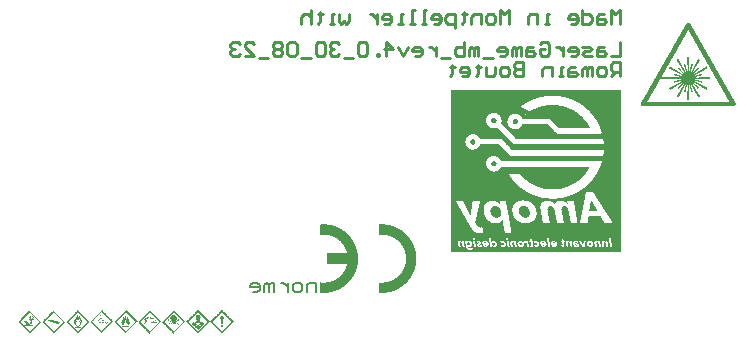
<source format=gbo>
G04*
G04 #@! TF.GenerationSoftware,Altium Limited,Altium Designer,21.4.1 (30)*
G04*
G04 Layer_Color=32896*
%FSLAX44Y44*%
%MOMM*%
G71*
G04*
G04 #@! TF.SameCoordinates,C0E257CA-E608-45CC-978B-2DEEB779FBD1*
G04*
G04*
G04 #@! TF.FilePolarity,Positive*
G04*
G01*
G75*
%ADD10C,0.2540*%
%ADD13C,0.2000*%
G36*
X842811Y870924D02*
X842987D01*
Y870895D01*
X843133D01*
Y870865D01*
X843192D01*
Y870836D01*
X843309D01*
Y870807D01*
X843368D01*
Y870778D01*
X843456D01*
Y870748D01*
X843485D01*
Y870719D01*
X843544D01*
Y870690D01*
X843602D01*
Y870660D01*
X843632D01*
Y870631D01*
X843719D01*
Y870602D01*
X843749D01*
Y870573D01*
X843778D01*
Y870543D01*
X843837D01*
Y870514D01*
X843866D01*
Y870485D01*
X843895D01*
Y870455D01*
X843924D01*
Y870426D01*
X843954D01*
Y870397D01*
X843983D01*
Y870368D01*
X844012D01*
Y870338D01*
X844042D01*
Y870309D01*
X844071D01*
Y870280D01*
X844100D01*
Y870250D01*
X844130D01*
Y870221D01*
X844159D01*
Y870192D01*
X844188D01*
Y870133D01*
X844218D01*
Y870104D01*
X844247D01*
Y870074D01*
X844276D01*
Y870016D01*
X844305D01*
Y869987D01*
X844335D01*
Y869928D01*
X844364D01*
Y869899D01*
X844393D01*
Y869840D01*
X844423D01*
Y869781D01*
X844452D01*
Y869723D01*
X844481D01*
Y869664D01*
X844510D01*
Y869635D01*
X844540D01*
Y869576D01*
X844569D01*
Y869518D01*
X844598D01*
Y869489D01*
X844628D01*
Y869401D01*
X844657D01*
Y869371D01*
X844686D01*
Y869313D01*
X844715D01*
Y869284D01*
X844745D01*
Y869225D01*
X844774D01*
Y869166D01*
X844803D01*
Y869108D01*
X844833D01*
Y869049D01*
X844862D01*
Y869020D01*
X844891D01*
Y868961D01*
X844921D01*
Y868903D01*
X844950D01*
Y868873D01*
X844979D01*
Y868785D01*
X845008D01*
Y868756D01*
X845038D01*
Y868698D01*
X845067D01*
Y868639D01*
X845096D01*
Y868610D01*
X845126D01*
Y868551D01*
X845155D01*
Y868493D01*
X845184D01*
Y868434D01*
X845214D01*
Y868405D01*
X845243D01*
Y868346D01*
X845272D01*
Y868287D01*
X845302D01*
Y868258D01*
X845331D01*
Y868170D01*
X845360D01*
Y868141D01*
X845389D01*
Y868082D01*
X845419D01*
Y868053D01*
X845448D01*
Y867995D01*
X845477D01*
Y867936D01*
X845507D01*
Y867877D01*
X845536D01*
Y867819D01*
X845565D01*
Y867789D01*
X845594D01*
Y867731D01*
X845624D01*
Y867672D01*
X845653D01*
Y867643D01*
X845682D01*
Y867555D01*
X845712D01*
Y867526D01*
X845741D01*
Y867467D01*
X845770D01*
Y867438D01*
X845799D01*
Y867379D01*
X845829D01*
Y867321D01*
X845858D01*
Y867262D01*
X845887D01*
Y867204D01*
X845917D01*
Y867174D01*
X845946D01*
Y867116D01*
X845975D01*
Y867057D01*
X846005D01*
Y867028D01*
X846034D01*
Y866940D01*
X846063D01*
Y866910D01*
X846093D01*
Y866852D01*
X846122D01*
Y866823D01*
X846151D01*
Y866764D01*
X846180D01*
Y866705D01*
X846210D01*
Y866647D01*
X846239D01*
Y866588D01*
X846268D01*
Y866559D01*
X846298D01*
Y866500D01*
X846327D01*
Y866442D01*
X846356D01*
Y866413D01*
X846385D01*
Y866325D01*
X846415D01*
Y866295D01*
X846444D01*
Y866237D01*
X846473D01*
Y866178D01*
X846503D01*
Y866149D01*
X846532D01*
Y866090D01*
X846561D01*
Y866032D01*
X846590D01*
Y865973D01*
X846620D01*
Y865944D01*
X846649D01*
Y865885D01*
X846678D01*
Y865826D01*
X846708D01*
Y865797D01*
X846737D01*
Y865709D01*
X846766D01*
Y865680D01*
X846796D01*
Y865621D01*
X846825D01*
Y865592D01*
X846854D01*
Y865534D01*
X846883D01*
Y865475D01*
X846913D01*
Y865416D01*
X846942D01*
Y865358D01*
X846971D01*
Y865329D01*
X847001D01*
Y865270D01*
X847030D01*
Y865211D01*
X847059D01*
Y865182D01*
X847088D01*
Y865094D01*
X847118D01*
Y865065D01*
X847147D01*
Y865006D01*
X847176D01*
Y864977D01*
X847206D01*
Y864918D01*
X847235D01*
Y864860D01*
X847264D01*
Y864801D01*
X847294D01*
Y864743D01*
X847323D01*
Y864713D01*
X847352D01*
Y864655D01*
X847382D01*
Y864596D01*
X847411D01*
Y864567D01*
X847440D01*
Y864479D01*
X847469D01*
Y864450D01*
X847499D01*
Y864391D01*
X847528D01*
Y864362D01*
X847557D01*
Y864303D01*
X847587D01*
Y864245D01*
X847616D01*
Y864186D01*
X847645D01*
Y864127D01*
X847674D01*
Y864098D01*
X847704D01*
Y864039D01*
X847733D01*
Y863981D01*
X847762D01*
Y863952D01*
X847792D01*
Y863864D01*
X847821D01*
Y863834D01*
X847850D01*
Y863776D01*
X847879D01*
Y863717D01*
X847909D01*
Y863688D01*
X847938D01*
Y863629D01*
X847967D01*
Y863571D01*
X847997D01*
Y863512D01*
X848026D01*
Y863483D01*
X848055D01*
Y863424D01*
X848085D01*
Y863366D01*
X848114D01*
Y863336D01*
X848143D01*
Y863248D01*
X848173D01*
Y863219D01*
X848202D01*
Y863161D01*
X848231D01*
Y863102D01*
X848260D01*
Y863073D01*
X848290D01*
Y863014D01*
X848319D01*
Y862955D01*
X848348D01*
Y862897D01*
X848378D01*
Y862868D01*
X848407D01*
Y862809D01*
X848436D01*
Y862750D01*
X848465D01*
Y862721D01*
X848495D01*
Y862633D01*
X848524D01*
Y862604D01*
X848553D01*
Y862545D01*
X848583D01*
Y862516D01*
X848612D01*
Y862458D01*
X848641D01*
Y862399D01*
X848671D01*
Y862340D01*
X848700D01*
Y862282D01*
X848729D01*
Y862252D01*
X848758D01*
Y862194D01*
X848788D01*
Y862135D01*
X848817D01*
Y862106D01*
X848846D01*
Y862018D01*
X848876D01*
Y861989D01*
X848905D01*
Y861930D01*
X848934D01*
Y861901D01*
X848963D01*
Y861842D01*
X848993D01*
Y861784D01*
X849022D01*
Y861725D01*
X849051D01*
Y861666D01*
X849081D01*
Y861637D01*
X849110D01*
Y861579D01*
X849139D01*
Y861520D01*
X849169D01*
Y861491D01*
X849198D01*
Y861403D01*
X849227D01*
Y861374D01*
X849257D01*
Y861315D01*
X849286D01*
Y861286D01*
X849315D01*
Y861227D01*
X849344D01*
Y861168D01*
X849374D01*
Y861110D01*
X849403D01*
Y861051D01*
X849432D01*
Y861022D01*
X849462D01*
Y860963D01*
X849491D01*
Y860905D01*
X849520D01*
Y860875D01*
X849549D01*
Y860788D01*
X849579D01*
Y860758D01*
X849608D01*
Y860700D01*
X849637D01*
Y860670D01*
X849667D01*
Y860612D01*
X849696D01*
Y860553D01*
X849725D01*
Y860495D01*
X849754D01*
Y860436D01*
X849784D01*
Y860407D01*
X849813D01*
Y860348D01*
X849842D01*
Y860290D01*
X849872D01*
Y860260D01*
X849901D01*
Y860172D01*
X849930D01*
Y860143D01*
X849960D01*
Y860084D01*
X849989D01*
Y860055D01*
X850018D01*
Y859997D01*
X850048D01*
Y859938D01*
X850077D01*
Y859879D01*
X850106D01*
Y859821D01*
X850135D01*
Y859791D01*
X850165D01*
Y859733D01*
X850194D01*
Y859674D01*
X850223D01*
Y859645D01*
X850253D01*
Y859557D01*
X850282D01*
Y859528D01*
X850311D01*
Y859469D01*
X850340D01*
Y859440D01*
X850370D01*
Y859381D01*
X850399D01*
Y859323D01*
X850428D01*
Y859264D01*
X850458D01*
Y859205D01*
X850487D01*
Y859176D01*
X850516D01*
Y859118D01*
X850546D01*
Y859059D01*
X850575D01*
Y859030D01*
X850604D01*
Y858942D01*
X850633D01*
Y858913D01*
X850663D01*
Y858854D01*
X850692D01*
Y858825D01*
X850721D01*
Y858766D01*
X850751D01*
Y858708D01*
X850780D01*
Y858649D01*
X850809D01*
Y858590D01*
X850838D01*
Y858561D01*
X850868D01*
Y858502D01*
X850897D01*
Y858444D01*
X850926D01*
Y858415D01*
X850956D01*
Y858327D01*
X850985D01*
Y858297D01*
X851014D01*
Y858239D01*
X851044D01*
Y858210D01*
X851073D01*
Y858151D01*
X851102D01*
Y858092D01*
X851131D01*
Y858034D01*
X851161D01*
Y857975D01*
X851190D01*
Y857946D01*
X851219D01*
Y857887D01*
X851249D01*
Y857829D01*
X851278D01*
Y857799D01*
X851307D01*
Y857711D01*
X851337D01*
Y857682D01*
X851366D01*
Y857624D01*
X851395D01*
Y857594D01*
X851424D01*
Y857536D01*
X851454D01*
Y857477D01*
X851483D01*
Y857419D01*
X851512D01*
Y857360D01*
X851542D01*
Y857331D01*
X851571D01*
Y857272D01*
X851600D01*
Y857213D01*
X851629D01*
Y857184D01*
X851659D01*
Y857096D01*
X851688D01*
Y857067D01*
X851717D01*
Y857008D01*
X851747D01*
Y856979D01*
X851776D01*
Y856920D01*
X851805D01*
Y856862D01*
X851835D01*
Y856803D01*
X851864D01*
Y856745D01*
X851893D01*
Y856715D01*
X851923D01*
Y856657D01*
X851952D01*
Y856598D01*
X851981D01*
Y856569D01*
X852010D01*
Y856481D01*
X852040D01*
Y856452D01*
X852069D01*
Y856393D01*
X852098D01*
Y856364D01*
X852128D01*
Y856305D01*
X852157D01*
Y856247D01*
X852186D01*
Y856188D01*
X852215D01*
Y856129D01*
X852245D01*
Y856100D01*
X852274D01*
Y856041D01*
X852303D01*
Y855983D01*
X852333D01*
Y855954D01*
X852362D01*
Y855866D01*
X852391D01*
Y855836D01*
X852421D01*
Y855778D01*
X852450D01*
Y855749D01*
X852479D01*
Y855690D01*
X852508D01*
Y855631D01*
X852538D01*
Y855573D01*
X852567D01*
Y855514D01*
X852596D01*
Y855485D01*
X852626D01*
Y855426D01*
X852655D01*
Y855368D01*
X852684D01*
Y855338D01*
X852713D01*
Y855250D01*
X852743D01*
Y855221D01*
X852772D01*
Y855163D01*
X852801D01*
Y855133D01*
X852831D01*
Y855075D01*
X852860D01*
Y855016D01*
X852889D01*
Y854958D01*
X852918D01*
Y854899D01*
X852948D01*
Y854870D01*
X852977D01*
Y854811D01*
X853006D01*
Y854753D01*
X853036D01*
Y854723D01*
X853065D01*
Y854635D01*
X853094D01*
Y854606D01*
X853124D01*
Y854547D01*
X853153D01*
Y854518D01*
X853182D01*
Y854460D01*
X853212D01*
Y854401D01*
X853241D01*
Y854342D01*
X853270D01*
Y854284D01*
X853299D01*
Y854255D01*
X853329D01*
Y854196D01*
X853358D01*
Y854137D01*
X853387D01*
Y854108D01*
X853417D01*
Y854020D01*
X853446D01*
Y853991D01*
X853475D01*
Y853932D01*
X853504D01*
Y853874D01*
X853534D01*
Y853844D01*
X853563D01*
Y853786D01*
X853592D01*
Y853727D01*
X853622D01*
Y853669D01*
X853651D01*
Y853639D01*
X853680D01*
Y853581D01*
X853709D01*
Y853522D01*
X853739D01*
Y853493D01*
X853768D01*
Y853405D01*
X853797D01*
Y853376D01*
X853827D01*
Y853317D01*
X853856D01*
Y853288D01*
X853885D01*
Y853229D01*
X853915D01*
Y853170D01*
X853944D01*
Y853112D01*
X853973D01*
Y853053D01*
X854003D01*
Y853024D01*
X854032D01*
Y852965D01*
X854061D01*
Y852907D01*
X854090D01*
Y852878D01*
X854120D01*
Y852790D01*
X854149D01*
Y852760D01*
X854178D01*
Y852702D01*
X854208D01*
Y852672D01*
X854237D01*
Y852614D01*
X854266D01*
Y852555D01*
X854295D01*
Y852497D01*
X854325D01*
Y852438D01*
X854354D01*
Y852409D01*
X854383D01*
Y852350D01*
X854413D01*
Y852292D01*
X854442D01*
Y852262D01*
X854471D01*
Y852174D01*
X854501D01*
Y852145D01*
X854530D01*
Y852086D01*
X854559D01*
Y852057D01*
X854588D01*
Y851999D01*
X854618D01*
Y851940D01*
X854647D01*
Y851881D01*
X854676D01*
Y851823D01*
X854706D01*
Y851794D01*
X854735D01*
Y851735D01*
X854764D01*
Y851676D01*
X854793D01*
Y851647D01*
X854823D01*
Y851559D01*
X854852D01*
Y851530D01*
X854881D01*
Y851471D01*
X854911D01*
Y851442D01*
X854940D01*
Y851383D01*
X854969D01*
Y851325D01*
X854999D01*
Y851266D01*
X855028D01*
Y851208D01*
X855057D01*
Y851178D01*
X855087D01*
Y851120D01*
X855116D01*
Y851061D01*
X855145D01*
Y851032D01*
X855174D01*
Y850944D01*
X855204D01*
Y850915D01*
X855233D01*
Y850856D01*
X855262D01*
Y850827D01*
X855292D01*
Y850768D01*
X855321D01*
Y850710D01*
X855350D01*
Y850651D01*
X855379D01*
Y850592D01*
X855409D01*
Y850563D01*
X855438D01*
Y850505D01*
X855467D01*
Y850446D01*
X855497D01*
Y850417D01*
X855526D01*
Y850329D01*
X855555D01*
Y850299D01*
X855584D01*
Y850241D01*
X855614D01*
Y850211D01*
X855643D01*
Y850153D01*
X855672D01*
Y850094D01*
X855702D01*
Y850036D01*
X855731D01*
Y849977D01*
X855760D01*
Y849948D01*
X855790D01*
Y849889D01*
X855819D01*
Y849831D01*
X855848D01*
Y849801D01*
X855878D01*
Y849714D01*
X855907D01*
Y849684D01*
X855936D01*
Y849626D01*
X855965D01*
Y849596D01*
X855995D01*
Y849538D01*
X856024D01*
Y849479D01*
X856053D01*
Y849420D01*
X856083D01*
Y849362D01*
X856112D01*
Y849333D01*
X856141D01*
Y849274D01*
X856170D01*
Y849215D01*
X856200D01*
Y849186D01*
X856229D01*
Y849098D01*
X856258D01*
Y849069D01*
X856288D01*
Y849010D01*
X856317D01*
Y848981D01*
X856346D01*
Y848923D01*
X856376D01*
Y848864D01*
X856405D01*
Y848805D01*
X856434D01*
Y848747D01*
X856463D01*
Y848717D01*
X856493D01*
Y848659D01*
X856522D01*
Y848600D01*
X856551D01*
Y848571D01*
X856581D01*
Y848483D01*
X856610D01*
Y848454D01*
X856639D01*
Y848395D01*
X856668D01*
Y848366D01*
X856698D01*
Y848307D01*
X856727D01*
Y848249D01*
X856756D01*
Y848190D01*
X856786D01*
Y848131D01*
X856815D01*
Y848102D01*
X856844D01*
Y848044D01*
X856873D01*
Y847985D01*
X856903D01*
Y847956D01*
X856932D01*
Y847868D01*
X856961D01*
Y847839D01*
X856991D01*
Y847780D01*
X857020D01*
Y847751D01*
X857049D01*
Y847692D01*
X857079D01*
Y847634D01*
X857108D01*
Y847575D01*
X857137D01*
Y847516D01*
X857167D01*
Y847487D01*
X857196D01*
Y847428D01*
X857225D01*
Y847370D01*
X857254D01*
Y847340D01*
X857284D01*
Y847253D01*
X857313D01*
Y847223D01*
X857342D01*
Y847165D01*
X857372D01*
Y847135D01*
X857401D01*
Y847077D01*
X857430D01*
Y847018D01*
X857459D01*
Y846960D01*
X857489D01*
Y846901D01*
X857518D01*
Y846872D01*
X857547D01*
Y846813D01*
X857577D01*
Y846755D01*
X857606D01*
Y846725D01*
X857635D01*
Y846637D01*
X857665D01*
Y846608D01*
X857694D01*
Y846550D01*
X857723D01*
Y846520D01*
X857752D01*
Y846462D01*
X857782D01*
Y846403D01*
X857811D01*
Y846344D01*
X857840D01*
Y846286D01*
X857870D01*
Y846256D01*
X857899D01*
Y846198D01*
X857928D01*
Y846139D01*
X857958D01*
Y846110D01*
X857987D01*
Y846022D01*
X858016D01*
Y845993D01*
X858045D01*
Y845934D01*
X858075D01*
Y845905D01*
X858104D01*
Y845846D01*
X858133D01*
Y845788D01*
X858163D01*
Y845729D01*
X858192D01*
Y845671D01*
X858221D01*
Y845641D01*
X858251D01*
Y845583D01*
X858280D01*
Y845524D01*
X858309D01*
Y845495D01*
X858338D01*
Y845407D01*
X858368D01*
Y845378D01*
X858397D01*
Y845319D01*
X858426D01*
Y845290D01*
X858456D01*
Y845231D01*
X858485D01*
Y845173D01*
X858514D01*
Y845114D01*
X858543D01*
Y845055D01*
X858573D01*
Y845026D01*
X858602D01*
Y844967D01*
X858631D01*
Y844909D01*
X858661D01*
Y844880D01*
X858690D01*
Y844792D01*
X858719D01*
Y844762D01*
X858748D01*
Y844704D01*
X858778D01*
Y844675D01*
X858807D01*
Y844616D01*
X858836D01*
Y844557D01*
X858866D01*
Y844499D01*
X858895D01*
Y844440D01*
X858924D01*
Y844411D01*
X858954D01*
Y844352D01*
X858983D01*
Y844294D01*
X859012D01*
Y844264D01*
X859042D01*
Y844176D01*
X859071D01*
Y844147D01*
X859100D01*
Y844089D01*
X859129D01*
Y844059D01*
X859159D01*
Y844001D01*
X859188D01*
Y843942D01*
X859217D01*
Y843884D01*
X859247D01*
Y843825D01*
X859276D01*
Y843796D01*
X859305D01*
Y843737D01*
X859334D01*
Y843678D01*
X859364D01*
Y843649D01*
X859393D01*
Y843561D01*
X859422D01*
Y843532D01*
X859452D01*
Y843473D01*
X859481D01*
Y843444D01*
X859510D01*
Y843385D01*
X859539D01*
Y843327D01*
X859569D01*
Y843298D01*
X859598D01*
Y843210D01*
X859627D01*
Y843180D01*
X859657D01*
Y843122D01*
X859686D01*
Y843063D01*
X859715D01*
Y843034D01*
X859745D01*
Y842946D01*
X859774D01*
Y842917D01*
X859803D01*
Y842858D01*
X859833D01*
Y842829D01*
X859862D01*
Y842770D01*
X859891D01*
Y842712D01*
X859920D01*
Y842653D01*
X859950D01*
Y842595D01*
X859979D01*
Y842565D01*
X860008D01*
Y842507D01*
X860038D01*
Y842448D01*
X860067D01*
Y842419D01*
X860096D01*
Y842360D01*
X860125D01*
Y842301D01*
X860155D01*
Y842243D01*
X860184D01*
Y842214D01*
X860213D01*
Y842155D01*
X860243D01*
Y842096D01*
X860272D01*
Y842038D01*
X860301D01*
Y841979D01*
X860331D01*
Y841950D01*
X860360D01*
Y841891D01*
X860389D01*
Y841833D01*
X860418D01*
Y841804D01*
X860448D01*
Y841716D01*
X860477D01*
Y841686D01*
X860506D01*
Y841628D01*
X860536D01*
Y841598D01*
X860565D01*
Y841540D01*
X860594D01*
Y841481D01*
X860623D01*
Y841452D01*
X860653D01*
Y841364D01*
X860682D01*
Y841335D01*
X860711D01*
Y841276D01*
X860741D01*
Y841217D01*
X860770D01*
Y841188D01*
X860799D01*
Y841100D01*
X860829D01*
Y841071D01*
X860858D01*
Y841012D01*
X860887D01*
Y840983D01*
X860916D01*
Y840925D01*
X860946D01*
Y840866D01*
X860975D01*
Y840837D01*
X861004D01*
Y840749D01*
X861034D01*
Y840720D01*
X861063D01*
Y840661D01*
X861092D01*
Y840602D01*
X861122D01*
Y840573D01*
X861151D01*
Y840485D01*
X861180D01*
Y840456D01*
X861209D01*
Y840397D01*
X861239D01*
Y840368D01*
X861268D01*
Y840309D01*
X861297D01*
Y840251D01*
X861327D01*
Y840221D01*
X861356D01*
Y840134D01*
X861385D01*
Y840104D01*
X861414D01*
Y840046D01*
X861444D01*
Y839987D01*
X861473D01*
Y839958D01*
X861502D01*
Y839899D01*
X861532D01*
Y839841D01*
X861561D01*
Y839782D01*
X861590D01*
Y839753D01*
X861620D01*
Y839694D01*
X861649D01*
Y839635D01*
X861678D01*
Y839606D01*
X861707D01*
Y839518D01*
X861737D01*
Y839489D01*
X861766D01*
Y839430D01*
X861795D01*
Y839372D01*
X861825D01*
Y839343D01*
X861854D01*
Y839255D01*
X861883D01*
Y839225D01*
X861913D01*
Y839167D01*
X861942D01*
Y839137D01*
X861971D01*
Y839079D01*
X862000D01*
Y839020D01*
X862030D01*
Y838991D01*
X862059D01*
Y838903D01*
X862088D01*
Y838874D01*
X862118D01*
Y838815D01*
X862147D01*
Y838757D01*
X862176D01*
Y838727D01*
X862206D01*
Y838639D01*
X862235D01*
Y838610D01*
X862264D01*
Y838552D01*
X862293D01*
Y838522D01*
X862323D01*
Y838464D01*
X862352D01*
Y838405D01*
X862381D01*
Y838376D01*
X862411D01*
Y838288D01*
X862440D01*
Y838259D01*
X862469D01*
Y838200D01*
X862498D01*
Y838141D01*
X862528D01*
Y838112D01*
X862557D01*
Y838024D01*
X862586D01*
Y837995D01*
X862616D01*
Y837936D01*
X862645D01*
Y837907D01*
X862674D01*
Y837848D01*
X862703D01*
Y837790D01*
X862733D01*
Y837761D01*
X862762D01*
Y837673D01*
X862791D01*
Y837643D01*
X862821D01*
Y837585D01*
X862850D01*
Y837526D01*
X862879D01*
Y837497D01*
X862909D01*
Y837438D01*
X862938D01*
Y837380D01*
X862967D01*
Y837321D01*
X862997D01*
Y837292D01*
X863026D01*
Y837233D01*
X863055D01*
Y837175D01*
X863084D01*
Y837116D01*
X863114D01*
Y837057D01*
X863143D01*
Y837028D01*
X863172D01*
Y836970D01*
X863202D01*
Y836911D01*
X863231D01*
Y836882D01*
X863260D01*
Y836794D01*
X863289D01*
Y836765D01*
X863319D01*
Y836706D01*
X863348D01*
Y836677D01*
X863377D01*
Y836618D01*
X863407D01*
Y836559D01*
X863436D01*
Y836530D01*
X863465D01*
Y836442D01*
X863494D01*
Y836413D01*
X863524D01*
Y836354D01*
X863553D01*
Y836296D01*
X863582D01*
Y836266D01*
X863612D01*
Y836179D01*
X863641D01*
Y836149D01*
X863670D01*
Y836091D01*
X863700D01*
Y836061D01*
X863729D01*
Y836003D01*
X863758D01*
Y835944D01*
X863788D01*
Y835886D01*
X863817D01*
Y835827D01*
X863846D01*
Y835798D01*
X863875D01*
Y835739D01*
X863905D01*
Y835680D01*
X863934D01*
Y835651D01*
X863963D01*
Y835563D01*
X863993D01*
Y835534D01*
X864022D01*
Y835475D01*
X864051D01*
Y835446D01*
X864081D01*
Y835388D01*
X864110D01*
Y835329D01*
X864139D01*
Y835300D01*
X864168D01*
Y835212D01*
X864198D01*
Y835182D01*
X864227D01*
Y835124D01*
X864256D01*
Y835065D01*
X864286D01*
Y835036D01*
X864315D01*
Y834977D01*
X864344D01*
Y834919D01*
X864373D01*
Y834860D01*
X864403D01*
Y834831D01*
X864432D01*
Y834772D01*
X864461D01*
Y834714D01*
X864491D01*
Y834684D01*
X864520D01*
Y834597D01*
X864549D01*
Y834567D01*
X864578D01*
Y834509D01*
X864608D01*
Y834450D01*
X864637D01*
Y834421D01*
X864666D01*
Y834333D01*
X864696D01*
Y834304D01*
X864725D01*
Y834245D01*
X864754D01*
Y834216D01*
X864784D01*
Y834157D01*
X864813D01*
Y834099D01*
X864842D01*
Y834069D01*
X864872D01*
Y833981D01*
X864901D01*
Y833952D01*
X864930D01*
Y833893D01*
X864959D01*
Y833835D01*
X864989D01*
Y833805D01*
X865018D01*
Y833718D01*
X865047D01*
Y833688D01*
X865077D01*
Y833630D01*
X865106D01*
Y833600D01*
X865135D01*
Y833542D01*
X865164D01*
Y833483D01*
X865194D01*
Y833425D01*
X865223D01*
Y833366D01*
X865252D01*
Y833337D01*
X865282D01*
Y833278D01*
X865311D01*
Y833220D01*
X865340D01*
Y833190D01*
X865369D01*
Y833102D01*
X865399D01*
Y833073D01*
X865428D01*
Y833015D01*
X865457D01*
Y832985D01*
X865487D01*
Y832927D01*
X865516D01*
Y832868D01*
X865545D01*
Y832839D01*
X865575D01*
Y832751D01*
X865604D01*
Y832722D01*
X865633D01*
Y832663D01*
X865663D01*
Y832604D01*
X865692D01*
Y832575D01*
X865721D01*
Y832516D01*
X865750D01*
Y832458D01*
X865780D01*
Y832399D01*
X865809D01*
Y832370D01*
X865838D01*
Y832311D01*
X865867D01*
Y832253D01*
X865897D01*
Y832224D01*
X865926D01*
Y832136D01*
X865955D01*
Y832106D01*
X865985D01*
Y832048D01*
X866014D01*
Y831989D01*
X866043D01*
Y831960D01*
X866073D01*
Y831872D01*
X866102D01*
Y831843D01*
X866131D01*
Y831784D01*
X866161D01*
Y831755D01*
X866190D01*
Y831696D01*
X866219D01*
Y831638D01*
X866248D01*
Y831608D01*
X866278D01*
Y831520D01*
X866307D01*
Y831491D01*
X866336D01*
Y831432D01*
X866366D01*
Y831374D01*
X866395D01*
Y831345D01*
X866424D01*
Y831257D01*
X866453D01*
Y831227D01*
X866483D01*
Y831169D01*
X866512D01*
Y831140D01*
X866541D01*
Y831081D01*
X866571D01*
Y831022D01*
X866600D01*
Y830993D01*
X866629D01*
Y830905D01*
X866658D01*
Y830876D01*
X866688D01*
Y830817D01*
X866717D01*
Y830759D01*
X866746D01*
Y830729D01*
X866776D01*
Y830671D01*
X866805D01*
Y830612D01*
X866834D01*
Y830554D01*
X866864D01*
Y830524D01*
X866893D01*
Y830466D01*
X866922D01*
Y830407D01*
X866952D01*
Y830378D01*
X866981D01*
Y830290D01*
X867010D01*
Y830261D01*
X867039D01*
Y830202D01*
X867069D01*
Y830144D01*
X867098D01*
Y830114D01*
X867127D01*
Y830056D01*
X867157D01*
Y829997D01*
X867186D01*
Y829938D01*
X867215D01*
Y829909D01*
X867244D01*
Y829850D01*
X867274D01*
Y829792D01*
X867303D01*
Y829763D01*
X867332D01*
Y829675D01*
X867362D01*
Y829645D01*
X867391D01*
Y829587D01*
X867420D01*
Y829528D01*
X867449D01*
Y829499D01*
X867479D01*
Y829411D01*
X867508D01*
Y829382D01*
X867537D01*
Y829323D01*
X867567D01*
Y829294D01*
X867596D01*
Y829235D01*
X867625D01*
Y829177D01*
X867655D01*
Y829147D01*
X867684D01*
Y829060D01*
X867713D01*
Y829030D01*
X867742D01*
Y828972D01*
X867772D01*
Y828913D01*
X867801D01*
Y828884D01*
X867830D01*
Y828796D01*
X867860D01*
Y828767D01*
X867889D01*
Y828708D01*
X867918D01*
Y828679D01*
X867948D01*
Y828620D01*
X867977D01*
Y828561D01*
X868006D01*
Y828532D01*
X868036D01*
Y828444D01*
X868065D01*
Y828415D01*
X868094D01*
Y828356D01*
X868123D01*
Y828298D01*
X868153D01*
Y828269D01*
X868182D01*
Y828210D01*
X868211D01*
Y828151D01*
X868241D01*
Y828093D01*
X868270D01*
Y828063D01*
X868299D01*
Y828005D01*
X868328D01*
Y827946D01*
X868358D01*
Y827917D01*
X868387D01*
Y827829D01*
X868416D01*
Y827800D01*
X868446D01*
Y827741D01*
X868475D01*
Y827683D01*
X868504D01*
Y827653D01*
X868533D01*
Y827595D01*
X868563D01*
Y827536D01*
X868592D01*
Y827477D01*
X868621D01*
Y827448D01*
X868651D01*
Y827390D01*
X868680D01*
Y827331D01*
X868709D01*
Y827302D01*
X868739D01*
Y827214D01*
X868768D01*
Y827185D01*
X868797D01*
Y827126D01*
X868827D01*
Y827067D01*
X868856D01*
Y827038D01*
X868885D01*
Y826980D01*
X868914D01*
Y826921D01*
X868944D01*
Y826862D01*
X868973D01*
Y826833D01*
X869002D01*
Y826774D01*
X869032D01*
Y826716D01*
X869061D01*
Y826686D01*
X869090D01*
Y826599D01*
X869119D01*
Y826569D01*
X869149D01*
Y826511D01*
X869178D01*
Y826452D01*
X869207D01*
Y826423D01*
X869237D01*
Y826335D01*
X869266D01*
Y826306D01*
X869295D01*
Y826247D01*
X869324D01*
Y826218D01*
X869354D01*
Y826159D01*
X869383D01*
Y826101D01*
X869412D01*
Y826071D01*
X869442D01*
Y825983D01*
X869471D01*
Y825954D01*
X869500D01*
Y825895D01*
X869530D01*
Y825837D01*
X869559D01*
Y825808D01*
X869588D01*
Y825749D01*
X869617D01*
Y825690D01*
X869647D01*
Y825632D01*
X869676D01*
Y825602D01*
X869705D01*
Y825544D01*
X869735D01*
Y825485D01*
X869764D01*
Y825456D01*
X869793D01*
Y825368D01*
X869823D01*
Y825339D01*
X869852D01*
Y825280D01*
X869881D01*
Y825222D01*
X869911D01*
Y825192D01*
X869940D01*
Y825134D01*
X869969D01*
Y825075D01*
X869998D01*
Y825017D01*
X870028D01*
Y824987D01*
X870057D01*
Y824929D01*
X870086D01*
Y824870D01*
X870116D01*
Y824841D01*
X870145D01*
Y824753D01*
X870174D01*
Y824724D01*
X870203D01*
Y824665D01*
X870233D01*
Y824606D01*
X870262D01*
Y824577D01*
X870291D01*
Y824519D01*
X870321D01*
Y824460D01*
X870350D01*
Y824401D01*
X870379D01*
Y824372D01*
X870408D01*
Y824314D01*
X870438D01*
Y824255D01*
X870467D01*
Y824226D01*
X870496D01*
Y824138D01*
X870526D01*
Y824108D01*
X870555D01*
Y824050D01*
X870584D01*
Y823991D01*
X870614D01*
Y823962D01*
X870643D01*
Y823874D01*
X870672D01*
Y823845D01*
X870702D01*
Y823786D01*
X870731D01*
Y823757D01*
X870760D01*
Y823698D01*
X870789D01*
Y823640D01*
X870819D01*
Y823610D01*
X870848D01*
Y823522D01*
X870877D01*
Y823493D01*
X870907D01*
Y823435D01*
X870936D01*
Y823376D01*
X870965D01*
Y823347D01*
X870994D01*
Y823288D01*
X871024D01*
Y823230D01*
X871053D01*
Y823171D01*
X871082D01*
Y823142D01*
X871112D01*
Y823083D01*
X871141D01*
Y823025D01*
X871170D01*
Y822995D01*
X871199D01*
Y822907D01*
X871229D01*
Y822878D01*
X871258D01*
Y822819D01*
X871287D01*
Y822761D01*
X871317D01*
Y822731D01*
X871346D01*
Y822673D01*
X871375D01*
Y822614D01*
X871405D01*
Y822556D01*
X871434D01*
Y822526D01*
X871463D01*
Y822468D01*
X871492D01*
Y822409D01*
X871522D01*
Y822380D01*
X871551D01*
Y822292D01*
X871580D01*
Y822263D01*
X871610D01*
Y822204D01*
X871639D01*
Y822146D01*
X871668D01*
Y822116D01*
X871697D01*
Y822058D01*
X871727D01*
Y821999D01*
X871756D01*
Y821941D01*
X871785D01*
Y821911D01*
X871815D01*
Y821853D01*
X871844D01*
Y821794D01*
X871873D01*
Y821765D01*
X871903D01*
Y821677D01*
X871932D01*
Y821647D01*
X871961D01*
Y821589D01*
X871991D01*
Y821530D01*
X872020D01*
Y821501D01*
X872049D01*
Y821442D01*
X872078D01*
Y821384D01*
X872108D01*
Y821325D01*
X872137D01*
Y821296D01*
X872166D01*
Y821237D01*
X872196D01*
Y821179D01*
X872225D01*
Y821150D01*
X872254D01*
Y821062D01*
X872283D01*
Y821032D01*
X872313D01*
Y820974D01*
X872342D01*
Y820915D01*
X872371D01*
Y820886D01*
X872401D01*
Y820827D01*
X872430D01*
Y820769D01*
X872459D01*
Y820710D01*
X872488D01*
Y820681D01*
X872518D01*
Y820622D01*
X872547D01*
Y820564D01*
X872576D01*
Y820534D01*
X872606D01*
Y820446D01*
X872635D01*
Y820417D01*
X872664D01*
Y820359D01*
X872694D01*
Y820300D01*
X872723D01*
Y820271D01*
X872752D01*
Y820212D01*
X872782D01*
Y820153D01*
X872811D01*
Y820095D01*
X872840D01*
Y820066D01*
X872869D01*
Y820007D01*
X872899D01*
Y819948D01*
X872928D01*
Y819919D01*
X872957D01*
Y819831D01*
X872987D01*
Y819802D01*
X873016D01*
Y819743D01*
X873045D01*
Y819685D01*
X873074D01*
Y819655D01*
X873104D01*
Y819597D01*
X873133D01*
Y819538D01*
X873162D01*
Y819480D01*
X873192D01*
Y819450D01*
X873221D01*
Y819392D01*
X873250D01*
Y819333D01*
X873279D01*
Y819304D01*
X873309D01*
Y819216D01*
X873338D01*
Y819187D01*
X873367D01*
Y819128D01*
X873397D01*
Y819069D01*
X873426D01*
Y819040D01*
X873455D01*
Y818981D01*
X873485D01*
Y818923D01*
X873514D01*
Y818864D01*
X873543D01*
Y818835D01*
X873572D01*
Y818776D01*
X873602D01*
Y818718D01*
X873631D01*
Y818689D01*
X873660D01*
Y818601D01*
X873690D01*
Y818571D01*
X873719D01*
Y818513D01*
X873748D01*
Y818454D01*
X873778D01*
Y818425D01*
X873807D01*
Y818366D01*
X873836D01*
Y818308D01*
X873866D01*
Y818249D01*
X873895D01*
Y818220D01*
X873924D01*
Y818161D01*
X873953D01*
Y818103D01*
X873983D01*
Y818073D01*
X874012D01*
Y817986D01*
X874041D01*
Y817956D01*
X874071D01*
Y817898D01*
X874100D01*
Y817839D01*
X874129D01*
Y817810D01*
X874158D01*
Y817751D01*
X874188D01*
Y817692D01*
X874217D01*
Y817634D01*
X874246D01*
Y817605D01*
X874276D01*
Y817546D01*
X874305D01*
Y817487D01*
X874334D01*
Y817458D01*
X874363D01*
Y817370D01*
X874393D01*
Y817341D01*
X874422D01*
Y817282D01*
X874451D01*
Y817224D01*
X874481D01*
Y817195D01*
X874510D01*
Y817136D01*
X874539D01*
Y817077D01*
X874569D01*
Y817019D01*
X874598D01*
Y816989D01*
X874627D01*
Y816931D01*
X874657D01*
Y816872D01*
X874686D01*
Y816843D01*
X874715D01*
Y816755D01*
X874744D01*
Y816726D01*
X874774D01*
Y816667D01*
X874803D01*
Y816609D01*
X874832D01*
Y816579D01*
X874862D01*
Y816521D01*
X874891D01*
Y816462D01*
X874920D01*
Y816404D01*
X874949D01*
Y816374D01*
X874979D01*
Y816316D01*
X875008D01*
Y816257D01*
X875037D01*
Y816228D01*
X875067D01*
Y816140D01*
X875096D01*
Y816111D01*
X875125D01*
Y816052D01*
X875154D01*
Y815993D01*
X875184D01*
Y815964D01*
X875213D01*
Y815876D01*
X875242D01*
Y815847D01*
X875272D01*
Y815788D01*
X875301D01*
Y815759D01*
X875330D01*
Y815700D01*
X875360D01*
Y815642D01*
X875389D01*
Y815612D01*
X875418D01*
Y815525D01*
X875447D01*
Y815495D01*
X875477D01*
Y815437D01*
X875506D01*
Y815378D01*
X875535D01*
Y815349D01*
X875565D01*
Y815290D01*
X875594D01*
Y815232D01*
X875623D01*
Y815173D01*
X875653D01*
Y815144D01*
X875682D01*
Y815085D01*
X875711D01*
Y815026D01*
X875740D01*
Y814997D01*
X875770D01*
Y814909D01*
X875799D01*
Y814880D01*
X875828D01*
Y814821D01*
X875858D01*
Y814763D01*
X875887D01*
Y814734D01*
X875916D01*
Y814675D01*
X875946D01*
Y814616D01*
X875975D01*
Y814558D01*
X876004D01*
Y814529D01*
X876033D01*
Y814470D01*
X876063D01*
Y814411D01*
X876092D01*
Y814382D01*
X876121D01*
Y814294D01*
X876151D01*
Y814265D01*
X876180D01*
Y814206D01*
X876209D01*
Y814148D01*
X876238D01*
Y814118D01*
X876268D01*
Y814060D01*
X876297D01*
Y814001D01*
X876326D01*
Y813943D01*
X876356D01*
Y813913D01*
X876385D01*
Y813855D01*
X876414D01*
Y813796D01*
X876444D01*
Y813767D01*
X876473D01*
Y813679D01*
X876502D01*
Y813650D01*
X876531D01*
Y813591D01*
X876561D01*
Y813532D01*
X876590D01*
Y813503D01*
X876619D01*
Y813415D01*
X876649D01*
Y813386D01*
X876678D01*
Y813327D01*
X876707D01*
Y813298D01*
X876737D01*
Y813239D01*
X876766D01*
Y813181D01*
X876795D01*
Y813152D01*
X876824D01*
Y813064D01*
X876854D01*
Y813034D01*
X876883D01*
Y812976D01*
X876912D01*
Y812917D01*
X876942D01*
Y812888D01*
X876971D01*
Y812829D01*
X877000D01*
Y812771D01*
X877029D01*
Y812712D01*
X877059D01*
Y812683D01*
X877088D01*
Y812624D01*
X877117D01*
Y812566D01*
X877147D01*
Y812536D01*
X877176D01*
Y812448D01*
X877205D01*
Y812419D01*
X877235D01*
Y812361D01*
X877264D01*
Y812302D01*
X877293D01*
Y812273D01*
X877322D01*
Y812214D01*
X877352D01*
Y812156D01*
X877381D01*
Y812097D01*
X877410D01*
Y812068D01*
X877440D01*
Y812009D01*
X877469D01*
Y811950D01*
X877498D01*
Y811921D01*
X877527D01*
Y811833D01*
X877557D01*
Y811804D01*
X877586D01*
Y811745D01*
X877615D01*
Y811687D01*
X877645D01*
Y811657D01*
X877674D01*
Y811599D01*
X877703D01*
Y811540D01*
X877733D01*
Y811482D01*
X877762D01*
Y811452D01*
X877791D01*
Y811394D01*
X877821D01*
Y811335D01*
X877850D01*
Y811306D01*
X877879D01*
Y811218D01*
X877908D01*
Y811189D01*
X877938D01*
Y811130D01*
X877967D01*
Y811071D01*
X877996D01*
Y811042D01*
X878026D01*
Y810954D01*
X878055D01*
Y810925D01*
X878084D01*
Y810866D01*
X878113D01*
Y810837D01*
X878143D01*
Y810779D01*
X878172D01*
Y810720D01*
X878201D01*
Y810691D01*
X878231D01*
Y810603D01*
X878260D01*
Y810574D01*
X878289D01*
Y810515D01*
X878318D01*
Y810456D01*
X878348D01*
Y810427D01*
X878377D01*
Y810368D01*
X878406D01*
Y810310D01*
X878436D01*
Y810251D01*
X878465D01*
Y810222D01*
X878494D01*
Y810163D01*
X878524D01*
Y810105D01*
X878553D01*
Y810075D01*
X878582D01*
Y809988D01*
X878612D01*
Y809958D01*
X878641D01*
Y809900D01*
X878670D01*
Y809841D01*
X878699D01*
Y809812D01*
X878729D01*
Y809753D01*
X878758D01*
Y809695D01*
X878787D01*
Y809636D01*
X878817D01*
Y809607D01*
X878846D01*
Y809548D01*
X878875D01*
Y809490D01*
X878904D01*
Y809460D01*
X878934D01*
Y809372D01*
X878963D01*
Y809343D01*
X878992D01*
Y809284D01*
X879022D01*
Y809226D01*
X879051D01*
Y809197D01*
X879080D01*
Y809138D01*
X879109D01*
Y809079D01*
X879139D01*
Y809021D01*
X879168D01*
Y808991D01*
X879197D01*
Y808933D01*
X879227D01*
Y808874D01*
X879256D01*
Y808845D01*
X879285D01*
Y808757D01*
X879315D01*
Y808728D01*
X879344D01*
Y808669D01*
X879373D01*
Y808611D01*
X879402D01*
Y808581D01*
X879432D01*
Y808523D01*
X879461D01*
Y808464D01*
X879490D01*
Y808406D01*
X879520D01*
Y808376D01*
X879549D01*
Y808318D01*
X879578D01*
Y808259D01*
X879608D01*
Y808230D01*
X879637D01*
Y808142D01*
X879666D01*
Y808113D01*
X879695D01*
Y808054D01*
X879725D01*
Y807995D01*
X879754D01*
Y807966D01*
X879783D01*
Y807907D01*
X879813D01*
Y807849D01*
X879842D01*
Y807790D01*
X879871D01*
Y807761D01*
X879901D01*
Y807702D01*
X879930D01*
Y807644D01*
X879959D01*
Y807615D01*
X879988D01*
Y807527D01*
X880018D01*
Y807497D01*
X880047D01*
Y807439D01*
X880076D01*
Y807380D01*
X880106D01*
Y807351D01*
X880135D01*
Y807292D01*
X880164D01*
Y807234D01*
X880193D01*
Y807175D01*
X880223D01*
Y807146D01*
X880252D01*
Y807087D01*
X880281D01*
Y807029D01*
X880311D01*
Y806999D01*
X880340D01*
Y806911D01*
X880369D01*
Y806882D01*
X880399D01*
Y806824D01*
X880428D01*
Y806765D01*
X880457D01*
Y806736D01*
X880487D01*
Y806677D01*
X880516D01*
Y806618D01*
X880545D01*
Y806560D01*
X880574D01*
Y806531D01*
X880604D01*
Y806472D01*
X880633D01*
Y806413D01*
X880662D01*
Y806384D01*
X880692D01*
Y806296D01*
X880721D01*
Y806267D01*
X880750D01*
Y806208D01*
X880779D01*
Y806150D01*
X880809D01*
Y806120D01*
X880838D01*
Y806062D01*
X880867D01*
Y806003D01*
X880897D01*
Y805945D01*
X880926D01*
Y805915D01*
X880955D01*
Y805857D01*
X880984D01*
Y805798D01*
X881014D01*
Y805769D01*
X881043D01*
Y805681D01*
X881072D01*
Y805652D01*
X881102D01*
Y805593D01*
X881131D01*
Y805535D01*
X881160D01*
Y805505D01*
X881190D01*
Y805447D01*
X881219D01*
Y805388D01*
X881248D01*
Y805329D01*
X881277D01*
Y805300D01*
X881307D01*
Y805241D01*
X881336D01*
Y805183D01*
X881365D01*
Y805154D01*
X881395D01*
Y805066D01*
X881424D01*
Y805036D01*
X881453D01*
Y804978D01*
X881482D01*
Y804919D01*
X881512D01*
Y804890D01*
X881541D01*
Y804831D01*
X881570D01*
Y804773D01*
X881600D01*
Y804714D01*
X881629D01*
Y804685D01*
X881658D01*
Y804626D01*
X881688D01*
Y804568D01*
X881717D01*
Y804538D01*
X881746D01*
Y804451D01*
X881776D01*
Y804421D01*
X881805D01*
Y804363D01*
X881834D01*
Y804304D01*
X881863D01*
Y804275D01*
X881893D01*
Y804216D01*
X881922D01*
Y804158D01*
X881951D01*
Y804099D01*
X881981D01*
Y804070D01*
X882010D01*
Y804011D01*
X882039D01*
Y803952D01*
X882068D01*
Y803923D01*
X882098D01*
Y803835D01*
X882127D01*
Y803806D01*
X882156D01*
Y803747D01*
X882186D01*
Y803689D01*
X882215D01*
Y803660D01*
X882244D01*
Y803601D01*
X882273D01*
Y803542D01*
X882303D01*
Y803484D01*
X882332D01*
Y803455D01*
X882361D01*
Y803396D01*
X882391D01*
Y803337D01*
X882420D01*
Y803308D01*
X882449D01*
Y803220D01*
X882479D01*
Y803191D01*
X882508D01*
Y803103D01*
X882537D01*
Y803044D01*
X882567D01*
Y802986D01*
X882596D01*
Y802898D01*
X882625D01*
Y802839D01*
X882654D01*
Y802693D01*
X882684D01*
Y802576D01*
X882713D01*
Y801872D01*
X882684D01*
Y801785D01*
X882654D01*
Y801638D01*
X882625D01*
Y801580D01*
X882596D01*
Y801462D01*
X882567D01*
Y801404D01*
X882537D01*
Y801345D01*
X882508D01*
Y801286D01*
X882479D01*
Y801257D01*
X882449D01*
Y801169D01*
X882420D01*
Y801140D01*
X882391D01*
Y801081D01*
X882361D01*
Y801052D01*
X882332D01*
Y801023D01*
X882303D01*
Y800964D01*
X882273D01*
Y800935D01*
X882244D01*
Y800906D01*
X882215D01*
Y800876D01*
X882186D01*
Y800847D01*
X882156D01*
Y800818D01*
X882127D01*
Y800788D01*
X882098D01*
Y800759D01*
X882068D01*
Y800730D01*
X882039D01*
Y800701D01*
X882010D01*
Y800671D01*
X881981D01*
Y800642D01*
X881951D01*
Y800613D01*
X881893D01*
Y800583D01*
X881863D01*
Y800554D01*
X881834D01*
Y800525D01*
X881776D01*
Y800496D01*
X881746D01*
Y800466D01*
X881688D01*
Y800437D01*
X881629D01*
Y800408D01*
X881570D01*
Y800378D01*
X881512D01*
Y800349D01*
X881453D01*
Y800320D01*
X881336D01*
Y800290D01*
X881277D01*
Y800261D01*
X881131D01*
Y800232D01*
X881043D01*
Y800202D01*
X804111D01*
Y800232D01*
X804023D01*
Y800261D01*
X803876D01*
Y800290D01*
X803818D01*
Y800320D01*
X803700D01*
Y800349D01*
X803642D01*
Y800378D01*
X803583D01*
Y800408D01*
X803525D01*
Y800437D01*
X803466D01*
Y800466D01*
X803408D01*
Y800496D01*
X803378D01*
Y800525D01*
X803320D01*
Y800554D01*
X803290D01*
Y800583D01*
X803261D01*
Y800613D01*
X803203D01*
Y800642D01*
X803173D01*
Y800671D01*
X803144D01*
Y800701D01*
X803115D01*
Y800730D01*
X803085D01*
Y800759D01*
X803056D01*
Y800788D01*
X803027D01*
Y800818D01*
X802997D01*
Y800847D01*
X802968D01*
Y800876D01*
X802939D01*
Y800906D01*
X802909D01*
Y800935D01*
X802880D01*
Y800964D01*
X802851D01*
Y801023D01*
X802822D01*
Y801052D01*
X802792D01*
Y801081D01*
X802763D01*
Y801140D01*
X802734D01*
Y801169D01*
X802704D01*
Y801228D01*
X802675D01*
Y801286D01*
X802646D01*
Y801345D01*
X802617D01*
Y801404D01*
X802587D01*
Y801462D01*
X802558D01*
Y801580D01*
X802529D01*
Y801638D01*
X802499D01*
Y801785D01*
X802470D01*
Y801872D01*
X802441D01*
Y802576D01*
X802470D01*
Y802693D01*
X802499D01*
Y802839D01*
X802529D01*
Y802898D01*
X802558D01*
Y803015D01*
X802587D01*
Y803044D01*
X802617D01*
Y803103D01*
X802646D01*
Y803191D01*
X802675D01*
Y803220D01*
X802704D01*
Y803308D01*
X802734D01*
Y803337D01*
X802763D01*
Y803396D01*
X802792D01*
Y803455D01*
X802822D01*
Y803484D01*
X802851D01*
Y803542D01*
X802880D01*
Y803601D01*
X802909D01*
Y803660D01*
X802939D01*
Y803689D01*
X802968D01*
Y803747D01*
X802997D01*
Y803806D01*
X803027D01*
Y803835D01*
X803056D01*
Y803923D01*
X803085D01*
Y803952D01*
X803115D01*
Y804011D01*
X803144D01*
Y804070D01*
X803173D01*
Y804099D01*
X803203D01*
Y804158D01*
X803232D01*
Y804216D01*
X803261D01*
Y804275D01*
X803290D01*
Y804304D01*
X803320D01*
Y804363D01*
X803349D01*
Y804421D01*
X803378D01*
Y804451D01*
X803408D01*
Y804538D01*
X803437D01*
Y804568D01*
X803466D01*
Y804626D01*
X803495D01*
Y804685D01*
X803525D01*
Y804714D01*
X803554D01*
Y804773D01*
X803583D01*
Y804831D01*
X803613D01*
Y804890D01*
X803642D01*
Y804919D01*
X803671D01*
Y804978D01*
X803700D01*
Y805036D01*
X803730D01*
Y805066D01*
X803759D01*
Y805154D01*
X803788D01*
Y805183D01*
X803818D01*
Y805241D01*
X803847D01*
Y805300D01*
X803876D01*
Y805329D01*
X803906D01*
Y805388D01*
X803935D01*
Y805447D01*
X803964D01*
Y805505D01*
X803994D01*
Y805535D01*
X804023D01*
Y805593D01*
X804052D01*
Y805652D01*
X804081D01*
Y805681D01*
X804111D01*
Y805769D01*
X804140D01*
Y805798D01*
X804169D01*
Y805857D01*
X804199D01*
Y805915D01*
X804228D01*
Y805945D01*
X804257D01*
Y806003D01*
X804286D01*
Y806062D01*
X804316D01*
Y806120D01*
X804345D01*
Y806150D01*
X804374D01*
Y806208D01*
X804404D01*
Y806267D01*
X804433D01*
Y806296D01*
X804462D01*
Y806384D01*
X804492D01*
Y806413D01*
X804521D01*
Y806472D01*
X804550D01*
Y806531D01*
X804579D01*
Y806560D01*
X804609D01*
Y806618D01*
X804638D01*
Y806677D01*
X804667D01*
Y806736D01*
X804697D01*
Y806765D01*
X804726D01*
Y806824D01*
X804755D01*
Y806882D01*
X804784D01*
Y806911D01*
X804814D01*
Y806999D01*
X804843D01*
Y807029D01*
X804872D01*
Y807087D01*
X804902D01*
Y807146D01*
X804931D01*
Y807175D01*
X804960D01*
Y807234D01*
X804990D01*
Y807292D01*
X805019D01*
Y807351D01*
X805048D01*
Y807380D01*
X805078D01*
Y807439D01*
X805107D01*
Y807497D01*
X805136D01*
Y807527D01*
X805165D01*
Y807615D01*
X805195D01*
Y807644D01*
X805224D01*
Y807702D01*
X805253D01*
Y807761D01*
X805283D01*
Y807790D01*
X805312D01*
Y807849D01*
X805341D01*
Y807907D01*
X805370D01*
Y807966D01*
X805400D01*
Y807995D01*
X805429D01*
Y808054D01*
X805458D01*
Y808113D01*
X805488D01*
Y808142D01*
X805517D01*
Y808230D01*
X805546D01*
Y808259D01*
X805575D01*
Y808318D01*
X805605D01*
Y808376D01*
X805634D01*
Y808406D01*
X805663D01*
Y808464D01*
X805693D01*
Y808523D01*
X805722D01*
Y808581D01*
X805751D01*
Y808611D01*
X805781D01*
Y808669D01*
X805810D01*
Y808728D01*
X805839D01*
Y808757D01*
X805869D01*
Y808845D01*
X805898D01*
Y808874D01*
X805927D01*
Y808933D01*
X805956D01*
Y808991D01*
X805986D01*
Y809021D01*
X806015D01*
Y809079D01*
X806044D01*
Y809138D01*
X806074D01*
Y809197D01*
X806103D01*
Y809226D01*
X806132D01*
Y809284D01*
X806161D01*
Y809343D01*
X806191D01*
Y809372D01*
X806220D01*
Y809460D01*
X806249D01*
Y809490D01*
X806279D01*
Y809548D01*
X806308D01*
Y809607D01*
X806337D01*
Y809636D01*
X806367D01*
Y809695D01*
X806396D01*
Y809753D01*
X806425D01*
Y809812D01*
X806454D01*
Y809841D01*
X806484D01*
Y809900D01*
X806513D01*
Y809958D01*
X806542D01*
Y809988D01*
X806572D01*
Y810075D01*
X806601D01*
Y810105D01*
X806630D01*
Y810163D01*
X806659D01*
Y810222D01*
X806689D01*
Y810251D01*
X806718D01*
Y810310D01*
X806747D01*
Y810368D01*
X806777D01*
Y810427D01*
X806806D01*
Y810456D01*
X806835D01*
Y810515D01*
X806865D01*
Y810574D01*
X806894D01*
Y810603D01*
X806923D01*
Y810691D01*
X806952D01*
Y810720D01*
X806982D01*
Y810779D01*
X807011D01*
Y810837D01*
X807040D01*
Y810866D01*
X807070D01*
Y810925D01*
X807099D01*
Y810984D01*
X807128D01*
Y811042D01*
X807158D01*
Y811071D01*
X807187D01*
Y811130D01*
X807216D01*
Y811189D01*
X807245D01*
Y811218D01*
X807275D01*
Y811306D01*
X807304D01*
Y811335D01*
X807333D01*
Y811394D01*
X807363D01*
Y811452D01*
X807392D01*
Y811482D01*
X807421D01*
Y811540D01*
X807450D01*
Y811599D01*
X807480D01*
Y811657D01*
X807509D01*
Y811687D01*
X807538D01*
Y811745D01*
X807568D01*
Y811804D01*
X807597D01*
Y811833D01*
X807626D01*
Y811921D01*
X807656D01*
Y811950D01*
X807685D01*
Y812009D01*
X807714D01*
Y812068D01*
X807743D01*
Y812097D01*
X807773D01*
Y812156D01*
X807802D01*
Y812214D01*
X807831D01*
Y812273D01*
X807861D01*
Y812302D01*
X807890D01*
Y812361D01*
X807919D01*
Y812419D01*
X807949D01*
Y812448D01*
X807978D01*
Y812536D01*
X808007D01*
Y812566D01*
X808036D01*
Y812624D01*
X808066D01*
Y812683D01*
X808095D01*
Y812712D01*
X808124D01*
Y812771D01*
X808154D01*
Y812829D01*
X808183D01*
Y812888D01*
X808212D01*
Y812917D01*
X808242D01*
Y812976D01*
X808271D01*
Y813034D01*
X808300D01*
Y813064D01*
X808329D01*
Y813152D01*
X808359D01*
Y813181D01*
X808388D01*
Y813239D01*
X808417D01*
Y813298D01*
X808447D01*
Y813327D01*
X808476D01*
Y813386D01*
X808505D01*
Y813445D01*
X808534D01*
Y813503D01*
X808564D01*
Y813532D01*
X808593D01*
Y813591D01*
X808622D01*
Y813650D01*
X808652D01*
Y813679D01*
X808681D01*
Y813767D01*
X808710D01*
Y813796D01*
X808739D01*
Y813855D01*
X808769D01*
Y813913D01*
X808798D01*
Y813943D01*
X808827D01*
Y814001D01*
X808857D01*
Y814060D01*
X808886D01*
Y814118D01*
X808915D01*
Y814148D01*
X808945D01*
Y814206D01*
X808974D01*
Y814265D01*
X809003D01*
Y814294D01*
X809033D01*
Y814382D01*
X809062D01*
Y814411D01*
X809091D01*
Y814470D01*
X809120D01*
Y814529D01*
X809150D01*
Y814558D01*
X809179D01*
Y814616D01*
X809208D01*
Y814675D01*
X809238D01*
Y814734D01*
X809267D01*
Y814763D01*
X809296D01*
Y814821D01*
X809325D01*
Y814880D01*
X809355D01*
Y814909D01*
X809384D01*
Y814997D01*
X809413D01*
Y815026D01*
X809443D01*
Y815085D01*
X809472D01*
Y815144D01*
X809501D01*
Y815173D01*
X809530D01*
Y815232D01*
X809560D01*
Y815290D01*
X809589D01*
Y815349D01*
X809618D01*
Y815378D01*
X809648D01*
Y815437D01*
X809677D01*
Y815495D01*
X809706D01*
Y815525D01*
X809736D01*
Y815612D01*
X809765D01*
Y815642D01*
X809794D01*
Y815700D01*
X809824D01*
Y815759D01*
X809853D01*
Y815788D01*
X809882D01*
Y815847D01*
X809911D01*
Y815905D01*
X809941D01*
Y815964D01*
X809970D01*
Y815993D01*
X809999D01*
Y816052D01*
X810029D01*
Y816111D01*
X810058D01*
Y816140D01*
X810087D01*
Y816228D01*
X810116D01*
Y816257D01*
X810146D01*
Y816316D01*
X810175D01*
Y816374D01*
X810204D01*
Y816404D01*
X810234D01*
Y816462D01*
X810263D01*
Y816521D01*
X810292D01*
Y816579D01*
X810322D01*
Y816609D01*
X810351D01*
Y816667D01*
X810380D01*
Y816726D01*
X810409D01*
Y816755D01*
X810439D01*
Y816843D01*
X810468D01*
Y816872D01*
X810497D01*
Y816931D01*
X810527D01*
Y816989D01*
X810556D01*
Y817019D01*
X810585D01*
Y817077D01*
X810614D01*
Y817136D01*
X810644D01*
Y817195D01*
X810673D01*
Y817224D01*
X810702D01*
Y817282D01*
X810732D01*
Y817341D01*
X810761D01*
Y817370D01*
X810790D01*
Y817458D01*
X810820D01*
Y817487D01*
X810849D01*
Y817546D01*
X810878D01*
Y817605D01*
X810907D01*
Y817634D01*
X810937D01*
Y817692D01*
X810966D01*
Y817751D01*
X810995D01*
Y817810D01*
X811025D01*
Y817839D01*
X811054D01*
Y817898D01*
X811083D01*
Y817956D01*
X811113D01*
Y817986D01*
X811142D01*
Y818073D01*
X811171D01*
Y818103D01*
X811200D01*
Y818161D01*
X811230D01*
Y818220D01*
X811259D01*
Y818249D01*
X811288D01*
Y818308D01*
X811318D01*
Y818366D01*
X811347D01*
Y818425D01*
X811376D01*
Y818454D01*
X811405D01*
Y818513D01*
X811435D01*
Y818571D01*
X811464D01*
Y818601D01*
X811493D01*
Y818689D01*
X811523D01*
Y818718D01*
X811552D01*
Y818776D01*
X811581D01*
Y818835D01*
X811611D01*
Y818864D01*
X811640D01*
Y818923D01*
X811669D01*
Y818981D01*
X811699D01*
Y819040D01*
X811728D01*
Y819069D01*
X811757D01*
Y819128D01*
X811786D01*
Y819187D01*
X811816D01*
Y819216D01*
X811845D01*
Y819304D01*
X811874D01*
Y819333D01*
X811904D01*
Y819392D01*
X811933D01*
Y819450D01*
X811962D01*
Y819480D01*
X811991D01*
Y819538D01*
X812021D01*
Y819597D01*
X812050D01*
Y819655D01*
X812079D01*
Y819685D01*
X812109D01*
Y819743D01*
X812138D01*
Y819802D01*
X812167D01*
Y819831D01*
X812197D01*
Y819919D01*
X812226D01*
Y819948D01*
X812255D01*
Y820007D01*
X812284D01*
Y820066D01*
X812314D01*
Y820095D01*
X812343D01*
Y820153D01*
X812372D01*
Y820212D01*
X812402D01*
Y820271D01*
X812431D01*
Y820300D01*
X812460D01*
Y820359D01*
X812489D01*
Y820417D01*
X812519D01*
Y820446D01*
X812548D01*
Y820534D01*
X812577D01*
Y820564D01*
X812607D01*
Y820622D01*
X812636D01*
Y820681D01*
X812665D01*
Y820710D01*
X812694D01*
Y820769D01*
X812724D01*
Y820827D01*
X812753D01*
Y820886D01*
X812782D01*
Y820915D01*
X812812D01*
Y820974D01*
X812841D01*
Y821032D01*
X812870D01*
Y821062D01*
X812900D01*
Y821150D01*
X812929D01*
Y821179D01*
X812958D01*
Y821237D01*
X812988D01*
Y821296D01*
X813017D01*
Y821325D01*
X813046D01*
Y821384D01*
X813075D01*
Y821442D01*
X813105D01*
Y821501D01*
X813134D01*
Y821530D01*
X813163D01*
Y821589D01*
X813193D01*
Y821647D01*
X813222D01*
Y821677D01*
X813251D01*
Y821765D01*
X813280D01*
Y821794D01*
X813310D01*
Y821853D01*
X813339D01*
Y821911D01*
X813368D01*
Y821941D01*
X813398D01*
Y821999D01*
X813427D01*
Y822058D01*
X813456D01*
Y822116D01*
X813485D01*
Y822146D01*
X813515D01*
Y822204D01*
X813544D01*
Y822263D01*
X813573D01*
Y822292D01*
X813603D01*
Y822380D01*
X813632D01*
Y822409D01*
X813661D01*
Y822468D01*
X813691D01*
Y822526D01*
X813720D01*
Y822556D01*
X813749D01*
Y822614D01*
X813779D01*
Y822673D01*
X813808D01*
Y822731D01*
X813837D01*
Y822761D01*
X813866D01*
Y822819D01*
X813896D01*
Y822878D01*
X813925D01*
Y822907D01*
X813954D01*
Y822995D01*
X813984D01*
Y823025D01*
X814013D01*
Y823083D01*
X814042D01*
Y823142D01*
X814072D01*
Y823171D01*
X814101D01*
Y823230D01*
X814130D01*
Y823288D01*
X814159D01*
Y823347D01*
X814189D01*
Y823376D01*
X814218D01*
Y823435D01*
X814247D01*
Y823493D01*
X814277D01*
Y823522D01*
X814306D01*
Y823610D01*
X814335D01*
Y823640D01*
X814364D01*
Y823698D01*
X814394D01*
Y823757D01*
X814423D01*
Y823786D01*
X814452D01*
Y823845D01*
X814482D01*
Y823903D01*
X814511D01*
Y823962D01*
X814540D01*
Y823991D01*
X814569D01*
Y824050D01*
X814599D01*
Y824108D01*
X814628D01*
Y824138D01*
X814657D01*
Y824226D01*
X814687D01*
Y824255D01*
X814716D01*
Y824314D01*
X814745D01*
Y824372D01*
X814775D01*
Y824401D01*
X814804D01*
Y824460D01*
X814833D01*
Y824519D01*
X814863D01*
Y824577D01*
X814892D01*
Y824606D01*
X814921D01*
Y824665D01*
X814950D01*
Y824724D01*
X814980D01*
Y824753D01*
X815009D01*
Y824841D01*
X815038D01*
Y824870D01*
X815068D01*
Y824929D01*
X815097D01*
Y824987D01*
X815126D01*
Y825017D01*
X815155D01*
Y825075D01*
X815185D01*
Y825134D01*
X815214D01*
Y825192D01*
X815243D01*
Y825222D01*
X815273D01*
Y825280D01*
X815302D01*
Y825339D01*
X815331D01*
Y825368D01*
X815360D01*
Y825456D01*
X815390D01*
Y825485D01*
X815419D01*
Y825544D01*
X815448D01*
Y825602D01*
X815478D01*
Y825632D01*
X815507D01*
Y825690D01*
X815536D01*
Y825749D01*
X815566D01*
Y825808D01*
X815595D01*
Y825837D01*
X815624D01*
Y825895D01*
X815654D01*
Y825954D01*
X815683D01*
Y825983D01*
X815712D01*
Y826071D01*
X815741D01*
Y826101D01*
X815771D01*
Y826159D01*
X815800D01*
Y826218D01*
X815829D01*
Y826247D01*
X815859D01*
Y826306D01*
X815888D01*
Y826364D01*
X815917D01*
Y826423D01*
X815946D01*
Y826452D01*
X815976D01*
Y826511D01*
X816005D01*
Y826569D01*
X816034D01*
Y826599D01*
X816064D01*
Y826686D01*
X816093D01*
Y826716D01*
X816122D01*
Y826774D01*
X816152D01*
Y826833D01*
X816181D01*
Y826862D01*
X816210D01*
Y826921D01*
X816239D01*
Y826980D01*
X816269D01*
Y827038D01*
X816298D01*
Y827067D01*
X816327D01*
Y827126D01*
X816357D01*
Y827185D01*
X816386D01*
Y827214D01*
X816415D01*
Y827302D01*
X816444D01*
Y827331D01*
X816474D01*
Y827390D01*
X816503D01*
Y827448D01*
X816532D01*
Y827477D01*
X816562D01*
Y827536D01*
X816591D01*
Y827595D01*
X816620D01*
Y827653D01*
X816649D01*
Y827683D01*
X816679D01*
Y827741D01*
X816708D01*
Y827800D01*
X816737D01*
Y827829D01*
X816767D01*
Y827917D01*
X816796D01*
Y827946D01*
X816825D01*
Y828005D01*
X816855D01*
Y828063D01*
X816884D01*
Y828093D01*
X816913D01*
Y828151D01*
X816943D01*
Y828181D01*
X816972D01*
Y828269D01*
X817001D01*
Y828298D01*
X817030D01*
Y828356D01*
X817060D01*
Y828415D01*
X817089D01*
Y828444D01*
X817118D01*
Y828532D01*
X817148D01*
Y828561D01*
X817177D01*
Y828620D01*
X817206D01*
Y828679D01*
X817235D01*
Y828708D01*
X817265D01*
Y828767D01*
X817294D01*
Y828825D01*
X817323D01*
Y828884D01*
X817353D01*
Y828913D01*
X817382D01*
Y828972D01*
X817411D01*
Y829030D01*
X817441D01*
Y829060D01*
X817470D01*
Y829147D01*
X817499D01*
Y829177D01*
X817528D01*
Y829235D01*
X817558D01*
Y829294D01*
X817587D01*
Y829323D01*
X817616D01*
Y829382D01*
X817646D01*
Y829440D01*
X817675D01*
Y829499D01*
X817704D01*
Y829528D01*
X817734D01*
Y829587D01*
X817763D01*
Y829645D01*
X817792D01*
Y829675D01*
X817821D01*
Y829763D01*
X817851D01*
Y829792D01*
X817880D01*
Y829850D01*
X817909D01*
Y829909D01*
X817939D01*
Y829938D01*
X817968D01*
Y829997D01*
X817997D01*
Y830056D01*
X818027D01*
Y830114D01*
X818056D01*
Y830144D01*
X818085D01*
Y830202D01*
X818114D01*
Y830261D01*
X818144D01*
Y830290D01*
X818173D01*
Y830378D01*
X818202D01*
Y830407D01*
X818232D01*
Y830466D01*
X818261D01*
Y830524D01*
X818290D01*
Y830554D01*
X818319D01*
Y830612D01*
X818349D01*
Y830641D01*
X818378D01*
Y830729D01*
X818407D01*
Y830759D01*
X818437D01*
Y830817D01*
X818466D01*
Y830876D01*
X818495D01*
Y830905D01*
X818524D01*
Y830993D01*
X818554D01*
Y831022D01*
X818583D01*
Y831081D01*
X818612D01*
Y831140D01*
X818642D01*
Y831169D01*
X818671D01*
Y831227D01*
X818700D01*
Y831286D01*
X818730D01*
Y831345D01*
X818759D01*
Y831374D01*
X818788D01*
Y831432D01*
X818818D01*
Y831491D01*
X818847D01*
Y831520D01*
X818876D01*
Y831608D01*
X818905D01*
Y831638D01*
X818935D01*
Y831696D01*
X818964D01*
Y831755D01*
X818993D01*
Y831784D01*
X819023D01*
Y831843D01*
X819052D01*
Y831872D01*
X819081D01*
Y831960D01*
X819110D01*
Y831989D01*
X819140D01*
Y832048D01*
X819169D01*
Y832106D01*
X819198D01*
Y832136D01*
X819228D01*
Y832224D01*
X819257D01*
Y832253D01*
X819286D01*
Y832311D01*
X819315D01*
Y832370D01*
X819345D01*
Y832399D01*
X819374D01*
Y832458D01*
X819403D01*
Y832516D01*
X819433D01*
Y832575D01*
X819462D01*
Y832604D01*
X819491D01*
Y832663D01*
X819521D01*
Y832722D01*
X819550D01*
Y832751D01*
X819579D01*
Y832839D01*
X819609D01*
Y832868D01*
X819638D01*
Y832927D01*
X819667D01*
Y832985D01*
X819696D01*
Y833015D01*
X819726D01*
Y833073D01*
X819755D01*
Y833102D01*
X819784D01*
Y833190D01*
X819814D01*
Y833220D01*
X819843D01*
Y833278D01*
X819872D01*
Y833337D01*
X819902D01*
Y833366D01*
X819931D01*
Y833454D01*
X819960D01*
Y833483D01*
X819989D01*
Y833542D01*
X820019D01*
Y833600D01*
X820048D01*
Y833630D01*
X820077D01*
Y833688D01*
X820107D01*
Y833718D01*
X820136D01*
Y833805D01*
X820165D01*
Y833835D01*
X820194D01*
Y833893D01*
X820224D01*
Y833952D01*
X820253D01*
Y833981D01*
X820282D01*
Y834069D01*
X820312D01*
Y834099D01*
X820341D01*
Y834157D01*
X820370D01*
Y834216D01*
X820399D01*
Y834245D01*
X820429D01*
Y834304D01*
X820458D01*
Y834333D01*
X820487D01*
Y834421D01*
X820517D01*
Y834450D01*
X820546D01*
Y834509D01*
X820575D01*
Y834567D01*
X820605D01*
Y834597D01*
X820634D01*
Y834684D01*
X820663D01*
Y834714D01*
X820693D01*
Y834772D01*
X820722D01*
Y834831D01*
X820751D01*
Y834860D01*
X820780D01*
Y834919D01*
X820810D01*
Y834977D01*
X820839D01*
Y835036D01*
X820868D01*
Y835065D01*
X820898D01*
Y835124D01*
X820927D01*
Y835182D01*
X820956D01*
Y835212D01*
X820985D01*
Y835300D01*
X821015D01*
Y835329D01*
X821044D01*
Y835388D01*
X821073D01*
Y835446D01*
X821103D01*
Y835475D01*
X821132D01*
Y835534D01*
X821161D01*
Y835563D01*
X821190D01*
Y835651D01*
X821220D01*
Y835680D01*
X821249D01*
Y835739D01*
X821278D01*
Y835798D01*
X821308D01*
Y835827D01*
X821337D01*
Y835915D01*
X821366D01*
Y835944D01*
X821396D01*
Y836003D01*
X821425D01*
Y836061D01*
X821454D01*
Y836091D01*
X821484D01*
Y836149D01*
X821513D01*
Y836179D01*
X821542D01*
Y836266D01*
X821571D01*
Y836296D01*
X821601D01*
Y836354D01*
X821630D01*
Y836413D01*
X821659D01*
Y836442D01*
X821689D01*
Y836530D01*
X821718D01*
Y836559D01*
X821747D01*
Y836618D01*
X821776D01*
Y836677D01*
X821806D01*
Y836706D01*
X821835D01*
Y836765D01*
X821864D01*
Y836794D01*
X821894D01*
Y836882D01*
X821923D01*
Y836911D01*
X821952D01*
Y836970D01*
X821982D01*
Y837028D01*
X822011D01*
Y837057D01*
X822040D01*
Y837145D01*
X822069D01*
Y837175D01*
X822099D01*
Y837233D01*
X822128D01*
Y837292D01*
X822157D01*
Y837321D01*
X822187D01*
Y837380D01*
X822216D01*
Y837409D01*
X822245D01*
Y837497D01*
X822274D01*
Y837526D01*
X822304D01*
Y837585D01*
X822333D01*
Y837643D01*
X822362D01*
Y837673D01*
X822392D01*
Y837761D01*
X822421D01*
Y837790D01*
X822450D01*
Y837848D01*
X822479D01*
Y837907D01*
X822509D01*
Y837936D01*
X822538D01*
Y837995D01*
X822567D01*
Y838024D01*
X822597D01*
Y838112D01*
X822626D01*
Y838141D01*
X822655D01*
Y838200D01*
X822685D01*
Y838259D01*
X822714D01*
Y838288D01*
X822743D01*
Y838376D01*
X822773D01*
Y838405D01*
X822802D01*
Y838464D01*
X822831D01*
Y838522D01*
X822860D01*
Y838552D01*
X822890D01*
Y838610D01*
X822919D01*
Y838639D01*
X822948D01*
Y838727D01*
X822978D01*
Y838757D01*
X823007D01*
Y838815D01*
X823036D01*
Y838874D01*
X823065D01*
Y838903D01*
X823095D01*
Y838991D01*
X823124D01*
Y839020D01*
X823153D01*
Y839079D01*
X823183D01*
Y839137D01*
X823212D01*
Y839167D01*
X823241D01*
Y839225D01*
X823270D01*
Y839255D01*
X823300D01*
Y839343D01*
X823329D01*
Y839372D01*
X823358D01*
Y839430D01*
X823388D01*
Y839489D01*
X823417D01*
Y839518D01*
X823446D01*
Y839606D01*
X823476D01*
Y839635D01*
X823505D01*
Y839694D01*
X823534D01*
Y839753D01*
X823564D01*
Y839782D01*
X823593D01*
Y839841D01*
X823622D01*
Y839870D01*
X823651D01*
Y839958D01*
X823681D01*
Y839987D01*
X823710D01*
Y840046D01*
X823739D01*
Y840104D01*
X823769D01*
Y840134D01*
X823798D01*
Y840221D01*
X823827D01*
Y840251D01*
X823857D01*
Y840309D01*
X823886D01*
Y840368D01*
X823915D01*
Y840397D01*
X823944D01*
Y840456D01*
X823974D01*
Y840485D01*
X824003D01*
Y840573D01*
X824032D01*
Y840602D01*
X824062D01*
Y840661D01*
X824091D01*
Y840720D01*
X824120D01*
Y840749D01*
X824149D01*
Y840837D01*
X824179D01*
Y840866D01*
X824208D01*
Y840925D01*
X824237D01*
Y840983D01*
X824267D01*
Y841012D01*
X824296D01*
Y841071D01*
X824325D01*
Y841100D01*
X824354D01*
Y841188D01*
X824384D01*
Y841217D01*
X824413D01*
Y841276D01*
X824442D01*
Y841335D01*
X824472D01*
Y841364D01*
X824501D01*
Y841452D01*
X824530D01*
Y841481D01*
X824560D01*
Y841540D01*
X824589D01*
Y841598D01*
X824618D01*
Y841628D01*
X824648D01*
Y841686D01*
X824677D01*
Y841716D01*
X824706D01*
Y841804D01*
X824735D01*
Y841833D01*
X824765D01*
Y841891D01*
X824794D01*
Y841950D01*
X824823D01*
Y841979D01*
X824853D01*
Y842067D01*
X824882D01*
Y842096D01*
X824911D01*
Y842155D01*
X824940D01*
Y842214D01*
X824970D01*
Y842243D01*
X824999D01*
Y842301D01*
X825028D01*
Y842331D01*
X825058D01*
Y842419D01*
X825087D01*
Y842448D01*
X825116D01*
Y842507D01*
X825145D01*
Y842565D01*
X825175D01*
Y842595D01*
X825204D01*
Y842653D01*
X825233D01*
Y842712D01*
X825263D01*
Y842770D01*
X825292D01*
Y842829D01*
X825321D01*
Y842858D01*
X825351D01*
Y842917D01*
X825380D01*
Y842946D01*
X825409D01*
Y843034D01*
X825439D01*
Y843063D01*
X825468D01*
Y843122D01*
X825497D01*
Y843180D01*
X825526D01*
Y843210D01*
X825556D01*
Y843298D01*
X825585D01*
Y843327D01*
X825614D01*
Y843385D01*
X825644D01*
Y843444D01*
X825673D01*
Y843473D01*
X825702D01*
Y843532D01*
X825731D01*
Y843561D01*
X825761D01*
Y843649D01*
X825790D01*
Y843678D01*
X825819D01*
Y843737D01*
X825849D01*
Y843796D01*
X825878D01*
Y843825D01*
X825907D01*
Y843913D01*
X825937D01*
Y843942D01*
X825966D01*
Y844001D01*
X825995D01*
Y844059D01*
X826024D01*
Y844089D01*
X826054D01*
Y844147D01*
X826083D01*
Y844176D01*
X826112D01*
Y844264D01*
X826142D01*
Y844294D01*
X826171D01*
Y844352D01*
X826200D01*
Y844411D01*
X826229D01*
Y844440D01*
X826259D01*
Y844528D01*
X826288D01*
Y844557D01*
X826317D01*
Y844616D01*
X826347D01*
Y844675D01*
X826376D01*
Y844704D01*
X826405D01*
Y844762D01*
X826435D01*
Y844792D01*
X826464D01*
Y844880D01*
X826493D01*
Y844909D01*
X826523D01*
Y844967D01*
X826552D01*
Y845026D01*
X826581D01*
Y845055D01*
X826610D01*
Y845114D01*
X826640D01*
Y845173D01*
X826669D01*
Y845231D01*
X826698D01*
Y845290D01*
X826728D01*
Y845319D01*
X826757D01*
Y845378D01*
X826786D01*
Y845407D01*
X826815D01*
Y845495D01*
X826845D01*
Y845524D01*
X826874D01*
Y845583D01*
X826903D01*
Y845641D01*
X826933D01*
Y845671D01*
X826962D01*
Y845759D01*
X826991D01*
Y845788D01*
X827020D01*
Y845846D01*
X827050D01*
Y845905D01*
X827079D01*
Y845934D01*
X827108D01*
Y845993D01*
X827138D01*
Y846022D01*
X827167D01*
Y846110D01*
X827196D01*
Y846139D01*
X827225D01*
Y846198D01*
X827255D01*
Y846256D01*
X827284D01*
Y846286D01*
X827314D01*
Y846374D01*
X827343D01*
Y846403D01*
X827372D01*
Y846462D01*
X827401D01*
Y846520D01*
X827431D01*
Y846550D01*
X827460D01*
Y846608D01*
X827489D01*
Y846637D01*
X827518D01*
Y846725D01*
X827548D01*
Y846755D01*
X827577D01*
Y846813D01*
X827606D01*
Y846872D01*
X827636D01*
Y846901D01*
X827665D01*
Y846989D01*
X827694D01*
Y847018D01*
X827724D01*
Y847077D01*
X827753D01*
Y847135D01*
X827782D01*
Y847165D01*
X827812D01*
Y847223D01*
X827841D01*
Y847253D01*
X827870D01*
Y847340D01*
X827899D01*
Y847370D01*
X827929D01*
Y847428D01*
X827958D01*
Y847487D01*
X827987D01*
Y847516D01*
X828017D01*
Y847575D01*
X828046D01*
Y847634D01*
X828075D01*
Y847692D01*
X828104D01*
Y847751D01*
X828134D01*
Y847780D01*
X828163D01*
Y847839D01*
X828192D01*
Y847868D01*
X828222D01*
Y847956D01*
X828251D01*
Y847985D01*
X828280D01*
Y848044D01*
X828309D01*
Y848102D01*
X828339D01*
Y848131D01*
X828368D01*
Y848219D01*
X828397D01*
Y848249D01*
X828427D01*
Y848307D01*
X828456D01*
Y848366D01*
X828485D01*
Y848395D01*
X828515D01*
Y848454D01*
X828544D01*
Y848483D01*
X828573D01*
Y848571D01*
X828603D01*
Y848600D01*
X828632D01*
Y848659D01*
X828661D01*
Y848717D01*
X828690D01*
Y848747D01*
X828720D01*
Y848835D01*
X828749D01*
Y848864D01*
X828778D01*
Y848923D01*
X828808D01*
Y848981D01*
X828837D01*
Y849010D01*
X828866D01*
Y849069D01*
X828895D01*
Y849098D01*
X828925D01*
Y849186D01*
X828954D01*
Y849215D01*
X828983D01*
Y849274D01*
X829013D01*
Y849333D01*
X829042D01*
Y849362D01*
X829071D01*
Y849450D01*
X829100D01*
Y849479D01*
X829130D01*
Y849538D01*
X829159D01*
Y849596D01*
X829188D01*
Y849626D01*
X829218D01*
Y849684D01*
X829247D01*
Y849714D01*
X829276D01*
Y849801D01*
X829306D01*
Y849831D01*
X829335D01*
Y849889D01*
X829364D01*
Y849948D01*
X829393D01*
Y849977D01*
X829423D01*
Y850036D01*
X829452D01*
Y850094D01*
X829481D01*
Y850153D01*
X829511D01*
Y850211D01*
X829540D01*
Y850241D01*
X829569D01*
Y850299D01*
X829599D01*
Y850329D01*
X829628D01*
Y850417D01*
X829657D01*
Y850446D01*
X829687D01*
Y850505D01*
X829716D01*
Y850563D01*
X829745D01*
Y850592D01*
X829774D01*
Y850651D01*
X829804D01*
Y850710D01*
X829833D01*
Y850768D01*
X829862D01*
Y850827D01*
X829892D01*
Y850856D01*
X829921D01*
Y850915D01*
X829950D01*
Y850944D01*
X829979D01*
Y851032D01*
X830009D01*
Y851061D01*
X830038D01*
Y851120D01*
X830067D01*
Y851178D01*
X830097D01*
Y851208D01*
X830126D01*
Y851295D01*
X830155D01*
Y851325D01*
X830184D01*
Y851383D01*
X830214D01*
Y851442D01*
X830243D01*
Y851471D01*
X830272D01*
Y851530D01*
X830302D01*
Y851559D01*
X830331D01*
Y851647D01*
X830360D01*
Y851676D01*
X830390D01*
Y851735D01*
X830419D01*
Y851794D01*
X830448D01*
Y851823D01*
X830478D01*
Y851911D01*
X830507D01*
Y851940D01*
X830536D01*
Y851999D01*
X830565D01*
Y852057D01*
X830595D01*
Y852086D01*
X830624D01*
Y852145D01*
X830653D01*
Y852174D01*
X830683D01*
Y852262D01*
X830712D01*
Y852292D01*
X830741D01*
Y852350D01*
X830770D01*
Y852409D01*
X830800D01*
Y852438D01*
X830829D01*
Y852497D01*
X830858D01*
Y852555D01*
X830888D01*
Y852614D01*
X830917D01*
Y852672D01*
X830946D01*
Y852702D01*
X830975D01*
Y852760D01*
X831005D01*
Y852790D01*
X831034D01*
Y852878D01*
X831063D01*
Y852907D01*
X831093D01*
Y852965D01*
X831122D01*
Y853024D01*
X831151D01*
Y853053D01*
X831181D01*
Y853112D01*
X831210D01*
Y853170D01*
X831239D01*
Y853229D01*
X831268D01*
Y853288D01*
X831298D01*
Y853317D01*
X831327D01*
Y853376D01*
X831356D01*
Y853405D01*
X831386D01*
Y853493D01*
X831415D01*
Y853522D01*
X831444D01*
Y853581D01*
X831473D01*
Y853639D01*
X831503D01*
Y853669D01*
X831532D01*
Y853727D01*
X831561D01*
Y853786D01*
X831591D01*
Y853844D01*
X831620D01*
Y853903D01*
X831649D01*
Y853932D01*
X831679D01*
Y853991D01*
X831708D01*
Y854020D01*
X831737D01*
Y854108D01*
X831767D01*
Y854137D01*
X831796D01*
Y854196D01*
X831825D01*
Y854255D01*
X831854D01*
Y854284D01*
X831884D01*
Y854342D01*
X831913D01*
Y854401D01*
X831942D01*
Y854460D01*
X831972D01*
Y854518D01*
X832001D01*
Y854547D01*
X832030D01*
Y854606D01*
X832059D01*
Y854635D01*
X832089D01*
Y854723D01*
X832118D01*
Y854753D01*
X832147D01*
Y854811D01*
X832177D01*
Y854870D01*
X832206D01*
Y854899D01*
X832235D01*
Y854958D01*
X832265D01*
Y855016D01*
X832294D01*
Y855075D01*
X832323D01*
Y855133D01*
X832352D01*
Y855163D01*
X832382D01*
Y855221D01*
X832411D01*
Y855250D01*
X832440D01*
Y855338D01*
X832470D01*
Y855368D01*
X832499D01*
Y855426D01*
X832528D01*
Y855485D01*
X832558D01*
Y855514D01*
X832587D01*
Y855573D01*
X832616D01*
Y855631D01*
X832645D01*
Y855690D01*
X832675D01*
Y855749D01*
X832704D01*
Y855778D01*
X832733D01*
Y855836D01*
X832763D01*
Y855866D01*
X832792D01*
Y855954D01*
X832821D01*
Y855983D01*
X832850D01*
Y856041D01*
X832880D01*
Y856100D01*
X832909D01*
Y856129D01*
X832938D01*
Y856188D01*
X832968D01*
Y856247D01*
X832997D01*
Y856305D01*
X833026D01*
Y856364D01*
X833056D01*
Y856393D01*
X833085D01*
Y856452D01*
X833114D01*
Y856481D01*
X833143D01*
Y856569D01*
X833173D01*
Y856598D01*
X833202D01*
Y856657D01*
X833231D01*
Y856715D01*
X833261D01*
Y856745D01*
X833290D01*
Y856833D01*
X833319D01*
Y856862D01*
X833348D01*
Y856920D01*
X833378D01*
Y856979D01*
X833407D01*
Y857008D01*
X833436D01*
Y857067D01*
X833466D01*
Y857096D01*
X833495D01*
Y857184D01*
X833524D01*
Y857213D01*
X833554D01*
Y857272D01*
X833583D01*
Y857331D01*
X833612D01*
Y857360D01*
X833642D01*
Y857419D01*
X833671D01*
Y857477D01*
X833700D01*
Y857536D01*
X833729D01*
Y857594D01*
X833759D01*
Y857624D01*
X833788D01*
Y857682D01*
X833817D01*
Y857711D01*
X833847D01*
Y857799D01*
X833876D01*
Y857829D01*
X833905D01*
Y857887D01*
X833934D01*
Y857946D01*
X833964D01*
Y857975D01*
X833993D01*
Y858034D01*
X834022D01*
Y858092D01*
X834052D01*
Y858151D01*
X834081D01*
Y858210D01*
X834110D01*
Y858239D01*
X834139D01*
Y858297D01*
X834169D01*
Y858327D01*
X834198D01*
Y858415D01*
X834227D01*
Y858444D01*
X834257D01*
Y858502D01*
X834286D01*
Y858561D01*
X834315D01*
Y858590D01*
X834345D01*
Y858649D01*
X834374D01*
Y858708D01*
X834403D01*
Y858766D01*
X834433D01*
Y858825D01*
X834462D01*
Y858854D01*
X834491D01*
Y858913D01*
X834520D01*
Y858942D01*
X834550D01*
Y859030D01*
X834579D01*
Y859059D01*
X834608D01*
Y859118D01*
X834638D01*
Y859176D01*
X834667D01*
Y859205D01*
X834696D01*
Y859293D01*
X834725D01*
Y859323D01*
X834755D01*
Y859381D01*
X834784D01*
Y859440D01*
X834813D01*
Y859469D01*
X834843D01*
Y859528D01*
X834872D01*
Y859557D01*
X834901D01*
Y859645D01*
X834930D01*
Y859674D01*
X834960D01*
Y859733D01*
X834989D01*
Y859791D01*
X835018D01*
Y859821D01*
X835048D01*
Y859879D01*
X835077D01*
Y859938D01*
X835106D01*
Y859997D01*
X835136D01*
Y860055D01*
X835165D01*
Y860084D01*
X835194D01*
Y860143D01*
X835223D01*
Y860172D01*
X835253D01*
Y860260D01*
X835282D01*
Y860290D01*
X835311D01*
Y860348D01*
X835341D01*
Y860407D01*
X835370D01*
Y860436D01*
X835399D01*
Y860495D01*
X835429D01*
Y860553D01*
X835458D01*
Y860612D01*
X835487D01*
Y860670D01*
X835516D01*
Y860700D01*
X835546D01*
Y860758D01*
X835575D01*
Y860788D01*
X835604D01*
Y860875D01*
X835634D01*
Y860905D01*
X835663D01*
Y860963D01*
X835692D01*
Y861022D01*
X835722D01*
Y861051D01*
X835751D01*
Y861110D01*
X835780D01*
Y861168D01*
X835809D01*
Y861227D01*
X835839D01*
Y861286D01*
X835868D01*
Y861315D01*
X835897D01*
Y861374D01*
X835927D01*
Y861403D01*
X835956D01*
Y861491D01*
X835985D01*
Y861520D01*
X836014D01*
Y861579D01*
X836044D01*
Y861637D01*
X836073D01*
Y861666D01*
X836102D01*
Y861754D01*
X836132D01*
Y861784D01*
X836161D01*
Y861842D01*
X836190D01*
Y861901D01*
X836220D01*
Y861930D01*
X836249D01*
Y861989D01*
X836278D01*
Y862018D01*
X836307D01*
Y862106D01*
X836337D01*
Y862135D01*
X836366D01*
Y862194D01*
X836395D01*
Y862252D01*
X836425D01*
Y862282D01*
X836454D01*
Y862340D01*
X836483D01*
Y862399D01*
X836513D01*
Y862458D01*
X836542D01*
Y862516D01*
X836571D01*
Y862545D01*
X836600D01*
Y862604D01*
X836630D01*
Y862633D01*
X836659D01*
Y862721D01*
X836688D01*
Y862750D01*
X836718D01*
Y862809D01*
X836747D01*
Y862868D01*
X836776D01*
Y862897D01*
X836805D01*
Y862955D01*
X836835D01*
Y863014D01*
X836864D01*
Y863073D01*
X836893D01*
Y863102D01*
X836923D01*
Y863161D01*
X836952D01*
Y863219D01*
X836981D01*
Y863248D01*
X837011D01*
Y863336D01*
X837040D01*
Y863366D01*
X837069D01*
Y863424D01*
X837098D01*
Y863483D01*
X837128D01*
Y863512D01*
X837157D01*
Y863571D01*
X837186D01*
Y863629D01*
X837216D01*
Y863688D01*
X837245D01*
Y863746D01*
X837274D01*
Y863776D01*
X837303D01*
Y863834D01*
X837333D01*
Y863864D01*
X837362D01*
Y863952D01*
X837391D01*
Y863981D01*
X837421D01*
Y864039D01*
X837450D01*
Y864098D01*
X837479D01*
Y864127D01*
X837509D01*
Y864215D01*
X837538D01*
Y864245D01*
X837567D01*
Y864303D01*
X837597D01*
Y864362D01*
X837626D01*
Y864391D01*
X837655D01*
Y864450D01*
X837684D01*
Y864479D01*
X837714D01*
Y864567D01*
X837743D01*
Y864596D01*
X837772D01*
Y864655D01*
X837802D01*
Y864713D01*
X837831D01*
Y864743D01*
X837860D01*
Y864801D01*
X837889D01*
Y864860D01*
X837919D01*
Y864918D01*
X837948D01*
Y864977D01*
X837977D01*
Y865006D01*
X838007D01*
Y865065D01*
X838036D01*
Y865094D01*
X838065D01*
Y865182D01*
X838094D01*
Y865211D01*
X838124D01*
Y865270D01*
X838153D01*
Y865329D01*
X838182D01*
Y865358D01*
X838212D01*
Y865416D01*
X838241D01*
Y865475D01*
X838270D01*
Y865534D01*
X838300D01*
Y865592D01*
X838329D01*
Y865621D01*
X838358D01*
Y865680D01*
X838388D01*
Y865709D01*
X838417D01*
Y865797D01*
X838446D01*
Y865826D01*
X838475D01*
Y865885D01*
X838505D01*
Y865944D01*
X838534D01*
Y865973D01*
X838563D01*
Y866032D01*
X838593D01*
Y866090D01*
X838622D01*
Y866149D01*
X838651D01*
Y866207D01*
X838680D01*
Y866237D01*
X838710D01*
Y866295D01*
X838739D01*
Y866325D01*
X838768D01*
Y866413D01*
X838798D01*
Y866442D01*
X838827D01*
Y866500D01*
X838856D01*
Y866559D01*
X838885D01*
Y866588D01*
X838915D01*
Y866676D01*
X838944D01*
Y866705D01*
X838973D01*
Y866764D01*
X839003D01*
Y866823D01*
X839032D01*
Y866852D01*
X839061D01*
Y866910D01*
X839091D01*
Y866940D01*
X839120D01*
Y867028D01*
X839149D01*
Y867057D01*
X839178D01*
Y867116D01*
X839208D01*
Y867174D01*
X839237D01*
Y867204D01*
X839266D01*
Y867262D01*
X839296D01*
Y867321D01*
X839325D01*
Y867379D01*
X839354D01*
Y867409D01*
X839384D01*
Y867467D01*
X839413D01*
Y867526D01*
X839442D01*
Y867555D01*
X839472D01*
Y867643D01*
X839501D01*
Y867672D01*
X839530D01*
Y867731D01*
X839559D01*
Y867789D01*
X839589D01*
Y867819D01*
X839618D01*
Y867877D01*
X839647D01*
Y867936D01*
X839677D01*
Y867995D01*
X839706D01*
Y868053D01*
X839735D01*
Y868082D01*
X839764D01*
Y868141D01*
X839794D01*
Y868170D01*
X839823D01*
Y868258D01*
X839852D01*
Y868287D01*
X839882D01*
Y868346D01*
X839911D01*
Y868405D01*
X839940D01*
Y868434D01*
X839969D01*
Y868493D01*
X839999D01*
Y868551D01*
X840028D01*
Y868610D01*
X840057D01*
Y868668D01*
X840087D01*
Y868698D01*
X840116D01*
Y868756D01*
X840145D01*
Y868785D01*
X840175D01*
Y868873D01*
X840204D01*
Y868903D01*
X840233D01*
Y868961D01*
X840263D01*
Y869020D01*
X840292D01*
Y869049D01*
X840321D01*
Y869137D01*
X840350D01*
Y869166D01*
X840380D01*
Y869225D01*
X840409D01*
Y869254D01*
X840438D01*
Y869313D01*
X840468D01*
Y869371D01*
X840497D01*
Y869401D01*
X840526D01*
Y869489D01*
X840555D01*
Y869518D01*
X840585D01*
Y869576D01*
X840614D01*
Y869635D01*
X840643D01*
Y869664D01*
X840673D01*
Y869723D01*
X840702D01*
Y869781D01*
X840731D01*
Y869840D01*
X840760D01*
Y869899D01*
X840790D01*
Y869928D01*
X840819D01*
Y869987D01*
X840848D01*
Y870016D01*
X840878D01*
Y870074D01*
X840907D01*
Y870104D01*
X840936D01*
Y870133D01*
X840966D01*
Y870192D01*
X840995D01*
Y870221D01*
X841024D01*
Y870250D01*
X841053D01*
Y870280D01*
X841083D01*
Y870309D01*
X841112D01*
Y870338D01*
X841141D01*
Y870368D01*
X841171D01*
Y870397D01*
X841200D01*
Y870426D01*
X841229D01*
Y870455D01*
X841258D01*
Y870485D01*
X841288D01*
Y870514D01*
X841317D01*
Y870543D01*
X841376D01*
Y870573D01*
X841405D01*
Y870602D01*
X841434D01*
Y870631D01*
X841493D01*
Y870660D01*
X841552D01*
Y870690D01*
X841610D01*
Y870719D01*
X841669D01*
Y870748D01*
X841698D01*
Y870778D01*
X841786D01*
Y870807D01*
X841844D01*
Y870836D01*
X841962D01*
Y870865D01*
X842020D01*
Y870895D01*
X842167D01*
Y870924D01*
X842343D01*
Y870953D01*
X842811D01*
Y870924D01*
D02*
G37*
G36*
X785338Y676966D02*
X641847D01*
Y814126D01*
X785338D01*
Y676966D01*
D02*
G37*
G36*
X584491Y700273D02*
X584703D01*
Y700246D01*
X585232D01*
Y700220D01*
X585576D01*
Y700193D01*
X585814D01*
Y700167D01*
X586211D01*
Y700140D01*
X586370D01*
Y700114D01*
X586687D01*
Y700088D01*
X586872D01*
Y700061D01*
X587057D01*
Y700035D01*
X587269D01*
Y700008D01*
X587401D01*
Y699982D01*
X587666D01*
Y699955D01*
X587798D01*
Y699929D01*
X587957D01*
Y699902D01*
X588116D01*
Y699876D01*
X588248D01*
Y699849D01*
X588460D01*
Y699823D01*
X588539D01*
Y699796D01*
X588724D01*
Y699770D01*
X588830D01*
Y699743D01*
X588963D01*
Y699717D01*
X589148D01*
Y699691D01*
X589227D01*
Y699664D01*
X589386D01*
Y699638D01*
X589465D01*
Y699611D01*
X589624D01*
Y699585D01*
X589730D01*
Y699558D01*
X589836D01*
Y699532D01*
X589968D01*
Y699505D01*
X590047D01*
Y699479D01*
X590180D01*
Y699453D01*
X590259D01*
Y699426D01*
X590391D01*
Y699400D01*
X590497D01*
Y699373D01*
X590576D01*
Y699347D01*
X590709D01*
Y699320D01*
X590762D01*
Y699294D01*
X590894D01*
Y699267D01*
X591000D01*
Y699241D01*
X591079D01*
Y699214D01*
X591185D01*
Y699188D01*
X591264D01*
Y699161D01*
X591370D01*
Y699135D01*
X591450D01*
Y699109D01*
X591529D01*
Y699082D01*
X591635D01*
Y699056D01*
X591688D01*
Y699029D01*
X591820D01*
Y699003D01*
X591873D01*
Y698976D01*
X591979D01*
Y698950D01*
X592058D01*
Y698923D01*
X592111D01*
Y698897D01*
X592217D01*
Y698870D01*
X592270D01*
Y698844D01*
X592402D01*
Y698818D01*
X592455D01*
Y698791D01*
X592534D01*
Y698765D01*
X592640D01*
Y698738D01*
X592693D01*
Y698712D01*
X592799D01*
Y698685D01*
X592825D01*
Y698659D01*
X592931D01*
Y698632D01*
X592984D01*
Y698606D01*
X593064D01*
Y698579D01*
X593169D01*
Y698553D01*
X593222D01*
Y698526D01*
X593302D01*
Y698500D01*
X593355D01*
Y698474D01*
X593434D01*
Y698447D01*
X593513D01*
Y698421D01*
X593540D01*
Y698394D01*
X593646D01*
Y698368D01*
X593699D01*
Y698341D01*
X593778D01*
Y698315D01*
X593857D01*
Y698288D01*
X593910D01*
Y698262D01*
X593990D01*
Y698235D01*
X594043D01*
Y698209D01*
X594122D01*
Y698183D01*
X594175D01*
Y698156D01*
X594228D01*
Y698130D01*
X594307D01*
Y698103D01*
X594360D01*
Y698077D01*
X594439D01*
Y698050D01*
X594492D01*
Y698024D01*
X594572D01*
Y697997D01*
X594625D01*
Y697971D01*
X594678D01*
Y697944D01*
X594757D01*
Y697918D01*
X594783D01*
Y697891D01*
X594863D01*
Y697865D01*
X594916D01*
Y697839D01*
X594995D01*
Y697812D01*
X595048D01*
Y697786D01*
X595101D01*
Y697759D01*
X595180D01*
Y697733D01*
X595233D01*
Y697706D01*
X595286D01*
Y697680D01*
X595339D01*
Y697653D01*
X595392D01*
Y697627D01*
X595471D01*
Y697600D01*
X595498D01*
Y697574D01*
X595577D01*
Y697548D01*
X595603D01*
Y697521D01*
X595683D01*
Y697495D01*
X595736D01*
Y697468D01*
X595789D01*
Y697442D01*
X595868D01*
Y697415D01*
X595895D01*
Y697389D01*
X595947D01*
Y697362D01*
X596000D01*
Y697336D01*
X596053D01*
Y697309D01*
X596133D01*
Y697283D01*
X596159D01*
Y697256D01*
X596239D01*
Y697230D01*
X596265D01*
Y697204D01*
X596318D01*
Y697177D01*
X596397D01*
Y697151D01*
X596424D01*
Y697124D01*
X596503D01*
Y697098D01*
X596530D01*
Y697071D01*
X596582D01*
Y697045D01*
X596635D01*
Y697018D01*
X596688D01*
Y696992D01*
X596741D01*
Y696965D01*
X596768D01*
Y696939D01*
X596847D01*
Y696913D01*
X596874D01*
Y696886D01*
X596926D01*
Y696860D01*
X596979D01*
Y696833D01*
X597032D01*
Y696807D01*
X597112D01*
Y696780D01*
X597138D01*
Y696754D01*
X597191D01*
Y696727D01*
X597244D01*
Y696701D01*
X597270D01*
Y696674D01*
X597323D01*
Y696648D01*
X597376D01*
Y696621D01*
X597429D01*
Y696595D01*
X597456D01*
Y696569D01*
X597509D01*
Y696542D01*
X597561D01*
Y696516D01*
X597588D01*
Y696489D01*
X597667D01*
Y696463D01*
X597694D01*
Y696436D01*
X597747D01*
Y696410D01*
X597800D01*
Y696383D01*
X597826D01*
Y696357D01*
X597879D01*
Y696330D01*
X597932D01*
Y696304D01*
X597985D01*
Y696277D01*
X598011D01*
Y696251D01*
X598064D01*
Y696225D01*
X598117D01*
Y696198D01*
X598144D01*
Y696172D01*
X598196D01*
Y696145D01*
X598223D01*
Y696119D01*
X598276D01*
Y696092D01*
X598329D01*
Y696066D01*
X598355D01*
Y696039D01*
X598408D01*
Y696013D01*
X598461D01*
Y695986D01*
X598514D01*
Y695960D01*
X598540D01*
Y695934D01*
X598593D01*
Y695907D01*
X598620D01*
Y695881D01*
X598646D01*
Y695854D01*
X598726D01*
Y695828D01*
X598752D01*
Y695801D01*
X598805D01*
Y695775D01*
X598831D01*
Y695748D01*
X598884D01*
Y695722D01*
X598937D01*
Y695695D01*
X598964D01*
Y695669D01*
X599017D01*
Y695642D01*
X599043D01*
Y695616D01*
X599070D01*
Y695590D01*
X599123D01*
Y695563D01*
X599149D01*
Y695537D01*
X599202D01*
Y695510D01*
X599228D01*
Y695484D01*
X599281D01*
Y695457D01*
X599334D01*
Y695431D01*
X599361D01*
Y695404D01*
X599413D01*
Y695378D01*
X599440D01*
Y695351D01*
X599493D01*
Y695325D01*
X599519D01*
Y695298D01*
X599546D01*
Y695272D01*
X599599D01*
Y695246D01*
X599625D01*
Y695219D01*
X599678D01*
Y695193D01*
X599705D01*
Y695166D01*
X599757D01*
Y695140D01*
X599784D01*
Y695113D01*
X599810D01*
Y695087D01*
X599863D01*
Y695060D01*
X599890D01*
Y695034D01*
X599943D01*
Y695007D01*
X599969D01*
Y694981D01*
X600022D01*
Y694955D01*
X600048D01*
Y694928D01*
X600101D01*
Y694902D01*
X600128D01*
Y694875D01*
X600154D01*
Y694849D01*
X600207D01*
Y694822D01*
X600234D01*
Y694796D01*
X600260D01*
Y694769D01*
X600313D01*
Y694743D01*
X600340D01*
Y694716D01*
X600392D01*
Y694690D01*
X600419D01*
Y694663D01*
X600445D01*
Y694637D01*
X600498D01*
Y694611D01*
X600525D01*
Y694584D01*
X600578D01*
Y694558D01*
X600604D01*
Y694531D01*
X600631D01*
Y694505D01*
X600657D01*
Y694478D01*
X600710D01*
Y694452D01*
X600736D01*
Y694425D01*
X600763D01*
Y694399D01*
X600816D01*
Y694372D01*
X600842D01*
Y694346D01*
X600869D01*
Y694320D01*
X600922D01*
Y694293D01*
X600948D01*
Y694267D01*
X600975D01*
Y694240D01*
X601001D01*
Y694214D01*
X601054D01*
Y694187D01*
X601080D01*
Y694161D01*
X601107D01*
Y694134D01*
X601160D01*
Y694108D01*
X601186D01*
Y694081D01*
X601213D01*
Y694055D01*
X601239D01*
Y694028D01*
X601292D01*
Y694002D01*
X601319D01*
Y693976D01*
X601345D01*
Y693949D01*
X601398D01*
Y693923D01*
X601424D01*
Y693896D01*
X601451D01*
Y693870D01*
X601477D01*
Y693843D01*
X601504D01*
Y693817D01*
X601557D01*
Y693790D01*
X601583D01*
Y693764D01*
X601610D01*
Y693737D01*
X601636D01*
Y693711D01*
X601689D01*
Y693685D01*
X601715D01*
Y693658D01*
X601742D01*
Y693632D01*
X601768D01*
Y693605D01*
X601795D01*
Y693579D01*
X601848D01*
Y693552D01*
X601874D01*
Y693526D01*
X601901D01*
Y693499D01*
X601927D01*
Y693473D01*
X601954D01*
Y693446D01*
X602006D01*
Y693420D01*
X602033D01*
Y693393D01*
X602059D01*
Y693367D01*
X602086D01*
Y693341D01*
X602112D01*
Y693314D01*
X602165D01*
Y693288D01*
X602192D01*
Y693261D01*
X602218D01*
Y693235D01*
X602245D01*
Y693208D01*
X602271D01*
Y693182D01*
X602298D01*
Y693155D01*
X602324D01*
Y693129D01*
X602377D01*
Y693102D01*
X602403D01*
Y693076D01*
X602430D01*
Y693050D01*
X602456D01*
Y693023D01*
X602483D01*
Y692997D01*
X602509D01*
Y692970D01*
X602536D01*
Y692944D01*
X602589D01*
Y692917D01*
X602615D01*
Y692891D01*
X602641D01*
Y692864D01*
X602668D01*
Y692838D01*
X602694D01*
Y692811D01*
X602721D01*
Y692785D01*
X602747D01*
Y692758D01*
X602774D01*
Y692732D01*
X602800D01*
Y692706D01*
X602827D01*
Y692679D01*
X602880D01*
Y692626D01*
X602933D01*
Y692600D01*
X602959D01*
Y692573D01*
X602985D01*
Y692547D01*
X603012D01*
Y692520D01*
X603038D01*
Y692494D01*
X603065D01*
Y692467D01*
X603091D01*
Y692441D01*
X603118D01*
Y692415D01*
X603144D01*
Y692388D01*
X603171D01*
Y692362D01*
X603197D01*
Y692335D01*
X603223D01*
Y692309D01*
X603276D01*
Y692282D01*
X603303D01*
Y692256D01*
X603329D01*
Y692229D01*
X603356D01*
Y692203D01*
X603382D01*
Y692176D01*
X603409D01*
Y692150D01*
X603435D01*
Y692123D01*
X603462D01*
Y692097D01*
X603488D01*
Y692071D01*
X603515D01*
Y692044D01*
X603541D01*
Y692018D01*
X603568D01*
Y691991D01*
X603594D01*
Y691965D01*
X603620D01*
Y691938D01*
X603647D01*
Y691912D01*
X603673D01*
Y691885D01*
X603700D01*
Y691859D01*
X603726D01*
Y691833D01*
X603753D01*
Y691806D01*
X603779D01*
Y691780D01*
X603806D01*
Y691753D01*
X603832D01*
Y691727D01*
X603858D01*
Y691700D01*
X603885D01*
Y691674D01*
X603911D01*
Y691647D01*
X603938D01*
Y691621D01*
X603964D01*
Y691594D01*
X603991D01*
Y691568D01*
X604017D01*
Y691541D01*
X604044D01*
Y691515D01*
X604070D01*
Y691488D01*
X604097D01*
Y691462D01*
X604123D01*
Y691436D01*
X604150D01*
Y691409D01*
X604176D01*
Y691383D01*
X604202D01*
Y691356D01*
X604229D01*
Y691330D01*
X604255D01*
Y691303D01*
X604282D01*
Y691277D01*
X604308D01*
Y691224D01*
X604335D01*
Y691198D01*
X604361D01*
Y691171D01*
X604388D01*
Y691145D01*
X604414D01*
Y691118D01*
X604441D01*
Y691092D01*
X604467D01*
Y691065D01*
X604493D01*
Y691039D01*
X604520D01*
Y691012D01*
X604546D01*
Y690986D01*
X604573D01*
Y690959D01*
X604599D01*
Y690906D01*
X604652D01*
Y690854D01*
X604679D01*
Y690827D01*
X604705D01*
Y690801D01*
X604732D01*
Y690774D01*
X604758D01*
Y690748D01*
X604785D01*
Y690721D01*
X604811D01*
Y690695D01*
X604837D01*
Y690668D01*
X604864D01*
Y690642D01*
X604890D01*
Y690615D01*
X604917D01*
Y690563D01*
X604943D01*
Y690536D01*
X604970D01*
Y690510D01*
X604996D01*
Y690483D01*
X605023D01*
Y690457D01*
X605049D01*
Y690430D01*
X605076D01*
Y690404D01*
X605102D01*
Y690351D01*
X605129D01*
Y690324D01*
X605155D01*
Y690298D01*
X605181D01*
Y690271D01*
X605208D01*
Y690245D01*
X605234D01*
Y690219D01*
X605261D01*
Y690192D01*
X605287D01*
Y690139D01*
X605314D01*
Y690113D01*
X605340D01*
Y690086D01*
X605367D01*
Y690060D01*
X605393D01*
Y690033D01*
X605420D01*
Y689980D01*
X605446D01*
Y689954D01*
X605472D01*
Y689928D01*
X605499D01*
Y689901D01*
X605525D01*
Y689875D01*
X605552D01*
Y689822D01*
X605578D01*
Y689795D01*
X605605D01*
Y689769D01*
X605631D01*
Y689742D01*
X605658D01*
Y689716D01*
X605684D01*
Y689689D01*
X605711D01*
Y689636D01*
X605737D01*
Y689610D01*
X605764D01*
Y689584D01*
X605790D01*
Y689531D01*
X605816D01*
Y689504D01*
X605843D01*
Y689478D01*
X605869D01*
Y689451D01*
X605896D01*
Y689425D01*
X605922D01*
Y689372D01*
X605949D01*
Y689345D01*
X605975D01*
Y689319D01*
X606002D01*
Y689293D01*
X606028D01*
Y689240D01*
X606055D01*
Y689213D01*
X606081D01*
Y689187D01*
X606107D01*
Y689134D01*
X606134D01*
Y689107D01*
X606160D01*
Y689081D01*
X606187D01*
Y689054D01*
X606213D01*
Y689001D01*
X606240D01*
Y688975D01*
X606266D01*
Y688949D01*
X606293D01*
Y688896D01*
X606319D01*
Y688869D01*
X606346D01*
Y688843D01*
X606372D01*
Y688790D01*
X606399D01*
Y688763D01*
X606425D01*
Y688737D01*
X606451D01*
Y688710D01*
X606478D01*
Y688658D01*
X606504D01*
Y688631D01*
X606531D01*
Y688605D01*
X606557D01*
Y688552D01*
X606584D01*
Y688525D01*
X606610D01*
Y688472D01*
X606637D01*
Y688446D01*
X606663D01*
Y688419D01*
X606690D01*
Y688366D01*
X606716D01*
Y688340D01*
X606743D01*
Y688314D01*
X606769D01*
Y688261D01*
X606795D01*
Y688234D01*
X606822D01*
Y688181D01*
X606848D01*
Y688155D01*
X606875D01*
Y688128D01*
X606901D01*
Y688102D01*
X606928D01*
Y688049D01*
X606954D01*
Y687996D01*
X606981D01*
Y687970D01*
X607007D01*
Y687917D01*
X607034D01*
Y687890D01*
X607060D01*
Y687864D01*
X607086D01*
Y687811D01*
X607113D01*
Y687784D01*
X607139D01*
Y687731D01*
X607166D01*
Y687705D01*
X607192D01*
Y687652D01*
X607219D01*
Y687626D01*
X607245D01*
Y687599D01*
X607272D01*
Y687546D01*
X607298D01*
Y687520D01*
X607325D01*
Y687467D01*
X607351D01*
Y687440D01*
X607378D01*
Y687387D01*
X607404D01*
Y687361D01*
X607430D01*
Y687308D01*
X607457D01*
Y687282D01*
X607483D01*
Y687229D01*
X607510D01*
Y687176D01*
X607536D01*
Y687149D01*
X607563D01*
Y687123D01*
X607589D01*
Y687070D01*
X607616D01*
Y687044D01*
X607642D01*
Y686991D01*
X607668D01*
Y686964D01*
X607695D01*
Y686911D01*
X607721D01*
Y686858D01*
X607748D01*
Y686832D01*
X607774D01*
Y686779D01*
X607801D01*
Y686752D01*
X607827D01*
Y686700D01*
X607854D01*
Y686673D01*
X607880D01*
Y686620D01*
X607907D01*
Y686567D01*
X607933D01*
Y686541D01*
X607960D01*
Y686488D01*
X607986D01*
Y686461D01*
X608013D01*
Y686408D01*
X608039D01*
Y686356D01*
X608065D01*
Y686329D01*
X608092D01*
Y686276D01*
X608118D01*
Y686250D01*
X608145D01*
Y686170D01*
X608171D01*
Y686144D01*
X608198D01*
Y686091D01*
X608224D01*
Y686038D01*
X608251D01*
Y686012D01*
X608277D01*
Y685959D01*
X608303D01*
Y685932D01*
X608330D01*
Y685853D01*
X608356D01*
Y685826D01*
X608383D01*
Y685773D01*
X608409D01*
Y685721D01*
X608436D01*
Y685694D01*
X608462D01*
Y685641D01*
X608489D01*
Y685588D01*
X608515D01*
Y685535D01*
X608542D01*
Y685509D01*
X608568D01*
Y685456D01*
X608595D01*
Y685403D01*
X608621D01*
Y685377D01*
X608647D01*
Y685297D01*
X608674D01*
Y685271D01*
X608700D01*
Y685218D01*
X608727D01*
Y685165D01*
X608753D01*
Y685138D01*
X608780D01*
Y685059D01*
X608806D01*
Y685033D01*
X608833D01*
Y684980D01*
X608859D01*
Y684927D01*
X608886D01*
Y684874D01*
X608912D01*
Y684821D01*
X608938D01*
Y684768D01*
X608965D01*
Y684715D01*
X608991D01*
Y684662D01*
X609018D01*
Y684636D01*
X609044D01*
Y684556D01*
X609071D01*
Y684530D01*
X609097D01*
Y684451D01*
X609124D01*
Y684424D01*
X609150D01*
Y684371D01*
X609177D01*
Y684318D01*
X609203D01*
Y684265D01*
X609230D01*
Y684186D01*
X609256D01*
Y684160D01*
X609282D01*
Y684080D01*
X609309D01*
Y684054D01*
X609335D01*
Y684001D01*
X609362D01*
Y683921D01*
X609388D01*
Y683895D01*
X609415D01*
Y683816D01*
X609441D01*
Y683789D01*
X609468D01*
Y683710D01*
X609494D01*
Y683657D01*
X609521D01*
Y683604D01*
X609547D01*
Y683525D01*
X609574D01*
Y683498D01*
X609600D01*
Y683419D01*
X609626D01*
Y683366D01*
X609653D01*
Y683313D01*
X609679D01*
Y683260D01*
X609706D01*
Y683207D01*
X609732D01*
Y683128D01*
X609759D01*
Y683101D01*
X609785D01*
Y683022D01*
X609812D01*
Y682969D01*
X609838D01*
Y682916D01*
X609865D01*
Y682837D01*
X609891D01*
Y682784D01*
X609917D01*
Y682704D01*
X609944D01*
Y682651D01*
X609970D01*
Y682598D01*
X609997D01*
Y682519D01*
X610023D01*
Y682493D01*
X610050D01*
Y682387D01*
X610076D01*
Y682360D01*
X610103D01*
Y682281D01*
X610129D01*
Y682202D01*
X610156D01*
Y682149D01*
X610182D01*
Y682069D01*
X610209D01*
Y682043D01*
X610235D01*
Y681937D01*
X610261D01*
Y681884D01*
X610288D01*
Y681831D01*
X610314D01*
Y681752D01*
X610341D01*
Y681699D01*
X610367D01*
Y681593D01*
X610394D01*
Y681540D01*
X610420D01*
Y681461D01*
X610447D01*
Y681408D01*
X610473D01*
Y681329D01*
X610500D01*
Y681249D01*
X610526D01*
Y681196D01*
X610552D01*
Y681090D01*
X610579D01*
Y681038D01*
X610605D01*
Y680958D01*
X610632D01*
Y680879D01*
X610658D01*
Y680826D01*
X610685D01*
Y680720D01*
X610711D01*
Y680667D01*
X610738D01*
Y680588D01*
X610764D01*
Y680508D01*
X610791D01*
Y680429D01*
X610817D01*
Y680323D01*
X610844D01*
Y680270D01*
X610870D01*
Y680164D01*
X610896D01*
Y680085D01*
X610923D01*
Y680006D01*
X610949D01*
Y679926D01*
X610976D01*
Y679873D01*
X611002D01*
Y679741D01*
X611029D01*
Y679688D01*
X611055D01*
Y679556D01*
X611082D01*
Y679476D01*
X611108D01*
Y679424D01*
X611135D01*
Y679291D01*
X611161D01*
Y679238D01*
X611188D01*
Y679106D01*
X611214D01*
Y679027D01*
X611240D01*
Y678921D01*
X611267D01*
Y678815D01*
X611293D01*
Y678762D01*
X611320D01*
Y678603D01*
X611346D01*
Y678550D01*
X611373D01*
Y678418D01*
X611399D01*
Y678312D01*
X611426D01*
Y678233D01*
X611452D01*
Y678074D01*
X611479D01*
Y678021D01*
X611505D01*
Y677862D01*
X611531D01*
Y677783D01*
X611558D01*
Y677651D01*
X611584D01*
Y677518D01*
X611611D01*
Y677439D01*
X611637D01*
Y677254D01*
X611664D01*
Y677175D01*
X611690D01*
Y677016D01*
X611717D01*
Y676883D01*
X611743D01*
Y676778D01*
X611770D01*
Y676592D01*
X611796D01*
Y676487D01*
X611823D01*
Y676301D01*
X611849D01*
Y676169D01*
X611875D01*
Y676010D01*
X611902D01*
Y675825D01*
X611928D01*
Y675719D01*
X611955D01*
Y675455D01*
X611981D01*
Y675322D01*
X612008D01*
Y675111D01*
X612034D01*
Y674899D01*
X612061D01*
Y674714D01*
X612087D01*
Y674423D01*
X612113D01*
Y674264D01*
X612140D01*
Y673867D01*
X612166D01*
Y673629D01*
X612193D01*
Y673285D01*
X612219D01*
Y672730D01*
X612246D01*
Y672544D01*
X612272D01*
Y670031D01*
X612246D01*
Y669846D01*
X612219D01*
Y669316D01*
X612193D01*
Y668946D01*
X612166D01*
Y668708D01*
X612140D01*
Y668311D01*
X612113D01*
Y668152D01*
X612087D01*
Y667861D01*
X612061D01*
Y667676D01*
X612034D01*
Y667464D01*
X612008D01*
Y667253D01*
X611981D01*
Y667120D01*
X611955D01*
Y666856D01*
X611928D01*
Y666750D01*
X611902D01*
Y666565D01*
X611875D01*
Y666406D01*
X611849D01*
Y666274D01*
X611823D01*
Y666088D01*
X611796D01*
Y665983D01*
X611770D01*
Y665798D01*
X611743D01*
Y665692D01*
X611717D01*
Y665559D01*
X611690D01*
Y665401D01*
X611664D01*
Y665321D01*
X611637D01*
Y665136D01*
X611611D01*
Y665057D01*
X611584D01*
Y664924D01*
X611558D01*
Y664792D01*
X611531D01*
Y664713D01*
X611505D01*
Y664554D01*
X611479D01*
Y664501D01*
X611452D01*
Y664342D01*
X611426D01*
Y664263D01*
X611399D01*
Y664157D01*
X611373D01*
Y664025D01*
X611346D01*
Y663972D01*
X611320D01*
Y663813D01*
X611293D01*
Y663760D01*
X611267D01*
Y663654D01*
X611240D01*
Y663549D01*
X611214D01*
Y663469D01*
X611188D01*
Y663337D01*
X611161D01*
Y663284D01*
X611135D01*
Y663152D01*
X611108D01*
Y663099D01*
X611082D01*
Y663019D01*
X611055D01*
Y662887D01*
X611029D01*
Y662834D01*
X611002D01*
Y662728D01*
X610976D01*
Y662649D01*
X610949D01*
Y662570D01*
X610923D01*
Y662490D01*
X610896D01*
Y662411D01*
X610870D01*
Y662305D01*
X610844D01*
Y662252D01*
X610817D01*
Y662146D01*
X610791D01*
Y662067D01*
X610764D01*
Y661988D01*
X610738D01*
Y661908D01*
X610711D01*
Y661855D01*
X610685D01*
Y661749D01*
X610658D01*
Y661696D01*
X610632D01*
Y661617D01*
X610605D01*
Y661538D01*
X610579D01*
Y661485D01*
X610552D01*
Y661379D01*
X610526D01*
Y661326D01*
X610500D01*
Y661247D01*
X610473D01*
Y661167D01*
X610447D01*
Y661114D01*
X610420D01*
Y661035D01*
X610394D01*
Y660982D01*
X610367D01*
Y660876D01*
X610341D01*
Y660850D01*
X610314D01*
Y660744D01*
X610288D01*
Y660691D01*
X610261D01*
Y660638D01*
X610235D01*
Y660559D01*
X610209D01*
Y660506D01*
X610182D01*
Y660426D01*
X610156D01*
Y660374D01*
X610129D01*
Y660294D01*
X610103D01*
Y660215D01*
X610076D01*
Y660188D01*
X610050D01*
Y660082D01*
X610023D01*
Y660056D01*
X609997D01*
Y659977D01*
X609970D01*
Y659924D01*
X609944D01*
Y659871D01*
X609917D01*
Y659791D01*
X609891D01*
Y659738D01*
X609865D01*
Y659659D01*
X609838D01*
Y659606D01*
X609812D01*
Y659553D01*
X609785D01*
Y659474D01*
X609759D01*
Y659447D01*
X609732D01*
Y659368D01*
X609706D01*
Y659315D01*
X609679D01*
Y659262D01*
X609653D01*
Y659209D01*
X609626D01*
Y659156D01*
X609600D01*
Y659077D01*
X609574D01*
Y659051D01*
X609547D01*
Y658971D01*
X609521D01*
Y658918D01*
X609494D01*
Y658865D01*
X609468D01*
Y658786D01*
X609441D01*
Y658760D01*
X609415D01*
Y658680D01*
X609388D01*
Y658654D01*
X609362D01*
Y658574D01*
X609335D01*
Y658521D01*
X609309D01*
Y658495D01*
X609282D01*
Y658416D01*
X609256D01*
Y658389D01*
X609230D01*
Y658310D01*
X609203D01*
Y658257D01*
X609177D01*
Y658204D01*
X609150D01*
Y658151D01*
X609124D01*
Y658125D01*
X609097D01*
Y658045D01*
X609071D01*
Y658019D01*
X609044D01*
Y657939D01*
X609018D01*
Y657913D01*
X608991D01*
Y657860D01*
X608965D01*
Y657807D01*
X608938D01*
Y657754D01*
X608912D01*
Y657701D01*
X608886D01*
Y657648D01*
X608859D01*
Y657595D01*
X608833D01*
Y657542D01*
X608806D01*
Y657516D01*
X608780D01*
Y657437D01*
X608753D01*
Y657410D01*
X608727D01*
Y657357D01*
X608700D01*
Y657304D01*
X608674D01*
Y657278D01*
X608647D01*
Y657198D01*
X608621D01*
Y657172D01*
X608595D01*
Y657119D01*
X608568D01*
Y657066D01*
X608542D01*
Y657040D01*
X608515D01*
Y656987D01*
X608489D01*
Y656934D01*
X608462D01*
Y656881D01*
X608436D01*
Y656855D01*
X608409D01*
Y656802D01*
X608383D01*
Y656749D01*
X608356D01*
Y656722D01*
X608330D01*
Y656643D01*
X608303D01*
Y656616D01*
X608277D01*
Y656563D01*
X608251D01*
Y656537D01*
X608224D01*
Y656484D01*
X608198D01*
Y656431D01*
X608171D01*
Y656405D01*
X608145D01*
Y656352D01*
X608118D01*
Y656299D01*
X608092D01*
Y656246D01*
X608065D01*
Y656220D01*
X608039D01*
Y656167D01*
X608013D01*
Y656114D01*
X607986D01*
Y656087D01*
X607960D01*
Y656034D01*
X607933D01*
Y656008D01*
X607907D01*
Y655955D01*
X607880D01*
Y655902D01*
X607854D01*
Y655876D01*
X607827D01*
Y655823D01*
X607801D01*
Y655796D01*
X607774D01*
Y655743D01*
X607748D01*
Y655717D01*
X607721D01*
Y655664D01*
X607695D01*
Y655611D01*
X607668D01*
Y655585D01*
X607642D01*
Y655532D01*
X607616D01*
Y655505D01*
X607589D01*
Y655479D01*
X607563D01*
Y655426D01*
X607536D01*
Y655399D01*
X607510D01*
Y655346D01*
X607483D01*
Y655294D01*
X607457D01*
Y655267D01*
X607430D01*
Y655214D01*
X607404D01*
Y655188D01*
X607378D01*
Y655135D01*
X607351D01*
Y655108D01*
X607325D01*
Y655055D01*
X607298D01*
Y655029D01*
X607272D01*
Y654976D01*
X607245D01*
Y654950D01*
X607219D01*
Y654923D01*
X607192D01*
Y654870D01*
X607166D01*
Y654844D01*
X607139D01*
Y654791D01*
X607113D01*
Y654764D01*
X607086D01*
Y654711D01*
X607060D01*
Y654685D01*
X607034D01*
Y654659D01*
X607007D01*
Y654606D01*
X606981D01*
Y654579D01*
X606954D01*
Y654526D01*
X606928D01*
Y654473D01*
X606901D01*
Y654447D01*
X606875D01*
Y654420D01*
X606848D01*
Y654394D01*
X606822D01*
Y654341D01*
X606795D01*
Y654315D01*
X606769D01*
Y654288D01*
X606743D01*
Y654235D01*
X606716D01*
Y654209D01*
X606690D01*
Y654156D01*
X606663D01*
Y654129D01*
X606637D01*
Y654103D01*
X606610D01*
Y654050D01*
X606584D01*
Y654024D01*
X606557D01*
Y653971D01*
X606531D01*
Y653944D01*
X606504D01*
Y653918D01*
X606478D01*
Y653891D01*
X606451D01*
Y653838D01*
X606425D01*
Y653812D01*
X606399D01*
Y653785D01*
X606372D01*
Y653733D01*
X606346D01*
Y653706D01*
X606319D01*
Y653680D01*
X606293D01*
Y653627D01*
X606266D01*
Y653600D01*
X606240D01*
Y653574D01*
X606213D01*
Y653521D01*
X606187D01*
Y653494D01*
X606160D01*
Y653468D01*
X606134D01*
Y653441D01*
X606107D01*
Y653389D01*
X606081D01*
Y653362D01*
X606055D01*
Y653336D01*
X606028D01*
Y653309D01*
X606002D01*
Y653256D01*
X605975D01*
Y653230D01*
X605949D01*
Y653203D01*
X605922D01*
Y653150D01*
X605896D01*
Y653124D01*
X605869D01*
Y653098D01*
X605843D01*
Y653071D01*
X605816D01*
Y653045D01*
X605790D01*
Y652992D01*
X605764D01*
Y652965D01*
X605737D01*
Y652939D01*
X605711D01*
Y652912D01*
X605684D01*
Y652859D01*
X605658D01*
Y652833D01*
X605631D01*
Y652806D01*
X605605D01*
Y652780D01*
X605578D01*
Y652754D01*
X605552D01*
Y652701D01*
X605525D01*
Y652674D01*
X605499D01*
Y652648D01*
X605472D01*
Y652621D01*
X605446D01*
Y652595D01*
X605420D01*
Y652542D01*
X605393D01*
Y652515D01*
X605367D01*
Y652489D01*
X605340D01*
Y652462D01*
X605314D01*
Y652436D01*
X605287D01*
Y652383D01*
X605261D01*
Y652357D01*
X605234D01*
Y652330D01*
X605208D01*
Y652304D01*
X605181D01*
Y652277D01*
X605155D01*
Y652251D01*
X605129D01*
Y652224D01*
X605102D01*
Y652171D01*
X605049D01*
Y652119D01*
X605023D01*
Y652092D01*
X604996D01*
Y652066D01*
X604970D01*
Y652039D01*
X604943D01*
Y652013D01*
X604917D01*
Y651986D01*
X604890D01*
Y651933D01*
X604864D01*
Y651907D01*
X604837D01*
Y651880D01*
X604811D01*
Y651854D01*
X604785D01*
Y651827D01*
X604758D01*
Y651801D01*
X604732D01*
Y651775D01*
X604705D01*
Y651748D01*
X604679D01*
Y651722D01*
X604652D01*
Y651669D01*
X604599D01*
Y651616D01*
X604573D01*
Y651589D01*
X604546D01*
Y651563D01*
X604520D01*
Y651536D01*
X604493D01*
Y651510D01*
X604467D01*
Y651484D01*
X604441D01*
Y651457D01*
X604414D01*
Y651431D01*
X604388D01*
Y651404D01*
X604361D01*
Y651378D01*
X604335D01*
Y651351D01*
X604308D01*
Y651325D01*
X604282D01*
Y651272D01*
X604255D01*
Y651245D01*
X604229D01*
Y651219D01*
X604202D01*
Y651192D01*
X604176D01*
Y651166D01*
X604150D01*
Y651140D01*
X604123D01*
Y651113D01*
X604097D01*
Y651087D01*
X604070D01*
Y651060D01*
X604044D01*
Y651034D01*
X604017D01*
Y651007D01*
X603991D01*
Y650981D01*
X603964D01*
Y650954D01*
X603938D01*
Y650928D01*
X603911D01*
Y650901D01*
X603885D01*
Y650875D01*
X603858D01*
Y650848D01*
X603832D01*
Y650822D01*
X603806D01*
Y650796D01*
X603779D01*
Y650769D01*
X603753D01*
Y650743D01*
X603726D01*
Y650716D01*
X603700D01*
Y650690D01*
X603673D01*
Y650663D01*
X603647D01*
Y650637D01*
X603620D01*
Y650610D01*
X603594D01*
Y650584D01*
X603568D01*
Y650557D01*
X603541D01*
Y650531D01*
X603515D01*
Y650505D01*
X603488D01*
Y650478D01*
X603462D01*
Y650452D01*
X603435D01*
Y650425D01*
X603409D01*
Y650399D01*
X603382D01*
Y650372D01*
X603356D01*
Y650346D01*
X603329D01*
Y650319D01*
X603303D01*
Y650293D01*
X603250D01*
Y650266D01*
X603223D01*
Y650240D01*
X603197D01*
Y650213D01*
X603171D01*
Y650187D01*
X603144D01*
Y650161D01*
X603118D01*
Y650134D01*
X603091D01*
Y650108D01*
X603065D01*
Y650081D01*
X603038D01*
Y650055D01*
X603012D01*
Y650028D01*
X602985D01*
Y650002D01*
X602959D01*
Y649975D01*
X602933D01*
Y649949D01*
X602880D01*
Y649922D01*
X602853D01*
Y649896D01*
X602827D01*
Y649870D01*
X602800D01*
Y649843D01*
X602774D01*
Y649817D01*
X602747D01*
Y649790D01*
X602721D01*
Y649764D01*
X602694D01*
Y649737D01*
X602668D01*
Y649711D01*
X602641D01*
Y649684D01*
X602615D01*
Y649658D01*
X602562D01*
Y649631D01*
X602536D01*
Y649605D01*
X602509D01*
Y649578D01*
X602483D01*
Y649552D01*
X602456D01*
Y649526D01*
X602430D01*
Y649499D01*
X602377D01*
Y649446D01*
X602324D01*
Y649420D01*
X602298D01*
Y649393D01*
X602271D01*
Y649367D01*
X602245D01*
Y649340D01*
X602218D01*
Y649314D01*
X602192D01*
Y649287D01*
X602165D01*
Y649261D01*
X602112D01*
Y649235D01*
X602086D01*
Y649208D01*
X602059D01*
Y649182D01*
X602033D01*
Y649155D01*
X602006D01*
Y649129D01*
X601954D01*
Y649102D01*
X601927D01*
Y649076D01*
X601901D01*
Y649049D01*
X601874D01*
Y649023D01*
X601848D01*
Y648996D01*
X601795D01*
Y648970D01*
X601768D01*
Y648943D01*
X601742D01*
Y648917D01*
X601715D01*
Y648891D01*
X601689D01*
Y648864D01*
X601636D01*
Y648838D01*
X601610D01*
Y648811D01*
X601583D01*
Y648785D01*
X601557D01*
Y648758D01*
X601504D01*
Y648732D01*
X601477D01*
Y648705D01*
X601451D01*
Y648679D01*
X601424D01*
Y648652D01*
X601398D01*
Y648626D01*
X601345D01*
Y648600D01*
X601319D01*
Y648573D01*
X601292D01*
Y648547D01*
X601239D01*
Y648520D01*
X601213D01*
Y648494D01*
X601186D01*
Y648467D01*
X601160D01*
Y648441D01*
X601107D01*
Y648414D01*
X601080D01*
Y648388D01*
X601054D01*
Y648361D01*
X601001D01*
Y648335D01*
X600975D01*
Y648308D01*
X600948D01*
Y648282D01*
X600922D01*
Y648256D01*
X600869D01*
Y648229D01*
X600842D01*
Y648203D01*
X600816D01*
Y648176D01*
X600763D01*
Y648150D01*
X600736D01*
Y648123D01*
X600710D01*
Y648097D01*
X600657D01*
Y648070D01*
X600631D01*
Y648044D01*
X600604D01*
Y648018D01*
X600578D01*
Y647991D01*
X600525D01*
Y647965D01*
X600498D01*
Y647938D01*
X600445D01*
Y647912D01*
X600419D01*
Y647885D01*
X600392D01*
Y647859D01*
X600340D01*
Y647832D01*
X600313D01*
Y647806D01*
X600260D01*
Y647779D01*
X600234D01*
Y647753D01*
X600207D01*
Y647726D01*
X600154D01*
Y647700D01*
X600128D01*
Y647673D01*
X600075D01*
Y647647D01*
X600048D01*
Y647621D01*
X600022D01*
Y647594D01*
X599969D01*
Y647568D01*
X599943D01*
Y647541D01*
X599890D01*
Y647515D01*
X599863D01*
Y647488D01*
X599810D01*
Y647462D01*
X599784D01*
Y647435D01*
X599757D01*
Y647409D01*
X599705D01*
Y647383D01*
X599678D01*
Y647356D01*
X599625D01*
Y647330D01*
X599599D01*
Y647303D01*
X599546D01*
Y647277D01*
X599519D01*
Y647250D01*
X599493D01*
Y647224D01*
X599440D01*
Y647197D01*
X599413D01*
Y647171D01*
X599361D01*
Y647144D01*
X599334D01*
Y647118D01*
X599281D01*
Y647091D01*
X599228D01*
Y647065D01*
X599202D01*
Y647038D01*
X599149D01*
Y647012D01*
X599123D01*
Y646986D01*
X599070D01*
Y646959D01*
X599043D01*
Y646933D01*
X598990D01*
Y646906D01*
X598964D01*
Y646880D01*
X598937D01*
Y646853D01*
X598884D01*
Y646827D01*
X598831D01*
Y646800D01*
X598805D01*
Y646774D01*
X598752D01*
Y646748D01*
X598726D01*
Y646721D01*
X598646D01*
Y646695D01*
X598620D01*
Y646668D01*
X598593D01*
Y646642D01*
X598540D01*
Y646615D01*
X598514D01*
Y646589D01*
X598435D01*
Y646562D01*
X598408D01*
Y646536D01*
X598355D01*
Y646509D01*
X598329D01*
Y646483D01*
X598276D01*
Y646456D01*
X598223D01*
Y646430D01*
X598196D01*
Y646404D01*
X598144D01*
Y646377D01*
X598117D01*
Y646351D01*
X598064D01*
Y646324D01*
X598011D01*
Y646298D01*
X597985D01*
Y646271D01*
X597905D01*
Y646245D01*
X597879D01*
Y646218D01*
X597826D01*
Y646192D01*
X597800D01*
Y646165D01*
X597747D01*
Y646139D01*
X597694D01*
Y646113D01*
X597667D01*
Y646086D01*
X597588D01*
Y646060D01*
X597561D01*
Y646033D01*
X597509D01*
Y646007D01*
X597456D01*
Y645980D01*
X597429D01*
Y645954D01*
X597376D01*
Y645927D01*
X597323D01*
Y645901D01*
X597270D01*
Y645874D01*
X597217D01*
Y645848D01*
X597191D01*
Y645821D01*
X597138D01*
Y645795D01*
X597085D01*
Y645769D01*
X597032D01*
Y645742D01*
X596979D01*
Y645716D01*
X596926D01*
Y645689D01*
X596874D01*
Y645663D01*
X596847D01*
Y645636D01*
X596768D01*
Y645610D01*
X596741D01*
Y645583D01*
X596688D01*
Y645557D01*
X596635D01*
Y645530D01*
X596582D01*
Y645504D01*
X596530D01*
Y645478D01*
X596477D01*
Y645451D01*
X596424D01*
Y645425D01*
X596371D01*
Y645398D01*
X596318D01*
Y645372D01*
X596265D01*
Y645345D01*
X596239D01*
Y645319D01*
X596159D01*
Y645292D01*
X596133D01*
Y645266D01*
X596053D01*
Y645239D01*
X596000D01*
Y645213D01*
X595947D01*
Y645186D01*
X595895D01*
Y645160D01*
X595868D01*
Y645134D01*
X595789D01*
Y645107D01*
X595736D01*
Y645081D01*
X595683D01*
Y645054D01*
X595603D01*
Y645028D01*
X595577D01*
Y645001D01*
X595498D01*
Y644975D01*
X595471D01*
Y644948D01*
X595392D01*
Y644922D01*
X595339D01*
Y644895D01*
X595286D01*
Y644869D01*
X595207D01*
Y644843D01*
X595180D01*
Y644816D01*
X595101D01*
Y644790D01*
X595048D01*
Y644763D01*
X594968D01*
Y644737D01*
X594916D01*
Y644710D01*
X594863D01*
Y644684D01*
X594783D01*
Y644657D01*
X594757D01*
Y644631D01*
X594678D01*
Y644604D01*
X594625D01*
Y644578D01*
X594572D01*
Y644551D01*
X594492D01*
Y644525D01*
X594439D01*
Y644499D01*
X594360D01*
Y644472D01*
X594307D01*
Y644446D01*
X594228D01*
Y644419D01*
X594175D01*
Y644393D01*
X594122D01*
Y644366D01*
X594016D01*
Y644340D01*
X593990D01*
Y644313D01*
X593910D01*
Y644287D01*
X593857D01*
Y644260D01*
X593778D01*
Y644234D01*
X593699D01*
Y644208D01*
X593646D01*
Y644181D01*
X593540D01*
Y644155D01*
X593513D01*
Y644128D01*
X593434D01*
Y644102D01*
X593355D01*
Y644075D01*
X593302D01*
Y644049D01*
X593196D01*
Y644022D01*
X593169D01*
Y643996D01*
X593064D01*
Y643969D01*
X592984D01*
Y643943D01*
X592931D01*
Y643916D01*
X592825D01*
Y643890D01*
X592772D01*
Y643864D01*
X592667D01*
Y643837D01*
X592614D01*
Y643811D01*
X592534D01*
Y643784D01*
X592455D01*
Y643758D01*
X592402D01*
Y643731D01*
X592270D01*
Y643705D01*
X592217D01*
Y643678D01*
X592111D01*
Y643652D01*
X592058D01*
Y643625D01*
X591979D01*
Y643599D01*
X591873D01*
Y643572D01*
X591820D01*
Y643546D01*
X591688D01*
Y643520D01*
X591635D01*
Y643493D01*
X591529D01*
Y643467D01*
X591450D01*
Y643440D01*
X591370D01*
Y643414D01*
X591264D01*
Y643387D01*
X591185D01*
Y643361D01*
X591053D01*
Y643334D01*
X590973D01*
Y643308D01*
X590894D01*
Y643281D01*
X590762D01*
Y643255D01*
X590709D01*
Y643229D01*
X590576D01*
Y643202D01*
X590497D01*
Y643176D01*
X590365D01*
Y643149D01*
X590259D01*
Y643123D01*
X590180D01*
Y643096D01*
X590047D01*
Y643070D01*
X589968D01*
Y643043D01*
X589836D01*
Y643017D01*
X589730D01*
Y642990D01*
X589624D01*
Y642964D01*
X589465D01*
Y642937D01*
X589386D01*
Y642911D01*
X589227D01*
Y642885D01*
X589148D01*
Y642858D01*
X588963D01*
Y642832D01*
X588830D01*
Y642805D01*
X588724D01*
Y642779D01*
X588539D01*
Y642752D01*
X588460D01*
Y642726D01*
X588248D01*
Y642699D01*
X588116D01*
Y642673D01*
X587957D01*
Y642646D01*
X587772D01*
Y642620D01*
X587666D01*
Y642594D01*
X587401D01*
Y642567D01*
X587269D01*
Y642541D01*
X587057D01*
Y642514D01*
X586846D01*
Y642488D01*
X586687D01*
Y642461D01*
X586370D01*
Y642435D01*
X586211D01*
Y642408D01*
X585814D01*
Y642382D01*
X585576D01*
Y642355D01*
X585232D01*
Y642329D01*
X584650D01*
Y642302D01*
X584465D01*
Y642276D01*
X582004D01*
Y642302D01*
X581819D01*
Y642329D01*
X581290D01*
Y642355D01*
X580946D01*
Y642382D01*
X580681D01*
Y642408D01*
X580364D01*
Y642435D01*
X580337D01*
Y651113D01*
X580575D01*
Y651087D01*
X580866D01*
Y651060D01*
X581051D01*
Y651034D01*
X581554D01*
Y651007D01*
X581898D01*
Y650981D01*
X584068D01*
Y651007D01*
X584438D01*
Y651034D01*
X584941D01*
Y651060D01*
X585179D01*
Y651087D01*
X585470D01*
Y651113D01*
X585708D01*
Y651140D01*
X585867D01*
Y651166D01*
X586131D01*
Y651192D01*
X586264D01*
Y651219D01*
X586475D01*
Y651245D01*
X586608D01*
Y651272D01*
X586740D01*
Y651298D01*
X586925D01*
Y651325D01*
X587031D01*
Y651351D01*
X587216D01*
Y651378D01*
X587322D01*
Y651404D01*
X587454D01*
Y651431D01*
X587560D01*
Y651457D01*
X587666D01*
Y651484D01*
X587825D01*
Y651510D01*
X587904D01*
Y651536D01*
X588036D01*
Y651563D01*
X588142D01*
Y651589D01*
X588222D01*
Y651616D01*
X588380D01*
Y651642D01*
X588433D01*
Y651669D01*
X588566D01*
Y651695D01*
X588645D01*
Y651722D01*
X588751D01*
Y651748D01*
X588857D01*
Y651775D01*
X588910D01*
Y651801D01*
X589042D01*
Y651827D01*
X589095D01*
Y651854D01*
X589201D01*
Y651880D01*
X589280D01*
Y651907D01*
X589359D01*
Y651933D01*
X589465D01*
Y651960D01*
X589518D01*
Y651986D01*
X589624D01*
Y652013D01*
X589677D01*
Y652039D01*
X589783D01*
Y652066D01*
X589862D01*
Y652092D01*
X589915D01*
Y652119D01*
X589994D01*
Y652145D01*
X590047D01*
Y652171D01*
X590153D01*
Y652198D01*
X590233D01*
Y652224D01*
X590285D01*
Y652251D01*
X590365D01*
Y652277D01*
X590418D01*
Y652304D01*
X590523D01*
Y652330D01*
X590576D01*
Y652357D01*
X590656D01*
Y652383D01*
X590709D01*
Y652410D01*
X590762D01*
Y652436D01*
X590841D01*
Y652462D01*
X590894D01*
Y652489D01*
X590973D01*
Y652515D01*
X591026D01*
Y652542D01*
X591079D01*
Y652568D01*
X591185D01*
Y652595D01*
X591211D01*
Y652621D01*
X591291D01*
Y652648D01*
X591344D01*
Y652674D01*
X591397D01*
Y652701D01*
X591476D01*
Y652727D01*
X591502D01*
Y652754D01*
X591608D01*
Y652780D01*
X591635D01*
Y652806D01*
X591714D01*
Y652833D01*
X591767D01*
Y652859D01*
X591820D01*
Y652886D01*
X591873D01*
Y652912D01*
X591926D01*
Y652939D01*
X592005D01*
Y652965D01*
X592032D01*
Y652992D01*
X592085D01*
Y653018D01*
X592164D01*
Y653045D01*
X592190D01*
Y653071D01*
X592270D01*
Y653098D01*
X592296D01*
Y653124D01*
X592376D01*
Y653150D01*
X592402D01*
Y653177D01*
X592455D01*
Y653203D01*
X592534D01*
Y653230D01*
X592561D01*
Y653256D01*
X592640D01*
Y653283D01*
X592667D01*
Y653309D01*
X592720D01*
Y653336D01*
X592772D01*
Y653362D01*
X592825D01*
Y653389D01*
X592878D01*
Y653415D01*
X592905D01*
Y653441D01*
X592984D01*
Y653468D01*
X593011D01*
Y653494D01*
X593064D01*
Y653521D01*
X593116D01*
Y653547D01*
X593143D01*
Y653574D01*
X593222D01*
Y653600D01*
X593249D01*
Y653627D01*
X593302D01*
Y653653D01*
X593355D01*
Y653680D01*
X593381D01*
Y653706D01*
X593460D01*
Y653733D01*
X593487D01*
Y653759D01*
X593540D01*
Y653785D01*
X593566D01*
Y653812D01*
X593619D01*
Y653838D01*
X593672D01*
Y653865D01*
X593699D01*
Y653891D01*
X593751D01*
Y653918D01*
X593804D01*
Y653944D01*
X593831D01*
Y653971D01*
X593884D01*
Y653997D01*
X593910D01*
Y654024D01*
X593963D01*
Y654050D01*
X593990D01*
Y654076D01*
X594043D01*
Y654103D01*
X594095D01*
Y654129D01*
X594122D01*
Y654156D01*
X594175D01*
Y654182D01*
X594201D01*
Y654209D01*
X594281D01*
Y654235D01*
X594307D01*
Y654262D01*
X594333D01*
Y654288D01*
X594386D01*
Y654315D01*
X594413D01*
Y654341D01*
X594466D01*
Y654368D01*
X594492D01*
Y654394D01*
X594545D01*
Y654420D01*
X594572D01*
Y654447D01*
X594625D01*
Y654473D01*
X594678D01*
Y654500D01*
X594704D01*
Y654526D01*
X594730D01*
Y654553D01*
X594757D01*
Y654579D01*
X594810D01*
Y654606D01*
X594863D01*
Y654632D01*
X594889D01*
Y654659D01*
X594942D01*
Y654685D01*
X594968D01*
Y654711D01*
X594995D01*
Y654738D01*
X595048D01*
Y654764D01*
X595074D01*
Y654791D01*
X595127D01*
Y654817D01*
X595154D01*
Y654844D01*
X595180D01*
Y654870D01*
X595207D01*
Y654897D01*
X595260D01*
Y654923D01*
X595286D01*
Y654950D01*
X595339D01*
Y654976D01*
X595365D01*
Y655003D01*
X595392D01*
Y655029D01*
X595445D01*
Y655055D01*
X595471D01*
Y655082D01*
X595498D01*
Y655108D01*
X595551D01*
Y655135D01*
X595577D01*
Y655161D01*
X595603D01*
Y655188D01*
X595630D01*
Y655214D01*
X595683D01*
Y655241D01*
X595709D01*
Y655267D01*
X595736D01*
Y655294D01*
X595789D01*
Y655320D01*
X595815D01*
Y655346D01*
X595842D01*
Y655373D01*
X595868D01*
Y655399D01*
X595921D01*
Y655426D01*
X595947D01*
Y655452D01*
X595974D01*
Y655479D01*
X596000D01*
Y655505D01*
X596027D01*
Y655532D01*
X596080D01*
Y655558D01*
X596106D01*
Y655585D01*
X596133D01*
Y655611D01*
X596186D01*
Y655638D01*
X596212D01*
Y655664D01*
X596239D01*
Y655690D01*
X596265D01*
Y655717D01*
X596291D01*
Y655743D01*
X596344D01*
Y655770D01*
X596371D01*
Y655796D01*
X596397D01*
Y655823D01*
X596424D01*
Y655849D01*
X596450D01*
Y655876D01*
X596477D01*
Y655902D01*
X596530D01*
Y655928D01*
X596556D01*
Y655955D01*
X596582D01*
Y655981D01*
X596609D01*
Y656008D01*
X596635D01*
Y656034D01*
X596662D01*
Y656061D01*
X596715D01*
Y656087D01*
X596741D01*
Y656114D01*
X596768D01*
Y656140D01*
X596794D01*
Y656167D01*
X596821D01*
Y656193D01*
X596847D01*
Y656220D01*
X596874D01*
Y656246D01*
X596900D01*
Y656273D01*
X596926D01*
Y656299D01*
X596979D01*
Y656325D01*
X597006D01*
Y656352D01*
X597032D01*
Y656378D01*
X597059D01*
Y656405D01*
X597085D01*
Y656431D01*
X597112D01*
Y656458D01*
X597138D01*
Y656484D01*
X597165D01*
Y656511D01*
X597191D01*
Y656537D01*
X597217D01*
Y656563D01*
X597244D01*
Y656590D01*
X597270D01*
Y656616D01*
X597297D01*
Y656643D01*
X597323D01*
Y656669D01*
X597350D01*
Y656696D01*
X597403D01*
Y656749D01*
X597456D01*
Y656775D01*
X597482D01*
Y656802D01*
X597509D01*
Y656828D01*
X597535D01*
Y656855D01*
X597561D01*
Y656881D01*
X597588D01*
Y656908D01*
X597614D01*
Y656934D01*
X597641D01*
Y656960D01*
X597667D01*
Y656987D01*
X597694D01*
Y657013D01*
X597720D01*
Y657040D01*
X597747D01*
Y657066D01*
X597773D01*
Y657093D01*
X597800D01*
Y657146D01*
X597853D01*
Y657198D01*
X597905D01*
Y657251D01*
X597932D01*
Y657278D01*
X597958D01*
Y657304D01*
X597985D01*
Y657331D01*
X598011D01*
Y657357D01*
X598038D01*
Y657384D01*
X598064D01*
Y657410D01*
X598091D01*
Y657437D01*
X598117D01*
Y657463D01*
X598144D01*
Y657490D01*
X598170D01*
Y657516D01*
X598196D01*
Y657542D01*
X598223D01*
Y657569D01*
X598249D01*
Y657622D01*
X598276D01*
Y657648D01*
X598302D01*
Y657675D01*
X598329D01*
Y657701D01*
X598355D01*
Y657728D01*
X598382D01*
Y657754D01*
X598408D01*
Y657781D01*
X598435D01*
Y657833D01*
X598488D01*
Y657886D01*
X598514D01*
Y657913D01*
X598540D01*
Y657939D01*
X598567D01*
Y657966D01*
X598593D01*
Y657992D01*
X598620D01*
Y658019D01*
X598646D01*
Y658045D01*
X598673D01*
Y658098D01*
X598699D01*
Y658125D01*
X598726D01*
Y658151D01*
X598752D01*
Y658177D01*
X598778D01*
Y658204D01*
X598805D01*
Y658257D01*
X598831D01*
Y658283D01*
X598858D01*
Y658310D01*
X598884D01*
Y658336D01*
X598911D01*
Y658363D01*
X598937D01*
Y658416D01*
X598964D01*
Y658442D01*
X598990D01*
Y658468D01*
X599017D01*
Y658495D01*
X599043D01*
Y658548D01*
X599070D01*
Y658574D01*
X599096D01*
Y658601D01*
X599123D01*
Y658627D01*
X599149D01*
Y658654D01*
X599175D01*
Y658707D01*
X599202D01*
Y658733D01*
X599228D01*
Y658760D01*
X599255D01*
Y658812D01*
X599281D01*
Y658839D01*
X599308D01*
Y658865D01*
X599334D01*
Y658918D01*
X599361D01*
Y658945D01*
X599387D01*
Y658971D01*
X599413D01*
Y658998D01*
X599440D01*
Y659051D01*
X599466D01*
Y659077D01*
X599493D01*
Y659103D01*
X599519D01*
Y659156D01*
X599546D01*
Y659183D01*
X599572D01*
Y659209D01*
X599599D01*
Y659262D01*
X599625D01*
Y659289D01*
X599652D01*
Y659342D01*
X599678D01*
Y659368D01*
X599705D01*
Y659395D01*
X599731D01*
Y659421D01*
X599757D01*
Y659474D01*
X599784D01*
Y659500D01*
X599810D01*
Y659553D01*
X599837D01*
Y659580D01*
X599863D01*
Y659606D01*
X599890D01*
Y659659D01*
X599916D01*
Y659686D01*
X599943D01*
Y659738D01*
X599969D01*
Y659765D01*
X599996D01*
Y659818D01*
X600022D01*
Y659844D01*
X600048D01*
Y659871D01*
X600075D01*
Y659924D01*
X600101D01*
Y659977D01*
X600128D01*
Y660003D01*
X600154D01*
Y660056D01*
X600181D01*
Y660082D01*
X600207D01*
Y660135D01*
X600234D01*
Y660162D01*
X600260D01*
Y660215D01*
X600287D01*
Y660241D01*
X600313D01*
Y660294D01*
X600340D01*
Y660321D01*
X600366D01*
Y660374D01*
X600392D01*
Y660426D01*
X600419D01*
Y660453D01*
X600445D01*
Y660506D01*
X600472D01*
Y660532D01*
X600498D01*
Y660585D01*
X600525D01*
Y660638D01*
X600551D01*
Y660665D01*
X600578D01*
Y660717D01*
X600604D01*
Y660744D01*
X600631D01*
Y660797D01*
X600657D01*
Y660850D01*
X600684D01*
Y660876D01*
X600710D01*
Y660929D01*
X600736D01*
Y660982D01*
X600763D01*
Y661009D01*
X600789D01*
Y661061D01*
X600816D01*
Y661088D01*
X600842D01*
Y661167D01*
X600869D01*
Y661194D01*
X600895D01*
Y661247D01*
X600922D01*
Y661300D01*
X600948D01*
Y661326D01*
X600975D01*
Y661405D01*
X601001D01*
Y661432D01*
X601027D01*
Y661485D01*
X601054D01*
Y661538D01*
X601080D01*
Y661564D01*
X601107D01*
Y661644D01*
X601133D01*
Y661670D01*
X601160D01*
Y661723D01*
X601186D01*
Y661776D01*
X601213D01*
Y661829D01*
X601239D01*
Y661882D01*
X601266D01*
Y661908D01*
X601292D01*
Y661988D01*
X601319D01*
Y662014D01*
X601345D01*
Y662093D01*
X601371D01*
Y662120D01*
X601398D01*
Y662173D01*
X601424D01*
Y662252D01*
X601451D01*
Y662279D01*
X601477D01*
Y662358D01*
X601504D01*
Y662384D01*
X601530D01*
Y662464D01*
X601557D01*
Y662517D01*
X601583D01*
Y662543D01*
X601610D01*
Y662623D01*
X601636D01*
Y662675D01*
X601662D01*
Y662728D01*
X601689D01*
Y662781D01*
X601715D01*
Y662834D01*
X601742D01*
Y662914D01*
X601768D01*
Y662940D01*
X601795D01*
Y663046D01*
X601821D01*
Y663072D01*
X601848D01*
Y663152D01*
X601874D01*
Y663205D01*
X601901D01*
Y663258D01*
X601927D01*
Y663337D01*
X601954D01*
Y663363D01*
X601980D01*
Y663469D01*
X602006D01*
Y663522D01*
X602033D01*
Y663575D01*
X602059D01*
Y663654D01*
X602086D01*
Y663681D01*
X602112D01*
Y663787D01*
X602139D01*
Y663840D01*
X602165D01*
Y663919D01*
X602192D01*
Y663972D01*
X602218D01*
Y664025D01*
X602245D01*
Y664131D01*
X602271D01*
Y664157D01*
X602298D01*
Y664263D01*
X602324D01*
Y664316D01*
X602350D01*
Y664395D01*
X602377D01*
Y664475D01*
X602403D01*
Y664528D01*
X602430D01*
Y664633D01*
X602456D01*
Y664686D01*
X602483D01*
Y664792D01*
X602509D01*
Y664845D01*
X602536D01*
Y664924D01*
X602562D01*
Y665030D01*
X602589D01*
Y665083D01*
X602615D01*
Y665189D01*
X602641D01*
Y665268D01*
X602668D01*
Y665348D01*
X602694D01*
Y665453D01*
X602721D01*
Y665506D01*
X602747D01*
Y665639D01*
X602774D01*
Y665692D01*
X602800D01*
Y665824D01*
X602827D01*
Y665903D01*
X602853D01*
Y665983D01*
X602880D01*
Y666115D01*
X602906D01*
Y666168D01*
X602933D01*
Y666327D01*
X602959D01*
Y666406D01*
X602985D01*
Y666512D01*
X603012D01*
Y666644D01*
X603038D01*
Y666723D01*
X603065D01*
Y666882D01*
X603091D01*
Y666962D01*
X603118D01*
Y667120D01*
X603144D01*
Y667226D01*
X603171D01*
Y667332D01*
X603197D01*
Y667517D01*
X603223D01*
Y667623D01*
X603250D01*
Y667835D01*
X603276D01*
Y667941D01*
X603303D01*
Y668099D01*
X603329D01*
Y668311D01*
X603356D01*
Y668443D01*
X603382D01*
Y668708D01*
X603409D01*
Y668867D01*
X603435D01*
Y669131D01*
X603462D01*
Y669396D01*
X603488D01*
Y669634D01*
X603515D01*
Y670163D01*
X603541D01*
Y670586D01*
X603568D01*
Y671989D01*
X603541D01*
Y672412D01*
X603515D01*
Y672941D01*
X603488D01*
Y673179D01*
X603462D01*
Y673444D01*
X603435D01*
Y673708D01*
X603409D01*
Y673867D01*
X603382D01*
Y674132D01*
X603356D01*
Y674264D01*
X603329D01*
Y674476D01*
X603303D01*
Y674635D01*
X603276D01*
Y674767D01*
X603250D01*
Y674952D01*
X603223D01*
Y675058D01*
X603197D01*
Y675243D01*
X603171D01*
Y675349D01*
X603144D01*
Y675455D01*
X603118D01*
Y675613D01*
X603091D01*
Y675693D01*
X603065D01*
Y675852D01*
X603038D01*
Y675931D01*
X603012D01*
Y676063D01*
X602985D01*
Y676169D01*
X602959D01*
Y676248D01*
X602933D01*
Y676407D01*
X602906D01*
Y676460D01*
X602880D01*
Y676592D01*
X602853D01*
Y676672D01*
X602827D01*
Y676751D01*
X602800D01*
Y676883D01*
X602774D01*
Y676936D01*
X602747D01*
Y677069D01*
X602721D01*
Y677122D01*
X602694D01*
Y677227D01*
X602668D01*
Y677307D01*
X602641D01*
Y677386D01*
X602615D01*
Y677492D01*
X602589D01*
Y677545D01*
X602562D01*
Y677651D01*
X602536D01*
Y677730D01*
X602509D01*
Y677810D01*
X602483D01*
Y677889D01*
X602456D01*
Y677942D01*
X602430D01*
Y678048D01*
X602403D01*
Y678101D01*
X602377D01*
Y678180D01*
X602350D01*
Y678259D01*
X602324D01*
Y678312D01*
X602298D01*
Y678418D01*
X602271D01*
Y678445D01*
X602245D01*
Y678550D01*
X602218D01*
Y678603D01*
X602192D01*
Y678656D01*
X602165D01*
Y678736D01*
X602139D01*
Y678789D01*
X602112D01*
Y678894D01*
X602086D01*
Y678921D01*
X602059D01*
Y679000D01*
X602033D01*
Y679080D01*
X602006D01*
Y679106D01*
X601980D01*
Y679212D01*
X601954D01*
Y679238D01*
X601927D01*
Y679318D01*
X601901D01*
Y679371D01*
X601874D01*
Y679424D01*
X601848D01*
Y679503D01*
X601821D01*
Y679529D01*
X601795D01*
Y679635D01*
X601768D01*
Y679662D01*
X601742D01*
Y679741D01*
X601715D01*
Y679794D01*
X601689D01*
Y679847D01*
X601662D01*
Y679900D01*
X601636D01*
Y679953D01*
X601610D01*
Y680032D01*
X601583D01*
Y680059D01*
X601557D01*
Y680111D01*
X601530D01*
Y680191D01*
X601504D01*
Y680217D01*
X601477D01*
Y680297D01*
X601451D01*
Y680323D01*
X601424D01*
Y680403D01*
X601398D01*
Y680455D01*
X601371D01*
Y680482D01*
X601345D01*
Y680561D01*
X601319D01*
Y680588D01*
X601292D01*
Y680667D01*
X601266D01*
Y680694D01*
X601239D01*
Y680746D01*
X601213D01*
Y680799D01*
X601186D01*
Y680852D01*
X601160D01*
Y680905D01*
X601133D01*
Y680932D01*
X601107D01*
Y681011D01*
X601080D01*
Y681038D01*
X601054D01*
Y681090D01*
X601027D01*
Y681143D01*
X601001D01*
Y681170D01*
X600975D01*
Y681249D01*
X600948D01*
Y681276D01*
X600922D01*
Y681329D01*
X600895D01*
Y681381D01*
X600869D01*
Y681408D01*
X600842D01*
Y681487D01*
X600816D01*
Y681514D01*
X600789D01*
Y681567D01*
X600763D01*
Y681593D01*
X600736D01*
Y681646D01*
X600710D01*
Y681699D01*
X600684D01*
Y681725D01*
X600657D01*
Y681778D01*
X600631D01*
Y681831D01*
X600604D01*
Y681858D01*
X600578D01*
Y681911D01*
X600551D01*
Y681937D01*
X600525D01*
Y681990D01*
X600498D01*
Y682043D01*
X600472D01*
Y682096D01*
X600445D01*
Y682122D01*
X600419D01*
Y682149D01*
X600392D01*
Y682202D01*
X600366D01*
Y682255D01*
X600340D01*
Y682281D01*
X600313D01*
Y682334D01*
X600287D01*
Y682360D01*
X600260D01*
Y682413D01*
X600234D01*
Y682440D01*
X600207D01*
Y682493D01*
X600181D01*
Y682519D01*
X600154D01*
Y682572D01*
X600128D01*
Y682598D01*
X600101D01*
Y682651D01*
X600075D01*
Y682704D01*
X600048D01*
Y682731D01*
X600022D01*
Y682757D01*
X599996D01*
Y682810D01*
X599969D01*
Y682837D01*
X599943D01*
Y682890D01*
X599916D01*
Y682916D01*
X599890D01*
Y682969D01*
X599863D01*
Y682995D01*
X599837D01*
Y683022D01*
X599810D01*
Y683075D01*
X599784D01*
Y683101D01*
X599757D01*
Y683154D01*
X599731D01*
Y683181D01*
X599705D01*
Y683207D01*
X599678D01*
Y683260D01*
X599652D01*
Y683286D01*
X599625D01*
Y683339D01*
X599599D01*
Y683366D01*
X599572D01*
Y683392D01*
X599546D01*
Y683419D01*
X599519D01*
Y683472D01*
X599493D01*
Y683498D01*
X599466D01*
Y683525D01*
X599440D01*
Y683577D01*
X599413D01*
Y683604D01*
X599387D01*
Y683630D01*
X599361D01*
Y683683D01*
X599334D01*
Y683710D01*
X599308D01*
Y683736D01*
X599281D01*
Y683763D01*
X599255D01*
Y683816D01*
X599228D01*
Y683842D01*
X599202D01*
Y683868D01*
X599175D01*
Y683921D01*
X599149D01*
Y683948D01*
X599123D01*
Y683974D01*
X599096D01*
Y684001D01*
X599070D01*
Y684054D01*
X599043D01*
Y684080D01*
X599017D01*
Y684107D01*
X598990D01*
Y684133D01*
X598964D01*
Y684160D01*
X598937D01*
Y684212D01*
X598911D01*
Y684239D01*
X598884D01*
Y684265D01*
X598858D01*
Y684292D01*
X598831D01*
Y684318D01*
X598805D01*
Y684371D01*
X598778D01*
Y684398D01*
X598752D01*
Y684424D01*
X598726D01*
Y684451D01*
X598699D01*
Y684477D01*
X598673D01*
Y684530D01*
X598646D01*
Y684556D01*
X598620D01*
Y684583D01*
X598593D01*
Y684609D01*
X598567D01*
Y684636D01*
X598540D01*
Y684662D01*
X598514D01*
Y684689D01*
X598488D01*
Y684742D01*
X598461D01*
Y684768D01*
X598435D01*
Y684795D01*
X598408D01*
Y684821D01*
X598382D01*
Y684847D01*
X598355D01*
Y684874D01*
X598329D01*
Y684900D01*
X598302D01*
Y684927D01*
X598276D01*
Y684953D01*
X598249D01*
Y685006D01*
X598223D01*
Y685033D01*
X598196D01*
Y685059D01*
X598170D01*
Y685086D01*
X598144D01*
Y685112D01*
X598117D01*
Y685138D01*
X598091D01*
Y685165D01*
X598064D01*
Y685191D01*
X598038D01*
Y685218D01*
X598011D01*
Y685244D01*
X597985D01*
Y685271D01*
X597958D01*
Y685297D01*
X597932D01*
Y685324D01*
X597905D01*
Y685377D01*
X597853D01*
Y685430D01*
X597800D01*
Y685482D01*
X597773D01*
Y685509D01*
X597747D01*
Y685535D01*
X597720D01*
Y685562D01*
X597694D01*
Y685588D01*
X597667D01*
Y685615D01*
X597641D01*
Y685641D01*
X597614D01*
Y685668D01*
X597588D01*
Y685694D01*
X597561D01*
Y685721D01*
X597535D01*
Y685747D01*
X597509D01*
Y685773D01*
X597482D01*
Y685800D01*
X597456D01*
Y685826D01*
X597429D01*
Y685853D01*
X597403D01*
Y685879D01*
X597350D01*
Y685932D01*
X597297D01*
Y685959D01*
X597270D01*
Y685985D01*
X597244D01*
Y686012D01*
X597217D01*
Y686038D01*
X597191D01*
Y686065D01*
X597165D01*
Y686091D01*
X597138D01*
Y686117D01*
X597112D01*
Y686144D01*
X597085D01*
Y686170D01*
X597059D01*
Y686197D01*
X597032D01*
Y686223D01*
X597006D01*
Y686250D01*
X596979D01*
Y686276D01*
X596926D01*
Y686303D01*
X596900D01*
Y686329D01*
X596874D01*
Y686356D01*
X596847D01*
Y686382D01*
X596821D01*
Y686408D01*
X596794D01*
Y686435D01*
X596768D01*
Y686461D01*
X596741D01*
Y686488D01*
X596715D01*
Y686514D01*
X596662D01*
Y686541D01*
X596635D01*
Y686567D01*
X596609D01*
Y686594D01*
X596582D01*
Y686620D01*
X596556D01*
Y686647D01*
X596530D01*
Y686673D01*
X596503D01*
Y686700D01*
X596450D01*
Y686726D01*
X596424D01*
Y686752D01*
X596397D01*
Y686779D01*
X596371D01*
Y686805D01*
X596344D01*
Y686832D01*
X596291D01*
Y686858D01*
X596265D01*
Y686885D01*
X596239D01*
Y686911D01*
X596212D01*
Y686938D01*
X596186D01*
Y686964D01*
X596133D01*
Y686991D01*
X596106D01*
Y687017D01*
X596080D01*
Y687044D01*
X596053D01*
Y687070D01*
X596027D01*
Y687096D01*
X595974D01*
Y687123D01*
X595947D01*
Y687149D01*
X595921D01*
Y687176D01*
X595895D01*
Y687202D01*
X595842D01*
Y687229D01*
X595815D01*
Y687255D01*
X595789D01*
Y687282D01*
X595736D01*
Y687308D01*
X595709D01*
Y687335D01*
X595683D01*
Y687361D01*
X595630D01*
Y687387D01*
X595603D01*
Y687414D01*
X595577D01*
Y687440D01*
X595551D01*
Y687467D01*
X595498D01*
Y687493D01*
X595471D01*
Y687520D01*
X595445D01*
Y687546D01*
X595392D01*
Y687573D01*
X595365D01*
Y687599D01*
X595339D01*
Y687626D01*
X595286D01*
Y687652D01*
X595260D01*
Y687679D01*
X595207D01*
Y687705D01*
X595180D01*
Y687731D01*
X595154D01*
Y687758D01*
X595127D01*
Y687784D01*
X595074D01*
Y687811D01*
X595048D01*
Y687837D01*
X594995D01*
Y687864D01*
X594968D01*
Y687890D01*
X594942D01*
Y687917D01*
X594889D01*
Y687943D01*
X594863D01*
Y687970D01*
X594810D01*
Y687996D01*
X594757D01*
Y688023D01*
X594730D01*
Y688049D01*
X594704D01*
Y688075D01*
X594678D01*
Y688102D01*
X594625D01*
Y688128D01*
X594572D01*
Y688155D01*
X594545D01*
Y688181D01*
X594492D01*
Y688208D01*
X594466D01*
Y688234D01*
X594413D01*
Y688261D01*
X594386D01*
Y688287D01*
X594333D01*
Y688314D01*
X594307D01*
Y688340D01*
X594281D01*
Y688366D01*
X594228D01*
Y688393D01*
X594175D01*
Y688419D01*
X594122D01*
Y688446D01*
X594095D01*
Y688472D01*
X594043D01*
Y688499D01*
X593990D01*
Y688525D01*
X593963D01*
Y688552D01*
X593910D01*
Y688578D01*
X593884D01*
Y688605D01*
X593831D01*
Y688631D01*
X593804D01*
Y688658D01*
X593751D01*
Y688684D01*
X593699D01*
Y688710D01*
X593672D01*
Y688737D01*
X593619D01*
Y688763D01*
X593566D01*
Y688790D01*
X593540D01*
Y688816D01*
X593487D01*
Y688843D01*
X593460D01*
Y688869D01*
X593381D01*
Y688896D01*
X593355D01*
Y688922D01*
X593302D01*
Y688949D01*
X593249D01*
Y688975D01*
X593222D01*
Y689001D01*
X593143D01*
Y689028D01*
X593116D01*
Y689054D01*
X593064D01*
Y689081D01*
X593011D01*
Y689107D01*
X592984D01*
Y689134D01*
X592931D01*
Y689160D01*
X592878D01*
Y689187D01*
X592825D01*
Y689213D01*
X592772D01*
Y689240D01*
X592720D01*
Y689266D01*
X592667D01*
Y689293D01*
X592640D01*
Y689319D01*
X592561D01*
Y689345D01*
X592534D01*
Y689372D01*
X592455D01*
Y689398D01*
X592429D01*
Y689425D01*
X592376D01*
Y689451D01*
X592296D01*
Y689478D01*
X592270D01*
Y689504D01*
X592190D01*
Y689531D01*
X592164D01*
Y689557D01*
X592085D01*
Y689584D01*
X592032D01*
Y689610D01*
X592005D01*
Y689636D01*
X591926D01*
Y689663D01*
X591873D01*
Y689689D01*
X591820D01*
Y689716D01*
X591767D01*
Y689742D01*
X591714D01*
Y689769D01*
X591635D01*
Y689795D01*
X591608D01*
Y689822D01*
X591502D01*
Y689848D01*
X591476D01*
Y689875D01*
X591397D01*
Y689901D01*
X591344D01*
Y689928D01*
X591291D01*
Y689954D01*
X591211D01*
Y689980D01*
X591185D01*
Y690007D01*
X591106D01*
Y690033D01*
X591026D01*
Y690060D01*
X590973D01*
Y690086D01*
X590894D01*
Y690113D01*
X590841D01*
Y690139D01*
X590762D01*
Y690166D01*
X590709D01*
Y690192D01*
X590656D01*
Y690219D01*
X590576D01*
Y690245D01*
X590523D01*
Y690271D01*
X590418D01*
Y690298D01*
X590391D01*
Y690324D01*
X590285D01*
Y690351D01*
X590233D01*
Y690377D01*
X590153D01*
Y690404D01*
X590074D01*
Y690430D01*
X590021D01*
Y690457D01*
X589915D01*
Y690483D01*
X589862D01*
Y690510D01*
X589783D01*
Y690536D01*
X589703D01*
Y690563D01*
X589624D01*
Y690589D01*
X589518D01*
Y690615D01*
X589465D01*
Y690642D01*
X589359D01*
Y690668D01*
X589280D01*
Y690695D01*
X589227D01*
Y690721D01*
X589095D01*
Y690748D01*
X589042D01*
Y690774D01*
X588910D01*
Y690801D01*
X588857D01*
Y690827D01*
X588751D01*
Y690854D01*
X588645D01*
Y690880D01*
X588566D01*
Y690906D01*
X588433D01*
Y690933D01*
X588380D01*
Y690959D01*
X588222D01*
Y690986D01*
X588142D01*
Y691012D01*
X588036D01*
Y691039D01*
X587904D01*
Y691065D01*
X587851D01*
Y691092D01*
X587666D01*
Y691118D01*
X587587D01*
Y691145D01*
X587454D01*
Y691171D01*
X587322D01*
Y691198D01*
X587216D01*
Y691224D01*
X587031D01*
Y691250D01*
X586952D01*
Y691277D01*
X586740D01*
Y691303D01*
X586608D01*
Y691330D01*
X586475D01*
Y691356D01*
X586264D01*
Y691383D01*
X586131D01*
Y691409D01*
X585867D01*
Y691436D01*
X585708D01*
Y691462D01*
X585443D01*
Y691488D01*
X585179D01*
Y691515D01*
X584941D01*
Y691541D01*
X584438D01*
Y691568D01*
X584094D01*
Y691594D01*
X581898D01*
Y691568D01*
X581554D01*
Y691541D01*
X581051D01*
Y691515D01*
X580840D01*
Y691488D01*
X580575D01*
Y691462D01*
X580337D01*
Y700140D01*
X580364D01*
Y700167D01*
X580708D01*
Y700193D01*
X580919D01*
Y700220D01*
X581263D01*
Y700246D01*
X581792D01*
Y700273D01*
X581978D01*
Y700299D01*
X584491D01*
Y700273D01*
D02*
G37*
G36*
X535146D02*
X535331D01*
Y700246D01*
X535887D01*
Y700220D01*
X536231D01*
Y700193D01*
X536469D01*
Y700167D01*
X536866D01*
Y700140D01*
X537025D01*
Y700114D01*
X537342D01*
Y700088D01*
X537528D01*
Y700061D01*
X537713D01*
Y700035D01*
X537924D01*
Y700008D01*
X538057D01*
Y699982D01*
X538321D01*
Y699955D01*
X538427D01*
Y699929D01*
X538612D01*
Y699902D01*
X538771D01*
Y699876D01*
X538903D01*
Y699849D01*
X539115D01*
Y699823D01*
X539194D01*
Y699796D01*
X539380D01*
Y699770D01*
X539485D01*
Y699743D01*
X539618D01*
Y699717D01*
X539776D01*
Y699691D01*
X539882D01*
Y699664D01*
X540041D01*
Y699638D01*
X540120D01*
Y699611D01*
X540279D01*
Y699585D01*
X540385D01*
Y699558D01*
X540491D01*
Y699532D01*
X540623D01*
Y699505D01*
X540676D01*
Y699479D01*
X540835D01*
Y699453D01*
X540914D01*
Y699426D01*
X541020D01*
Y699400D01*
X541152D01*
Y699373D01*
X541232D01*
Y699347D01*
X541364D01*
Y699320D01*
X541417D01*
Y699294D01*
X541549D01*
Y699267D01*
X541628D01*
Y699241D01*
X541708D01*
Y699214D01*
X541840D01*
Y699188D01*
X541920D01*
Y699161D01*
X542025D01*
Y699135D01*
X542105D01*
Y699109D01*
X542184D01*
Y699082D01*
X542290D01*
Y699056D01*
X542343D01*
Y699029D01*
X542475D01*
Y699003D01*
X542528D01*
Y698976D01*
X542634D01*
Y698950D01*
X542713D01*
Y698923D01*
X542766D01*
Y698897D01*
X542872D01*
Y698870D01*
X542925D01*
Y698844D01*
X543057D01*
Y698818D01*
X543110D01*
Y698791D01*
X543190D01*
Y698765D01*
X543269D01*
Y698738D01*
X543322D01*
Y698712D01*
X543428D01*
Y698685D01*
X543481D01*
Y698659D01*
X543586D01*
Y698632D01*
X543639D01*
Y698606D01*
X543719D01*
Y698579D01*
X543825D01*
Y698553D01*
X543851D01*
Y698526D01*
X543957D01*
Y698500D01*
X544010D01*
Y698474D01*
X544089D01*
Y698447D01*
X544169D01*
Y698421D01*
X544195D01*
Y698394D01*
X544301D01*
Y698368D01*
X544354D01*
Y698341D01*
X544433D01*
Y698315D01*
X544512D01*
Y698288D01*
X544565D01*
Y698262D01*
X544645D01*
Y698235D01*
X544671D01*
Y698209D01*
X544777D01*
Y698183D01*
X544830D01*
Y698156D01*
X544883D01*
Y698130D01*
X544962D01*
Y698103D01*
X545015D01*
Y698077D01*
X545095D01*
Y698050D01*
X545148D01*
Y698024D01*
X545227D01*
Y697997D01*
X545280D01*
Y697971D01*
X545333D01*
Y697944D01*
X545412D01*
Y697918D01*
X545438D01*
Y697891D01*
X545518D01*
Y697865D01*
X545571D01*
Y697839D01*
X545624D01*
Y697812D01*
X545703D01*
Y697786D01*
X545756D01*
Y697759D01*
X545835D01*
Y697733D01*
X545862D01*
Y697706D01*
X545941D01*
Y697680D01*
X545994D01*
Y697653D01*
X546047D01*
Y697627D01*
X546100D01*
Y697600D01*
X546153D01*
Y697574D01*
X546232D01*
Y697548D01*
X546259D01*
Y697521D01*
X546338D01*
Y697495D01*
X546391D01*
Y697468D01*
X546418D01*
Y697442D01*
X546523D01*
Y697415D01*
X546550D01*
Y697389D01*
X546603D01*
Y697362D01*
X546656D01*
Y697336D01*
X546708D01*
Y697309D01*
X546761D01*
Y697283D01*
X546814D01*
Y697256D01*
X546867D01*
Y697230D01*
X546920D01*
Y697204D01*
X546973D01*
Y697177D01*
X547026D01*
Y697151D01*
X547079D01*
Y697124D01*
X547132D01*
Y697098D01*
X547185D01*
Y697071D01*
X547238D01*
Y697045D01*
X547291D01*
Y697018D01*
X547343D01*
Y696992D01*
X547396D01*
Y696965D01*
X547423D01*
Y696939D01*
X547502D01*
Y696913D01*
X547529D01*
Y696886D01*
X547582D01*
Y696860D01*
X547635D01*
Y696833D01*
X547687D01*
Y696807D01*
X547740D01*
Y696780D01*
X547793D01*
Y696754D01*
X547846D01*
Y696727D01*
X547873D01*
Y696701D01*
X547926D01*
Y696674D01*
X547979D01*
Y696648D01*
X548005D01*
Y696621D01*
X548084D01*
Y696595D01*
X548111D01*
Y696569D01*
X548164D01*
Y696542D01*
X548217D01*
Y696516D01*
X548243D01*
Y696489D01*
X548322D01*
Y696463D01*
X548349D01*
Y696436D01*
X548402D01*
Y696410D01*
X548455D01*
Y696383D01*
X548481D01*
Y696357D01*
X548534D01*
Y696330D01*
X548561D01*
Y696304D01*
X548640D01*
Y696277D01*
X548666D01*
Y696251D01*
X548719D01*
Y696225D01*
X548772D01*
Y696198D01*
X548799D01*
Y696172D01*
X548852D01*
Y696145D01*
X548878D01*
Y696119D01*
X548931D01*
Y696092D01*
X548984D01*
Y696066D01*
X549010D01*
Y696039D01*
X549063D01*
Y696013D01*
X549090D01*
Y695986D01*
X549143D01*
Y695960D01*
X549196D01*
Y695934D01*
X549222D01*
Y695907D01*
X549275D01*
Y695881D01*
X549301D01*
Y695854D01*
X549381D01*
Y695828D01*
X549407D01*
Y695801D01*
X549460D01*
Y695775D01*
X549487D01*
Y695748D01*
X549513D01*
Y695722D01*
X549566D01*
Y695695D01*
X549619D01*
Y695669D01*
X549645D01*
Y695642D01*
X549698D01*
Y695616D01*
X549725D01*
Y695590D01*
X549778D01*
Y695563D01*
X549804D01*
Y695537D01*
X549857D01*
Y695510D01*
X549883D01*
Y695484D01*
X549936D01*
Y695457D01*
X549963D01*
Y695431D01*
X550016D01*
Y695404D01*
X550069D01*
Y695378D01*
X550095D01*
Y695351D01*
X550148D01*
Y695325D01*
X550175D01*
Y695298D01*
X550201D01*
Y695272D01*
X550254D01*
Y695246D01*
X550280D01*
Y695219D01*
X550333D01*
Y695193D01*
X550360D01*
Y695166D01*
X550413D01*
Y695140D01*
X550439D01*
Y695113D01*
X550466D01*
Y695087D01*
X550518D01*
Y695060D01*
X550545D01*
Y695034D01*
X550598D01*
Y695007D01*
X550624D01*
Y694981D01*
X550677D01*
Y694955D01*
X550704D01*
Y694928D01*
X550730D01*
Y694902D01*
X550783D01*
Y694875D01*
X550810D01*
Y694849D01*
X550863D01*
Y694822D01*
X550889D01*
Y694796D01*
X550915D01*
Y694769D01*
X550968D01*
Y694743D01*
X550995D01*
Y694716D01*
X551048D01*
Y694690D01*
X551074D01*
Y694663D01*
X551101D01*
Y694637D01*
X551153D01*
Y694611D01*
X551180D01*
Y694584D01*
X551233D01*
Y694558D01*
X551259D01*
Y694531D01*
X551286D01*
Y694505D01*
X551312D01*
Y694478D01*
X551339D01*
Y694452D01*
X551392D01*
Y694425D01*
X551418D01*
Y694399D01*
X551471D01*
Y694372D01*
X551497D01*
Y694346D01*
X551524D01*
Y694320D01*
X551577D01*
Y694293D01*
X551603D01*
Y694267D01*
X551630D01*
Y694240D01*
X551656D01*
Y694214D01*
X551709D01*
Y694187D01*
X551736D01*
Y694161D01*
X551762D01*
Y694134D01*
X551815D01*
Y694108D01*
X551841D01*
Y694081D01*
X551868D01*
Y694055D01*
X551894D01*
Y694028D01*
X551947D01*
Y694002D01*
X551974D01*
Y693976D01*
X552000D01*
Y693949D01*
X552053D01*
Y693923D01*
X552080D01*
Y693896D01*
X552106D01*
Y693870D01*
X552132D01*
Y693843D01*
X552159D01*
Y693817D01*
X552212D01*
Y693790D01*
X552238D01*
Y693764D01*
X552265D01*
Y693737D01*
X552291D01*
Y693711D01*
X552318D01*
Y693685D01*
X552371D01*
Y693658D01*
X552397D01*
Y693632D01*
X552424D01*
Y693605D01*
X552450D01*
Y693579D01*
X552503D01*
Y693552D01*
X552529D01*
Y693526D01*
X552556D01*
Y693499D01*
X552582D01*
Y693473D01*
X552609D01*
Y693446D01*
X552635D01*
Y693420D01*
X552662D01*
Y693393D01*
X552715D01*
Y693367D01*
X552741D01*
Y693341D01*
X552767D01*
Y693314D01*
X552794D01*
Y693288D01*
X552820D01*
Y693261D01*
X552873D01*
Y693235D01*
X552900D01*
Y693208D01*
X552926D01*
Y693182D01*
X552953D01*
Y693155D01*
X552979D01*
Y693129D01*
X553006D01*
Y693102D01*
X553032D01*
Y693076D01*
X553085D01*
Y693050D01*
X553111D01*
Y693023D01*
X553138D01*
Y692997D01*
X553164D01*
Y692970D01*
X553191D01*
Y692944D01*
X553217D01*
Y692917D01*
X553270D01*
Y692891D01*
X553297D01*
Y692864D01*
X553323D01*
Y692838D01*
X553350D01*
Y692811D01*
X553376D01*
Y692785D01*
X553402D01*
Y692758D01*
X553429D01*
Y692732D01*
X553455D01*
Y692706D01*
X553482D01*
Y692679D01*
X553508D01*
Y692653D01*
X553535D01*
Y692626D01*
X553588D01*
Y692573D01*
X553641D01*
Y692547D01*
X553667D01*
Y692520D01*
X553694D01*
Y692494D01*
X553720D01*
Y692467D01*
X553746D01*
Y692441D01*
X553773D01*
Y692415D01*
X553799D01*
Y692388D01*
X553826D01*
Y692362D01*
X553852D01*
Y692335D01*
X553879D01*
Y692309D01*
X553905D01*
Y692282D01*
X553932D01*
Y692256D01*
X553958D01*
Y692229D01*
X553985D01*
Y692203D01*
X554011D01*
Y692176D01*
X554038D01*
Y692150D01*
X554064D01*
Y692123D01*
X554117D01*
Y692097D01*
X554143D01*
Y692071D01*
X554170D01*
Y692044D01*
X554196D01*
Y692018D01*
X554223D01*
Y691991D01*
X554249D01*
Y691965D01*
X554276D01*
Y691938D01*
X554302D01*
Y691912D01*
X554328D01*
Y691885D01*
X554355D01*
Y691859D01*
X554381D01*
Y691833D01*
X554408D01*
Y691806D01*
X554434D01*
Y691780D01*
X554461D01*
Y691753D01*
X554487D01*
Y691727D01*
X554514D01*
Y691700D01*
X554540D01*
Y691674D01*
X554567D01*
Y691647D01*
X554593D01*
Y691621D01*
X554620D01*
Y691594D01*
X554646D01*
Y691568D01*
X554673D01*
Y691541D01*
X554699D01*
Y691515D01*
X554725D01*
Y691488D01*
X554752D01*
Y691462D01*
X554778D01*
Y691436D01*
X554805D01*
Y691383D01*
X554831D01*
Y691356D01*
X554858D01*
Y691330D01*
X554884D01*
Y691303D01*
X554911D01*
Y691277D01*
X554937D01*
Y691250D01*
X554963D01*
Y691224D01*
X554990D01*
Y691198D01*
X555016D01*
Y691171D01*
X555043D01*
Y691145D01*
X555069D01*
Y691118D01*
X555096D01*
Y691092D01*
X555122D01*
Y691065D01*
X555149D01*
Y691039D01*
X555175D01*
Y691012D01*
X555202D01*
Y690986D01*
X555228D01*
Y690959D01*
X555255D01*
Y690906D01*
X555281D01*
Y690880D01*
X555308D01*
Y690854D01*
X555334D01*
Y690827D01*
X555360D01*
Y690801D01*
X555387D01*
Y690774D01*
X555413D01*
Y690748D01*
X555440D01*
Y690721D01*
X555466D01*
Y690695D01*
X555493D01*
Y690668D01*
X555519D01*
Y690615D01*
X555546D01*
Y690589D01*
X555572D01*
Y690563D01*
X555598D01*
Y690536D01*
X555625D01*
Y690510D01*
X555651D01*
Y690483D01*
X555678D01*
Y690457D01*
X555704D01*
Y690404D01*
X555731D01*
Y690377D01*
X555757D01*
Y690351D01*
X555784D01*
Y690324D01*
X555810D01*
Y690298D01*
X555837D01*
Y690271D01*
X555863D01*
Y690245D01*
X555890D01*
Y690192D01*
X555942D01*
Y690139D01*
X555969D01*
Y690113D01*
X555995D01*
Y690086D01*
X556022D01*
Y690033D01*
X556048D01*
Y690007D01*
X556075D01*
Y689980D01*
X556101D01*
Y689954D01*
X556128D01*
Y689928D01*
X556154D01*
Y689901D01*
X556181D01*
Y689875D01*
X556207D01*
Y689822D01*
X556233D01*
Y689795D01*
X556260D01*
Y689769D01*
X556286D01*
Y689742D01*
X556313D01*
Y689716D01*
X556339D01*
Y689663D01*
X556366D01*
Y689636D01*
X556392D01*
Y689610D01*
X556419D01*
Y689584D01*
X556445D01*
Y689531D01*
X556472D01*
Y689504D01*
X556498D01*
Y689478D01*
X556525D01*
Y689451D01*
X556551D01*
Y689425D01*
X556577D01*
Y689372D01*
X556604D01*
Y689345D01*
X556630D01*
Y689319D01*
X556657D01*
Y689266D01*
X556683D01*
Y689240D01*
X556710D01*
Y689213D01*
X556736D01*
Y689187D01*
X556763D01*
Y689134D01*
X556789D01*
Y689107D01*
X556816D01*
Y689081D01*
X556842D01*
Y689028D01*
X556869D01*
Y689001D01*
X556895D01*
Y688975D01*
X556921D01*
Y688949D01*
X556948D01*
Y688896D01*
X556974D01*
Y688869D01*
X557001D01*
Y688843D01*
X557027D01*
Y688790D01*
X557054D01*
Y688763D01*
X557080D01*
Y688737D01*
X557107D01*
Y688684D01*
X557133D01*
Y688658D01*
X557160D01*
Y688631D01*
X557186D01*
Y688605D01*
X557212D01*
Y688552D01*
X557239D01*
Y688525D01*
X557265D01*
Y688472D01*
X557292D01*
Y688446D01*
X557318D01*
Y688419D01*
X557345D01*
Y688366D01*
X557371D01*
Y688340D01*
X557398D01*
Y688287D01*
X557424D01*
Y688261D01*
X557451D01*
Y688234D01*
X557477D01*
Y688181D01*
X557504D01*
Y688155D01*
X557530D01*
Y688102D01*
X557556D01*
Y688075D01*
X557583D01*
Y688049D01*
X557609D01*
Y687996D01*
X557636D01*
Y687970D01*
X557662D01*
Y687917D01*
X557689D01*
Y687890D01*
X557715D01*
Y687837D01*
X557742D01*
Y687811D01*
X557768D01*
Y687784D01*
X557795D01*
Y687731D01*
X557821D01*
Y687705D01*
X557848D01*
Y687652D01*
X557874D01*
Y687626D01*
X557900D01*
Y687573D01*
X557927D01*
Y687546D01*
X557953D01*
Y687520D01*
X557980D01*
Y687467D01*
X558006D01*
Y687440D01*
X558033D01*
Y687387D01*
X558059D01*
Y687335D01*
X558086D01*
Y687308D01*
X558112D01*
Y687255D01*
X558139D01*
Y687229D01*
X558165D01*
Y687176D01*
X558191D01*
Y687149D01*
X558218D01*
Y687123D01*
X558244D01*
Y687070D01*
X558271D01*
Y687044D01*
X558297D01*
Y686991D01*
X558324D01*
Y686964D01*
X558350D01*
Y686911D01*
X558377D01*
Y686858D01*
X558403D01*
Y686832D01*
X558430D01*
Y686779D01*
X558456D01*
Y686752D01*
X558483D01*
Y686700D01*
X558509D01*
Y686647D01*
X558535D01*
Y686620D01*
X558562D01*
Y686567D01*
X558588D01*
Y686541D01*
X558615D01*
Y686461D01*
X558641D01*
Y686435D01*
X558668D01*
Y686408D01*
X558694D01*
Y686356D01*
X558721D01*
Y686329D01*
X558747D01*
Y686250D01*
X558773D01*
Y686223D01*
X558800D01*
Y686170D01*
X558826D01*
Y686144D01*
X558853D01*
Y686091D01*
X558879D01*
Y686038D01*
X558906D01*
Y686012D01*
X558932D01*
Y685959D01*
X558959D01*
Y685906D01*
X558985D01*
Y685853D01*
X559012D01*
Y685826D01*
X559038D01*
Y685773D01*
X559065D01*
Y685721D01*
X559091D01*
Y685694D01*
X559118D01*
Y685641D01*
X559144D01*
Y685588D01*
X559170D01*
Y685535D01*
X559197D01*
Y685482D01*
X559223D01*
Y685456D01*
X559250D01*
Y685377D01*
X559276D01*
Y685350D01*
X559303D01*
Y685297D01*
X559329D01*
Y685244D01*
X559356D01*
Y685218D01*
X559382D01*
Y685165D01*
X559408D01*
Y685112D01*
X559435D01*
Y685059D01*
X559461D01*
Y685006D01*
X559488D01*
Y684980D01*
X559514D01*
Y684900D01*
X559541D01*
Y684874D01*
X559567D01*
Y684795D01*
X559594D01*
Y684768D01*
X559620D01*
Y684715D01*
X559647D01*
Y684662D01*
X559673D01*
Y684609D01*
X559700D01*
Y684556D01*
X559726D01*
Y684530D01*
X559753D01*
Y684451D01*
X559779D01*
Y684398D01*
X559805D01*
Y684371D01*
X559832D01*
Y684292D01*
X559858D01*
Y684265D01*
X559885D01*
Y684186D01*
X559911D01*
Y684160D01*
X559938D01*
Y684080D01*
X559964D01*
Y684027D01*
X559991D01*
Y684001D01*
X560017D01*
Y683921D01*
X560043D01*
Y683895D01*
X560070D01*
Y683816D01*
X560096D01*
Y683763D01*
X560123D01*
Y683710D01*
X560149D01*
Y683657D01*
X560176D01*
Y683604D01*
X560202D01*
Y683525D01*
X560229D01*
Y683498D01*
X560255D01*
Y683419D01*
X560282D01*
Y683366D01*
X560308D01*
Y683313D01*
X560335D01*
Y683233D01*
X560361D01*
Y683207D01*
X560387D01*
Y683128D01*
X560414D01*
Y683075D01*
X560440D01*
Y683022D01*
X560467D01*
Y682943D01*
X560493D01*
Y682916D01*
X560520D01*
Y682810D01*
X560546D01*
Y682784D01*
X560573D01*
Y682704D01*
X560599D01*
Y682651D01*
X560626D01*
Y682598D01*
X560652D01*
Y682519D01*
X560678D01*
Y682466D01*
X560705D01*
Y682387D01*
X560731D01*
Y682334D01*
X560758D01*
Y682281D01*
X560784D01*
Y682202D01*
X560811D01*
Y682149D01*
X560837D01*
Y682069D01*
X560864D01*
Y682016D01*
X560890D01*
Y681937D01*
X560917D01*
Y681884D01*
X560943D01*
Y681831D01*
X560970D01*
Y681725D01*
X560996D01*
Y681673D01*
X561022D01*
Y681593D01*
X561049D01*
Y681540D01*
X561075D01*
Y681461D01*
X561102D01*
Y681381D01*
X561128D01*
Y681329D01*
X561155D01*
Y681223D01*
X561181D01*
Y681170D01*
X561208D01*
Y681090D01*
X561234D01*
Y681011D01*
X561261D01*
Y680958D01*
X561287D01*
Y680852D01*
X561314D01*
Y680826D01*
X561340D01*
Y680720D01*
X561366D01*
Y680641D01*
X561393D01*
Y680588D01*
X561419D01*
Y680482D01*
X561446D01*
Y680429D01*
X561472D01*
Y680297D01*
X561499D01*
Y680244D01*
X561525D01*
Y680164D01*
X561552D01*
Y680085D01*
X561578D01*
Y680006D01*
X561605D01*
Y679900D01*
X561631D01*
Y679847D01*
X561657D01*
Y679715D01*
X561684D01*
Y679662D01*
X561710D01*
Y679582D01*
X561737D01*
Y679476D01*
X561763D01*
Y679397D01*
X561790D01*
Y679291D01*
X561816D01*
Y679212D01*
X561843D01*
Y679106D01*
X561869D01*
Y679000D01*
X561896D01*
Y678921D01*
X561922D01*
Y678789D01*
X561949D01*
Y678736D01*
X561975D01*
Y678603D01*
X562001D01*
Y678524D01*
X562028D01*
Y678418D01*
X562054D01*
Y678286D01*
X562081D01*
Y678206D01*
X562107D01*
Y678074D01*
X562134D01*
Y677995D01*
X562160D01*
Y677862D01*
X562187D01*
Y677757D01*
X562213D01*
Y677651D01*
X562240D01*
Y677492D01*
X562266D01*
Y677413D01*
X562293D01*
Y677254D01*
X562319D01*
Y677148D01*
X562345D01*
Y677016D01*
X562372D01*
Y676857D01*
X562398D01*
Y676751D01*
X562425D01*
Y676566D01*
X562451D01*
Y676487D01*
X562478D01*
Y676301D01*
X562504D01*
Y676143D01*
X562531D01*
Y676010D01*
X562557D01*
Y675799D01*
X562584D01*
Y675693D01*
X562610D01*
Y675428D01*
X562636D01*
Y675296D01*
X562663D01*
Y675111D01*
X562689D01*
Y674846D01*
X562716D01*
Y674688D01*
X562742D01*
Y674370D01*
X562769D01*
Y674211D01*
X562795D01*
Y673841D01*
X562822D01*
Y673576D01*
X562848D01*
Y673259D01*
X562875D01*
Y672624D01*
X562901D01*
Y672148D01*
X562928D01*
Y670428D01*
X562901D01*
Y669951D01*
X562875D01*
Y669316D01*
X562848D01*
Y668999D01*
X562822D01*
Y668734D01*
X562795D01*
Y668364D01*
X562769D01*
Y668205D01*
X562742D01*
Y667888D01*
X562716D01*
Y667729D01*
X562689D01*
Y667464D01*
X562663D01*
Y667279D01*
X562636D01*
Y667147D01*
X562610D01*
Y666882D01*
X562584D01*
Y666776D01*
X562557D01*
Y666565D01*
X562531D01*
Y666432D01*
X562504D01*
Y666274D01*
X562478D01*
Y666115D01*
X562451D01*
Y666009D01*
X562425D01*
Y665824D01*
X562398D01*
Y665718D01*
X562372D01*
Y665559D01*
X562345D01*
Y665427D01*
X562319D01*
Y665321D01*
X562293D01*
Y665163D01*
X562266D01*
Y665083D01*
X562240D01*
Y664924D01*
X562213D01*
Y664818D01*
X562187D01*
Y664713D01*
X562160D01*
Y664580D01*
X562134D01*
Y664501D01*
X562107D01*
Y664369D01*
X562081D01*
Y664289D01*
X562054D01*
Y664157D01*
X562028D01*
Y664051D01*
X562001D01*
Y663972D01*
X561975D01*
Y663840D01*
X561949D01*
Y663787D01*
X561922D01*
Y663654D01*
X561896D01*
Y663575D01*
X561869D01*
Y663469D01*
X561843D01*
Y663363D01*
X561816D01*
Y663310D01*
X561790D01*
Y663178D01*
X561763D01*
Y663099D01*
X561737D01*
Y663019D01*
X561710D01*
Y662914D01*
X561684D01*
Y662861D01*
X561657D01*
Y662728D01*
X561631D01*
Y662675D01*
X561605D01*
Y662570D01*
X561578D01*
Y662490D01*
X561552D01*
Y662411D01*
X561525D01*
Y662331D01*
X561499D01*
Y662279D01*
X561472D01*
Y662146D01*
X561446D01*
Y662093D01*
X561419D01*
Y661988D01*
X561393D01*
Y661935D01*
X561366D01*
Y661855D01*
X561340D01*
Y661776D01*
X561314D01*
Y661723D01*
X561287D01*
Y661617D01*
X561261D01*
Y661564D01*
X561234D01*
Y661485D01*
X561208D01*
Y661405D01*
X561181D01*
Y661352D01*
X561155D01*
Y661247D01*
X561128D01*
Y661194D01*
X561102D01*
Y661114D01*
X561075D01*
Y661035D01*
X561049D01*
Y660982D01*
X561022D01*
Y660903D01*
X560996D01*
Y660850D01*
X560970D01*
Y660744D01*
X560943D01*
Y660691D01*
X560917D01*
Y660638D01*
X560890D01*
Y660559D01*
X560864D01*
Y660506D01*
X560837D01*
Y660426D01*
X560811D01*
Y660374D01*
X560784D01*
Y660294D01*
X560758D01*
Y660241D01*
X560731D01*
Y660188D01*
X560705D01*
Y660109D01*
X560678D01*
Y660056D01*
X560652D01*
Y659977D01*
X560626D01*
Y659924D01*
X560599D01*
Y659871D01*
X560573D01*
Y659791D01*
X560546D01*
Y659765D01*
X560520D01*
Y659659D01*
X560493D01*
Y659633D01*
X560467D01*
Y659553D01*
X560440D01*
Y659500D01*
X560414D01*
Y659447D01*
X560387D01*
Y659368D01*
X560361D01*
Y659342D01*
X560335D01*
Y659262D01*
X560308D01*
Y659209D01*
X560282D01*
Y659156D01*
X560255D01*
Y659077D01*
X560229D01*
Y659051D01*
X560202D01*
Y658971D01*
X560176D01*
Y658945D01*
X560149D01*
Y658865D01*
X560123D01*
Y658812D01*
X560096D01*
Y658760D01*
X560070D01*
Y658680D01*
X560043D01*
Y658654D01*
X560017D01*
Y658574D01*
X559991D01*
Y658548D01*
X559964D01*
Y658495D01*
X559938D01*
Y658416D01*
X559911D01*
Y658389D01*
X559885D01*
Y658310D01*
X559858D01*
Y658283D01*
X559832D01*
Y658204D01*
X559805D01*
Y658177D01*
X559779D01*
Y658125D01*
X559753D01*
Y658045D01*
X559726D01*
Y658019D01*
X559700D01*
Y657966D01*
X559673D01*
Y657913D01*
X559647D01*
Y657860D01*
X559620D01*
Y657807D01*
X559594D01*
Y657781D01*
X559567D01*
Y657701D01*
X559541D01*
Y657675D01*
X559514D01*
Y657595D01*
X559488D01*
Y657569D01*
X559461D01*
Y657516D01*
X559435D01*
Y657463D01*
X559408D01*
Y657410D01*
X559382D01*
Y657357D01*
X559356D01*
Y657331D01*
X559329D01*
Y657278D01*
X559303D01*
Y657225D01*
X559276D01*
Y657198D01*
X559250D01*
Y657119D01*
X559223D01*
Y657093D01*
X559197D01*
Y657040D01*
X559170D01*
Y656987D01*
X559144D01*
Y656960D01*
X559118D01*
Y656881D01*
X559091D01*
Y656855D01*
X559065D01*
Y656802D01*
X559038D01*
Y656749D01*
X559012D01*
Y656722D01*
X558985D01*
Y656669D01*
X558959D01*
Y656643D01*
X558932D01*
Y656563D01*
X558906D01*
Y656537D01*
X558879D01*
Y656484D01*
X558853D01*
Y656431D01*
X558826D01*
Y656405D01*
X558800D01*
Y656352D01*
X558773D01*
Y656325D01*
X558747D01*
Y656246D01*
X558721D01*
Y656220D01*
X558694D01*
Y656193D01*
X558668D01*
Y656140D01*
X558641D01*
Y656114D01*
X558615D01*
Y656034D01*
X558588D01*
Y656008D01*
X558562D01*
Y655955D01*
X558535D01*
Y655928D01*
X558509D01*
Y655902D01*
X558483D01*
Y655823D01*
X558456D01*
Y655796D01*
X558430D01*
Y655743D01*
X558403D01*
Y655717D01*
X558377D01*
Y655664D01*
X558350D01*
Y655638D01*
X558324D01*
Y655585D01*
X558297D01*
Y655532D01*
X558271D01*
Y655505D01*
X558244D01*
Y655479D01*
X558218D01*
Y655426D01*
X558191D01*
Y655399D01*
X558165D01*
Y655346D01*
X558139D01*
Y655320D01*
X558112D01*
Y655267D01*
X558086D01*
Y655241D01*
X558059D01*
Y655188D01*
X558033D01*
Y655135D01*
X558006D01*
Y655108D01*
X557980D01*
Y655055D01*
X557953D01*
Y655029D01*
X557927D01*
Y655003D01*
X557900D01*
Y654950D01*
X557874D01*
Y654923D01*
X557848D01*
Y654870D01*
X557821D01*
Y654844D01*
X557795D01*
Y654791D01*
X557768D01*
Y654764D01*
X557742D01*
Y654738D01*
X557715D01*
Y654685D01*
X557689D01*
Y654659D01*
X557662D01*
Y654606D01*
X557636D01*
Y654579D01*
X557609D01*
Y654526D01*
X557583D01*
Y654500D01*
X557556D01*
Y654473D01*
X557530D01*
Y654420D01*
X557504D01*
Y654394D01*
X557477D01*
Y654341D01*
X557451D01*
Y654315D01*
X557424D01*
Y654288D01*
X557398D01*
Y654235D01*
X557371D01*
Y654209D01*
X557345D01*
Y654156D01*
X557318D01*
Y654129D01*
X557292D01*
Y654103D01*
X557265D01*
Y654050D01*
X557239D01*
Y654024D01*
X557212D01*
Y653971D01*
X557186D01*
Y653944D01*
X557160D01*
Y653918D01*
X557133D01*
Y653891D01*
X557107D01*
Y653838D01*
X557080D01*
Y653812D01*
X557054D01*
Y653785D01*
X557027D01*
Y653733D01*
X557001D01*
Y653706D01*
X556974D01*
Y653680D01*
X556948D01*
Y653653D01*
X556921D01*
Y653600D01*
X556895D01*
Y653574D01*
X556869D01*
Y653547D01*
X556842D01*
Y653494D01*
X556816D01*
Y653468D01*
X556789D01*
Y653441D01*
X556763D01*
Y653389D01*
X556736D01*
Y653362D01*
X556710D01*
Y653336D01*
X556683D01*
Y653309D01*
X556657D01*
Y653256D01*
X556630D01*
Y653230D01*
X556604D01*
Y653203D01*
X556577D01*
Y653150D01*
X556551D01*
Y653124D01*
X556525D01*
Y653098D01*
X556498D01*
Y653071D01*
X556472D01*
Y653045D01*
X556445D01*
Y652992D01*
X556419D01*
Y652965D01*
X556392D01*
Y652939D01*
X556366D01*
Y652912D01*
X556339D01*
Y652859D01*
X556313D01*
Y652833D01*
X556286D01*
Y652806D01*
X556260D01*
Y652780D01*
X556233D01*
Y652754D01*
X556207D01*
Y652701D01*
X556181D01*
Y652674D01*
X556154D01*
Y652648D01*
X556128D01*
Y652621D01*
X556101D01*
Y652595D01*
X556075D01*
Y652568D01*
X556048D01*
Y652542D01*
X556022D01*
Y652489D01*
X555995D01*
Y652462D01*
X555969D01*
Y652436D01*
X555942D01*
Y652410D01*
X555916D01*
Y652383D01*
X555890D01*
Y652330D01*
X555863D01*
Y652304D01*
X555837D01*
Y652277D01*
X555810D01*
Y652251D01*
X555784D01*
Y652224D01*
X555757D01*
Y652198D01*
X555731D01*
Y652171D01*
X555704D01*
Y652119D01*
X555678D01*
Y652092D01*
X555651D01*
Y652066D01*
X555625D01*
Y652039D01*
X555598D01*
Y652013D01*
X555572D01*
Y651986D01*
X555546D01*
Y651960D01*
X555519D01*
Y651907D01*
X555493D01*
Y651880D01*
X555466D01*
Y651854D01*
X555440D01*
Y651827D01*
X555413D01*
Y651801D01*
X555387D01*
Y651775D01*
X555360D01*
Y651748D01*
X555334D01*
Y651722D01*
X555308D01*
Y651695D01*
X555281D01*
Y651669D01*
X555255D01*
Y651616D01*
X555228D01*
Y651589D01*
X555202D01*
Y651563D01*
X555175D01*
Y651536D01*
X555149D01*
Y651510D01*
X555122D01*
Y651484D01*
X555096D01*
Y651457D01*
X555069D01*
Y651431D01*
X555043D01*
Y651404D01*
X555016D01*
Y651378D01*
X554990D01*
Y651351D01*
X554963D01*
Y651325D01*
X554937D01*
Y651298D01*
X554911D01*
Y651272D01*
X554884D01*
Y651245D01*
X554858D01*
Y651219D01*
X554831D01*
Y651192D01*
X554805D01*
Y651140D01*
X554778D01*
Y651113D01*
X554752D01*
Y651087D01*
X554725D01*
Y651060D01*
X554699D01*
Y651034D01*
X554673D01*
Y651007D01*
X554646D01*
Y650981D01*
X554620D01*
Y650954D01*
X554593D01*
Y650928D01*
X554567D01*
Y650901D01*
X554540D01*
Y650875D01*
X554514D01*
Y650848D01*
X554487D01*
Y650822D01*
X554461D01*
Y650796D01*
X554434D01*
Y650769D01*
X554408D01*
Y650743D01*
X554381D01*
Y650716D01*
X554355D01*
Y650690D01*
X554328D01*
Y650663D01*
X554302D01*
Y650637D01*
X554276D01*
Y650610D01*
X554249D01*
Y650584D01*
X554223D01*
Y650557D01*
X554196D01*
Y650531D01*
X554170D01*
Y650505D01*
X554117D01*
Y650452D01*
X554064D01*
Y650425D01*
X554038D01*
Y650399D01*
X554011D01*
Y650372D01*
X553985D01*
Y650346D01*
X553958D01*
Y650319D01*
X553932D01*
Y650293D01*
X553905D01*
Y650266D01*
X553879D01*
Y650240D01*
X553852D01*
Y650213D01*
X553826D01*
Y650187D01*
X553799D01*
Y650161D01*
X553773D01*
Y650134D01*
X553746D01*
Y650108D01*
X553720D01*
Y650081D01*
X553694D01*
Y650055D01*
X553667D01*
Y650028D01*
X553641D01*
Y650002D01*
X553588D01*
Y649949D01*
X553535D01*
Y649922D01*
X553508D01*
Y649896D01*
X553482D01*
Y649870D01*
X553455D01*
Y649843D01*
X553429D01*
Y649817D01*
X553402D01*
Y649790D01*
X553376D01*
Y649764D01*
X553350D01*
Y649737D01*
X553323D01*
Y649711D01*
X553270D01*
Y649684D01*
X553244D01*
Y649658D01*
X553217D01*
Y649631D01*
X553191D01*
Y649605D01*
X553164D01*
Y649578D01*
X553138D01*
Y649552D01*
X553111D01*
Y649526D01*
X553085D01*
Y649499D01*
X553032D01*
Y649473D01*
X553006D01*
Y649446D01*
X552979D01*
Y649420D01*
X552953D01*
Y649393D01*
X552926D01*
Y649367D01*
X552900D01*
Y649340D01*
X552873D01*
Y649314D01*
X552820D01*
Y649287D01*
X552794D01*
Y649261D01*
X552767D01*
Y649235D01*
X552741D01*
Y649208D01*
X552715D01*
Y649182D01*
X552662D01*
Y649155D01*
X552635D01*
Y649129D01*
X552609D01*
Y649102D01*
X552582D01*
Y649076D01*
X552556D01*
Y649049D01*
X552529D01*
Y649023D01*
X552503D01*
Y648996D01*
X552450D01*
Y648970D01*
X552424D01*
Y648943D01*
X552397D01*
Y648917D01*
X552371D01*
Y648891D01*
X552318D01*
Y648864D01*
X552291D01*
Y648838D01*
X552265D01*
Y648811D01*
X552212D01*
Y648758D01*
X552159D01*
Y648732D01*
X552132D01*
Y648705D01*
X552106D01*
Y648679D01*
X552053D01*
Y648652D01*
X552027D01*
Y648626D01*
X552000D01*
Y648600D01*
X551974D01*
Y648573D01*
X551947D01*
Y648547D01*
X551894D01*
Y648520D01*
X551868D01*
Y648494D01*
X551841D01*
Y648467D01*
X551815D01*
Y648441D01*
X551762D01*
Y648414D01*
X551736D01*
Y648388D01*
X551709D01*
Y648361D01*
X551656D01*
Y648335D01*
X551630D01*
Y648308D01*
X551603D01*
Y648282D01*
X551550D01*
Y648256D01*
X551524D01*
Y648229D01*
X551497D01*
Y648203D01*
X551471D01*
Y648176D01*
X551418D01*
Y648150D01*
X551392D01*
Y648123D01*
X551339D01*
Y648097D01*
X551312D01*
Y648070D01*
X551286D01*
Y648044D01*
X551259D01*
Y648018D01*
X551233D01*
Y647991D01*
X551180D01*
Y647965D01*
X551153D01*
Y647938D01*
X551101D01*
Y647912D01*
X551074D01*
Y647885D01*
X551048D01*
Y647859D01*
X550995D01*
Y647832D01*
X550968D01*
Y647806D01*
X550915D01*
Y647779D01*
X550889D01*
Y647753D01*
X550863D01*
Y647726D01*
X550810D01*
Y647700D01*
X550783D01*
Y647673D01*
X550730D01*
Y647647D01*
X550704D01*
Y647621D01*
X550677D01*
Y647594D01*
X550624D01*
Y647568D01*
X550598D01*
Y647541D01*
X550545D01*
Y647515D01*
X550518D01*
Y647488D01*
X550466D01*
Y647462D01*
X550439D01*
Y647435D01*
X550413D01*
Y647409D01*
X550360D01*
Y647383D01*
X550333D01*
Y647356D01*
X550280D01*
Y647330D01*
X550254D01*
Y647303D01*
X550201D01*
Y647277D01*
X550175D01*
Y647250D01*
X550148D01*
Y647224D01*
X550095D01*
Y647197D01*
X550069D01*
Y647171D01*
X550016D01*
Y647144D01*
X549963D01*
Y647118D01*
X549936D01*
Y647091D01*
X549883D01*
Y647065D01*
X549857D01*
Y647038D01*
X549804D01*
Y647012D01*
X549778D01*
Y646986D01*
X549725D01*
Y646959D01*
X549698D01*
Y646933D01*
X549645D01*
Y646906D01*
X549619D01*
Y646880D01*
X549566D01*
Y646853D01*
X549513D01*
Y646827D01*
X549487D01*
Y646800D01*
X549460D01*
Y646774D01*
X549407D01*
Y646748D01*
X549354D01*
Y646721D01*
X549301D01*
Y646695D01*
X549275D01*
Y646668D01*
X549222D01*
Y646642D01*
X549196D01*
Y646615D01*
X549143D01*
Y646589D01*
X549090D01*
Y646562D01*
X549063D01*
Y646536D01*
X549010D01*
Y646509D01*
X548984D01*
Y646483D01*
X548931D01*
Y646456D01*
X548878D01*
Y646430D01*
X548852D01*
Y646404D01*
X548799D01*
Y646377D01*
X548746D01*
Y646351D01*
X548719D01*
Y646324D01*
X548666D01*
Y646298D01*
X548640D01*
Y646271D01*
X548561D01*
Y646245D01*
X548534D01*
Y646218D01*
X548481D01*
Y646192D01*
X548455D01*
Y646165D01*
X548402D01*
Y646139D01*
X548349D01*
Y646113D01*
X548322D01*
Y646086D01*
X548243D01*
Y646060D01*
X548217D01*
Y646033D01*
X548164D01*
Y646007D01*
X548111D01*
Y645980D01*
X548084D01*
Y645954D01*
X548005D01*
Y645927D01*
X547979D01*
Y645901D01*
X547926D01*
Y645874D01*
X547873D01*
Y645848D01*
X547846D01*
Y645821D01*
X547793D01*
Y645795D01*
X547740D01*
Y645769D01*
X547687D01*
Y645742D01*
X547635D01*
Y645716D01*
X547582D01*
Y645689D01*
X547529D01*
Y645663D01*
X547502D01*
Y645636D01*
X547423D01*
Y645610D01*
X547396D01*
Y645583D01*
X547317D01*
Y645557D01*
X547291D01*
Y645530D01*
X547238D01*
Y645504D01*
X547185D01*
Y645478D01*
X547132D01*
Y645451D01*
X547079D01*
Y645425D01*
X547026D01*
Y645398D01*
X546973D01*
Y645372D01*
X546920D01*
Y645345D01*
X546867D01*
Y645319D01*
X546814D01*
Y645292D01*
X546761D01*
Y645266D01*
X546708D01*
Y645239D01*
X546656D01*
Y645213D01*
X546603D01*
Y645186D01*
X546550D01*
Y645160D01*
X546497D01*
Y645134D01*
X546444D01*
Y645107D01*
X546391D01*
Y645081D01*
X546338D01*
Y645054D01*
X546259D01*
Y645028D01*
X546232D01*
Y645001D01*
X546153D01*
Y644975D01*
X546100D01*
Y644948D01*
X546047D01*
Y644922D01*
X545994D01*
Y644895D01*
X545941D01*
Y644869D01*
X545862D01*
Y644843D01*
X545835D01*
Y644816D01*
X545756D01*
Y644790D01*
X545703D01*
Y644763D01*
X545624D01*
Y644737D01*
X545571D01*
Y644710D01*
X545518D01*
Y644684D01*
X545438D01*
Y644657D01*
X545412D01*
Y644631D01*
X545333D01*
Y644604D01*
X545280D01*
Y644578D01*
X545227D01*
Y644551D01*
X545148D01*
Y644525D01*
X545095D01*
Y644499D01*
X545015D01*
Y644472D01*
X544962D01*
Y644446D01*
X544883D01*
Y644419D01*
X544830D01*
Y644393D01*
X544777D01*
Y644366D01*
X544698D01*
Y644340D01*
X544645D01*
Y644313D01*
X544565D01*
Y644287D01*
X544512D01*
Y644260D01*
X544433D01*
Y644234D01*
X544354D01*
Y644208D01*
X544301D01*
Y644181D01*
X544195D01*
Y644155D01*
X544142D01*
Y644128D01*
X544063D01*
Y644102D01*
X544010D01*
Y644075D01*
X543957D01*
Y644049D01*
X543851D01*
Y644022D01*
X543825D01*
Y643996D01*
X543719D01*
Y643969D01*
X543639D01*
Y643943D01*
X543560D01*
Y643916D01*
X543481D01*
Y643890D01*
X543428D01*
Y643864D01*
X543322D01*
Y643837D01*
X543269D01*
Y643811D01*
X543190D01*
Y643784D01*
X543110D01*
Y643758D01*
X543057D01*
Y643731D01*
X542925D01*
Y643705D01*
X542872D01*
Y643678D01*
X542766D01*
Y643652D01*
X542713D01*
Y643625D01*
X542634D01*
Y643599D01*
X542528D01*
Y643572D01*
X542475D01*
Y643546D01*
X542343D01*
Y643520D01*
X542290D01*
Y643493D01*
X542184D01*
Y643467D01*
X542078D01*
Y643440D01*
X542025D01*
Y643414D01*
X541920D01*
Y643387D01*
X541840D01*
Y643361D01*
X541708D01*
Y643334D01*
X541628D01*
Y643308D01*
X541549D01*
Y643281D01*
X541417D01*
Y643255D01*
X541364D01*
Y643229D01*
X541232D01*
Y643202D01*
X541152D01*
Y643176D01*
X541020D01*
Y643149D01*
X540914D01*
Y643123D01*
X540835D01*
Y643096D01*
X540676D01*
Y643070D01*
X540623D01*
Y643043D01*
X540464D01*
Y643017D01*
X540385D01*
Y642990D01*
X540279D01*
Y642964D01*
X540120D01*
Y642937D01*
X540041D01*
Y642911D01*
X539882D01*
Y642885D01*
X539776D01*
Y642858D01*
X539618D01*
Y642832D01*
X539485D01*
Y642805D01*
X539380D01*
Y642779D01*
X539194D01*
Y642752D01*
X539115D01*
Y642726D01*
X538877D01*
Y642699D01*
X538771D01*
Y642673D01*
X538612D01*
Y642646D01*
X538427D01*
Y642620D01*
X538321D01*
Y642594D01*
X538057D01*
Y642567D01*
X537924D01*
Y642541D01*
X537713D01*
Y642514D01*
X537501D01*
Y642488D01*
X537316D01*
Y642461D01*
X537025D01*
Y642435D01*
X536866D01*
Y642408D01*
X536469D01*
Y642382D01*
X536231D01*
Y642355D01*
X535861D01*
Y642329D01*
X535305D01*
Y642302D01*
X535146D01*
Y642276D01*
X532633D01*
Y642302D01*
X532474D01*
Y642329D01*
X531945D01*
Y642355D01*
X531574D01*
Y642382D01*
X531336D01*
Y642408D01*
X530992D01*
Y651113D01*
X531230D01*
Y651087D01*
X531495D01*
Y651060D01*
X531707D01*
Y651034D01*
X532209D01*
Y651007D01*
X532553D01*
Y650981D01*
X534749D01*
Y651007D01*
X535040D01*
Y651034D01*
X535596D01*
Y651060D01*
X535808D01*
Y651087D01*
X536072D01*
Y651113D01*
X536337D01*
Y651140D01*
X536522D01*
Y651166D01*
X536734D01*
Y651192D01*
X536866D01*
Y651219D01*
X537104D01*
Y651245D01*
X537236D01*
Y651272D01*
X537395D01*
Y651298D01*
X537554D01*
Y651325D01*
X537633D01*
Y651351D01*
X537845D01*
Y651378D01*
X537951D01*
Y651404D01*
X538083D01*
Y651431D01*
X538242D01*
Y651457D01*
X538321D01*
Y651484D01*
X538453D01*
Y651510D01*
X538533D01*
Y651536D01*
X538665D01*
Y651563D01*
X538771D01*
Y651589D01*
X538850D01*
Y651616D01*
X539009D01*
Y651642D01*
X539089D01*
Y651669D01*
X539221D01*
Y651695D01*
X539274D01*
Y651722D01*
X539380D01*
Y651748D01*
X539485D01*
Y651775D01*
X539538D01*
Y651801D01*
X539671D01*
Y651827D01*
X539724D01*
Y651854D01*
X539856D01*
Y651880D01*
X539935D01*
Y651907D01*
X539988D01*
Y651933D01*
X540094D01*
Y651960D01*
X540147D01*
Y651986D01*
X540253D01*
Y652013D01*
X540306D01*
Y652039D01*
X540411D01*
Y652066D01*
X540491D01*
Y652092D01*
X540544D01*
Y652119D01*
X540650D01*
Y652145D01*
X540703D01*
Y652171D01*
X540808D01*
Y652198D01*
X540861D01*
Y652224D01*
X540914D01*
Y652251D01*
X541020D01*
Y652277D01*
X541046D01*
Y652304D01*
X541152D01*
Y652330D01*
X541205D01*
Y652357D01*
X541285D01*
Y652383D01*
X541364D01*
Y652410D01*
X541390D01*
Y652436D01*
X541496D01*
Y652462D01*
X541549D01*
Y652489D01*
X541628D01*
Y652515D01*
X541681D01*
Y652542D01*
X541734D01*
Y652568D01*
X541814D01*
Y652595D01*
X541840D01*
Y652621D01*
X541920D01*
Y652648D01*
X541973D01*
Y652674D01*
X542052D01*
Y652701D01*
X542105D01*
Y652727D01*
X542158D01*
Y652754D01*
X542237D01*
Y652780D01*
X542290D01*
Y652806D01*
X542369D01*
Y652833D01*
X542396D01*
Y652859D01*
X542449D01*
Y652886D01*
X542528D01*
Y652912D01*
X542555D01*
Y652939D01*
X542634D01*
Y652965D01*
X542660D01*
Y652992D01*
X542740D01*
Y653018D01*
X542793D01*
Y653045D01*
X542846D01*
Y653071D01*
X542898D01*
Y653098D01*
X542951D01*
Y653124D01*
X543004D01*
Y653150D01*
X543057D01*
Y653177D01*
X543110D01*
Y653203D01*
X543163D01*
Y653230D01*
X543216D01*
Y653256D01*
X543269D01*
Y653283D01*
X543295D01*
Y653309D01*
X543375D01*
Y653336D01*
X543428D01*
Y653362D01*
X543454D01*
Y653389D01*
X543507D01*
Y653415D01*
X543560D01*
Y653441D01*
X543613D01*
Y653468D01*
X543666D01*
Y653494D01*
X543692D01*
Y653521D01*
X543772D01*
Y653547D01*
X543798D01*
Y653574D01*
X543877D01*
Y653600D01*
X543904D01*
Y653627D01*
X543957D01*
Y653653D01*
X543983D01*
Y653680D01*
X544036D01*
Y653706D01*
X544089D01*
Y653733D01*
X544116D01*
Y653759D01*
X544169D01*
Y653785D01*
X544221D01*
Y653812D01*
X544248D01*
Y653838D01*
X544301D01*
Y653865D01*
X544354D01*
Y653891D01*
X544407D01*
Y653918D01*
X544433D01*
Y653944D01*
X544486D01*
Y653971D01*
X544539D01*
Y653997D01*
X544565D01*
Y654024D01*
X544618D01*
Y654050D01*
X544645D01*
Y654076D01*
X544698D01*
Y654103D01*
X544724D01*
Y654129D01*
X544777D01*
Y654156D01*
X544830D01*
Y654182D01*
X544856D01*
Y654209D01*
X544909D01*
Y654235D01*
X544936D01*
Y654262D01*
X544989D01*
Y654288D01*
X545015D01*
Y654315D01*
X545068D01*
Y654341D01*
X545121D01*
Y654368D01*
X545148D01*
Y654394D01*
X545200D01*
Y654420D01*
X545227D01*
Y654447D01*
X545280D01*
Y654473D01*
X545306D01*
Y654500D01*
X545333D01*
Y654526D01*
X545386D01*
Y654553D01*
X545412D01*
Y654579D01*
X545465D01*
Y654606D01*
X545491D01*
Y654632D01*
X545518D01*
Y654659D01*
X545571D01*
Y654685D01*
X545597D01*
Y654711D01*
X545650D01*
Y654738D01*
X545677D01*
Y654764D01*
X545730D01*
Y654791D01*
X545756D01*
Y654817D01*
X545783D01*
Y654844D01*
X545835D01*
Y654870D01*
X545862D01*
Y654897D01*
X545915D01*
Y654923D01*
X545941D01*
Y654950D01*
X545968D01*
Y654976D01*
X546021D01*
Y655003D01*
X546047D01*
Y655029D01*
X546073D01*
Y655055D01*
X546126D01*
Y655082D01*
X546153D01*
Y655108D01*
X546179D01*
Y655135D01*
X546206D01*
Y655161D01*
X546259D01*
Y655188D01*
X546285D01*
Y655214D01*
X546338D01*
Y655241D01*
X546365D01*
Y655267D01*
X546391D01*
Y655294D01*
X546418D01*
Y655320D01*
X546444D01*
Y655346D01*
X546497D01*
Y655373D01*
X546523D01*
Y655399D01*
X546576D01*
Y655426D01*
X546603D01*
Y655452D01*
X546629D01*
Y655479D01*
X546656D01*
Y655505D01*
X546682D01*
Y655532D01*
X546735D01*
Y655558D01*
X546761D01*
Y655585D01*
X546788D01*
Y655611D01*
X546841D01*
Y655638D01*
X546867D01*
Y655664D01*
X546894D01*
Y655690D01*
X546920D01*
Y655717D01*
X546947D01*
Y655743D01*
X546973D01*
Y655770D01*
X547000D01*
Y655796D01*
X547052D01*
Y655823D01*
X547079D01*
Y655849D01*
X547105D01*
Y655876D01*
X547132D01*
Y655902D01*
X547158D01*
Y655928D01*
X547211D01*
Y655955D01*
X547238D01*
Y655981D01*
X547264D01*
Y656008D01*
X547291D01*
Y656034D01*
X547317D01*
Y656061D01*
X547370D01*
Y656114D01*
X547423D01*
Y656140D01*
X547449D01*
Y656167D01*
X547476D01*
Y656193D01*
X547502D01*
Y656220D01*
X547529D01*
Y656246D01*
X547555D01*
Y656273D01*
X547582D01*
Y656299D01*
X547608D01*
Y656325D01*
X547635D01*
Y656352D01*
X547661D01*
Y656378D01*
X547687D01*
Y656405D01*
X547714D01*
Y656431D01*
X547767D01*
Y656458D01*
X547793D01*
Y656484D01*
X547820D01*
Y656511D01*
X547846D01*
Y656537D01*
X547873D01*
Y656563D01*
X547899D01*
Y656590D01*
X547926D01*
Y656616D01*
X547952D01*
Y656643D01*
X547979D01*
Y656669D01*
X548005D01*
Y656696D01*
X548031D01*
Y656722D01*
X548058D01*
Y656749D01*
X548084D01*
Y656775D01*
X548111D01*
Y656802D01*
X548137D01*
Y656828D01*
X548164D01*
Y656855D01*
X548190D01*
Y656881D01*
X548217D01*
Y656908D01*
X548243D01*
Y656934D01*
X548270D01*
Y656960D01*
X548296D01*
Y656987D01*
X548322D01*
Y657013D01*
X548375D01*
Y657066D01*
X548402D01*
Y657093D01*
X548428D01*
Y657119D01*
X548455D01*
Y657146D01*
X548508D01*
Y657198D01*
X548534D01*
Y657225D01*
X548561D01*
Y657251D01*
X548587D01*
Y657278D01*
X548614D01*
Y657304D01*
X548640D01*
Y657331D01*
X548666D01*
Y657357D01*
X548693D01*
Y657384D01*
X548719D01*
Y657410D01*
X548746D01*
Y657437D01*
X548772D01*
Y657490D01*
X548799D01*
Y657516D01*
X548825D01*
Y657542D01*
X548852D01*
Y657569D01*
X548878D01*
Y657595D01*
X548905D01*
Y657622D01*
X548931D01*
Y657648D01*
X548957D01*
Y657675D01*
X548984D01*
Y657701D01*
X549010D01*
Y657728D01*
X549037D01*
Y657754D01*
X549063D01*
Y657781D01*
X549090D01*
Y657807D01*
X549116D01*
Y657833D01*
X549143D01*
Y657886D01*
X549169D01*
Y657913D01*
X549196D01*
Y657939D01*
X549222D01*
Y657966D01*
X549249D01*
Y657992D01*
X549275D01*
Y658045D01*
X549301D01*
Y658072D01*
X549328D01*
Y658098D01*
X549354D01*
Y658125D01*
X549381D01*
Y658151D01*
X549407D01*
Y658204D01*
X549434D01*
Y658230D01*
X549460D01*
Y658257D01*
X549487D01*
Y658283D01*
X549513D01*
Y658310D01*
X549540D01*
Y658336D01*
X549566D01*
Y658363D01*
X549593D01*
Y658416D01*
X549619D01*
Y658442D01*
X549645D01*
Y658468D01*
X549672D01*
Y658521D01*
X549698D01*
Y658548D01*
X549725D01*
Y658574D01*
X549751D01*
Y658601D01*
X549778D01*
Y658627D01*
X549804D01*
Y658680D01*
X549831D01*
Y658707D01*
X549857D01*
Y658733D01*
X549883D01*
Y658760D01*
X549910D01*
Y658812D01*
X549936D01*
Y658839D01*
X549963D01*
Y658865D01*
X549989D01*
Y658918D01*
X550016D01*
Y658945D01*
X550042D01*
Y658971D01*
X550069D01*
Y658998D01*
X550095D01*
Y659051D01*
X550122D01*
Y659077D01*
X550148D01*
Y659103D01*
X550175D01*
Y659156D01*
X550201D01*
Y659183D01*
X550228D01*
Y659236D01*
X550254D01*
Y659262D01*
X550280D01*
Y659289D01*
X550307D01*
Y659342D01*
X550333D01*
Y659368D01*
X550360D01*
Y659421D01*
X550386D01*
Y659447D01*
X550413D01*
Y659474D01*
X550439D01*
Y659527D01*
X550466D01*
Y659553D01*
X550492D01*
Y659606D01*
X550518D01*
Y659633D01*
X550545D01*
Y659659D01*
X550571D01*
Y659712D01*
X550598D01*
Y659738D01*
X550624D01*
Y659791D01*
X550651D01*
Y659818D01*
X550677D01*
Y659871D01*
X550704D01*
Y659897D01*
X550730D01*
Y659950D01*
X550757D01*
Y659977D01*
X550783D01*
Y660003D01*
X550810D01*
Y660056D01*
X550836D01*
Y660082D01*
X550863D01*
Y660135D01*
X550889D01*
Y660188D01*
X550915D01*
Y660215D01*
X550942D01*
Y660268D01*
X550968D01*
Y660294D01*
X550995D01*
Y660347D01*
X551021D01*
Y660374D01*
X551048D01*
Y660426D01*
X551074D01*
Y660453D01*
X551101D01*
Y660506D01*
X551127D01*
Y660559D01*
X551153D01*
Y660585D01*
X551180D01*
Y660638D01*
X551206D01*
Y660665D01*
X551233D01*
Y660717D01*
X551259D01*
Y660770D01*
X551286D01*
Y660797D01*
X551312D01*
Y660850D01*
X551339D01*
Y660903D01*
X551365D01*
Y660929D01*
X551392D01*
Y660982D01*
X551418D01*
Y661009D01*
X551445D01*
Y661088D01*
X551471D01*
Y661114D01*
X551497D01*
Y661167D01*
X551524D01*
Y661194D01*
X551550D01*
Y661247D01*
X551577D01*
Y661300D01*
X551603D01*
Y661326D01*
X551630D01*
Y661405D01*
X551656D01*
Y661432D01*
X551683D01*
Y661511D01*
X551709D01*
Y661538D01*
X551736D01*
Y661591D01*
X551762D01*
Y661644D01*
X551788D01*
Y661670D01*
X551815D01*
Y661749D01*
X551841D01*
Y661776D01*
X551868D01*
Y661829D01*
X551894D01*
Y661882D01*
X551921D01*
Y661935D01*
X551947D01*
Y661988D01*
X551974D01*
Y662040D01*
X552000D01*
Y662093D01*
X552027D01*
Y662146D01*
X552053D01*
Y662199D01*
X552080D01*
Y662252D01*
X552106D01*
Y662305D01*
X552132D01*
Y662358D01*
X552159D01*
Y662411D01*
X552185D01*
Y662464D01*
X552212D01*
Y662543D01*
X552238D01*
Y662570D01*
X552265D01*
Y662649D01*
X552291D01*
Y662675D01*
X552318D01*
Y662755D01*
X552344D01*
Y662808D01*
X552371D01*
Y662834D01*
X552397D01*
Y662914D01*
X552424D01*
Y662966D01*
X552450D01*
Y663046D01*
X552476D01*
Y663099D01*
X552503D01*
Y663152D01*
X552529D01*
Y663231D01*
X552556D01*
Y663258D01*
X552582D01*
Y663337D01*
X552609D01*
Y663390D01*
X552635D01*
Y663469D01*
X552662D01*
Y663522D01*
X552688D01*
Y663575D01*
X552715D01*
Y663681D01*
X552741D01*
Y663707D01*
X552767D01*
Y663813D01*
X552794D01*
Y663866D01*
X552820D01*
Y663919D01*
X552847D01*
Y663998D01*
X552873D01*
Y664051D01*
X552900D01*
Y664157D01*
X552926D01*
Y664210D01*
X552953D01*
Y664289D01*
X552979D01*
Y664342D01*
X553006D01*
Y664395D01*
X553032D01*
Y664501D01*
X553059D01*
Y664554D01*
X553085D01*
Y664660D01*
X553111D01*
Y664739D01*
X553138D01*
Y664792D01*
X553164D01*
Y664898D01*
X553191D01*
Y664951D01*
X553217D01*
Y665057D01*
X553244D01*
Y665110D01*
X553270D01*
Y665215D01*
X553297D01*
Y665295D01*
X553323D01*
Y665374D01*
X553350D01*
Y665480D01*
X553376D01*
Y665533D01*
X553402D01*
Y665665D01*
X553429D01*
Y665718D01*
X553455D01*
Y665824D01*
X553482D01*
Y665930D01*
X553508D01*
Y666009D01*
X553535D01*
Y666141D01*
X553561D01*
Y666221D01*
X553588D01*
Y666327D01*
X553614D01*
Y666432D01*
X553641D01*
Y666512D01*
X553667D01*
Y666671D01*
X553694D01*
Y666750D01*
X553720D01*
Y666935D01*
X536840D01*
Y666962D01*
X536813D01*
Y666988D01*
X536787D01*
Y675587D01*
X536813D01*
Y675613D01*
X536840D01*
Y675640D01*
X553720D01*
Y675825D01*
X553694D01*
Y675905D01*
X553667D01*
Y676063D01*
X553641D01*
Y676143D01*
X553614D01*
Y676248D01*
X553588D01*
Y676354D01*
X553561D01*
Y676434D01*
X553535D01*
Y676566D01*
X553508D01*
Y676645D01*
X553482D01*
Y676751D01*
X553455D01*
Y676857D01*
X553429D01*
Y676910D01*
X553402D01*
Y677042D01*
X553376D01*
Y677095D01*
X553350D01*
Y677227D01*
X553323D01*
Y677280D01*
X553297D01*
Y677360D01*
X553270D01*
Y677466D01*
X553244D01*
Y677518D01*
X553217D01*
Y677624D01*
X553191D01*
Y677677D01*
X553164D01*
Y677783D01*
X553138D01*
Y677862D01*
X553111D01*
Y677915D01*
X553085D01*
Y678021D01*
X553059D01*
Y678074D01*
X553032D01*
Y678180D01*
X553006D01*
Y678233D01*
X552979D01*
Y678286D01*
X552953D01*
Y678392D01*
X552926D01*
Y678418D01*
X552900D01*
Y678524D01*
X552873D01*
Y678577D01*
X552847D01*
Y678656D01*
X552820D01*
Y678709D01*
X552794D01*
Y678762D01*
X552767D01*
Y678868D01*
X552741D01*
Y678894D01*
X552715D01*
Y679000D01*
X552688D01*
Y679053D01*
X552662D01*
Y679106D01*
X552635D01*
Y679185D01*
X552609D01*
Y679212D01*
X552582D01*
Y679318D01*
X552556D01*
Y679344D01*
X552529D01*
Y679424D01*
X552503D01*
Y679476D01*
X552476D01*
Y679529D01*
X552450D01*
Y679609D01*
X552424D01*
Y679662D01*
X552397D01*
Y679741D01*
X552371D01*
Y679768D01*
X552344D01*
Y679820D01*
X552318D01*
Y679900D01*
X552291D01*
Y679926D01*
X552265D01*
Y680006D01*
X552238D01*
Y680059D01*
X552212D01*
Y680111D01*
X552185D01*
Y680164D01*
X552159D01*
Y680217D01*
X552132D01*
Y680270D01*
X552106D01*
Y680323D01*
X552080D01*
Y680376D01*
X552053D01*
Y680429D01*
X552027D01*
Y680482D01*
X552000D01*
Y680535D01*
X551974D01*
Y680588D01*
X551947D01*
Y680641D01*
X551921D01*
Y680694D01*
X551894D01*
Y680746D01*
X551868D01*
Y680799D01*
X551841D01*
Y680826D01*
X551815D01*
Y680905D01*
X551788D01*
Y680932D01*
X551762D01*
Y680985D01*
X551736D01*
Y681038D01*
X551709D01*
Y681090D01*
X551683D01*
Y681143D01*
X551656D01*
Y681170D01*
X551630D01*
Y681249D01*
X551603D01*
Y681276D01*
X551577D01*
Y681329D01*
X551550D01*
Y681381D01*
X551524D01*
Y681408D01*
X551497D01*
Y681461D01*
X551471D01*
Y681487D01*
X551445D01*
Y681567D01*
X551418D01*
Y681593D01*
X551392D01*
Y681646D01*
X551365D01*
Y681673D01*
X551339D01*
Y681725D01*
X551312D01*
Y681778D01*
X551286D01*
Y681805D01*
X551259D01*
Y681858D01*
X551233D01*
Y681911D01*
X551206D01*
Y681937D01*
X551180D01*
Y681990D01*
X551153D01*
Y682016D01*
X551127D01*
Y682069D01*
X551101D01*
Y682122D01*
X551074D01*
Y682149D01*
X551048D01*
Y682202D01*
X551021D01*
Y682228D01*
X550995D01*
Y682281D01*
X550968D01*
Y682308D01*
X550942D01*
Y682360D01*
X550915D01*
Y682413D01*
X550889D01*
Y682440D01*
X550863D01*
Y682493D01*
X550836D01*
Y682519D01*
X550810D01*
Y682572D01*
X550783D01*
Y682598D01*
X550757D01*
Y682651D01*
X550730D01*
Y682678D01*
X550704D01*
Y682704D01*
X550677D01*
Y682757D01*
X550651D01*
Y682784D01*
X550624D01*
Y682837D01*
X550598D01*
Y682890D01*
X550571D01*
Y682916D01*
X550545D01*
Y682943D01*
X550518D01*
Y682969D01*
X550492D01*
Y683022D01*
X550466D01*
Y683048D01*
X550439D01*
Y683101D01*
X550413D01*
Y683128D01*
X550386D01*
Y683154D01*
X550360D01*
Y683207D01*
X550333D01*
Y683233D01*
X550307D01*
Y683286D01*
X550280D01*
Y683313D01*
X550254D01*
Y683339D01*
X550228D01*
Y683392D01*
X550201D01*
Y683419D01*
X550175D01*
Y683472D01*
X550148D01*
Y683498D01*
X550122D01*
Y683525D01*
X550095D01*
Y683577D01*
X550069D01*
Y683604D01*
X550042D01*
Y683630D01*
X550016D01*
Y683657D01*
X549989D01*
Y683710D01*
X549963D01*
Y683736D01*
X549936D01*
Y683763D01*
X549910D01*
Y683816D01*
X549883D01*
Y683842D01*
X549857D01*
Y683868D01*
X549831D01*
Y683895D01*
X549804D01*
Y683948D01*
X549778D01*
Y683974D01*
X549751D01*
Y684001D01*
X549725D01*
Y684054D01*
X549698D01*
Y684080D01*
X549672D01*
Y684107D01*
X549645D01*
Y684133D01*
X549619D01*
Y684160D01*
X549593D01*
Y684212D01*
X549566D01*
Y684239D01*
X549540D01*
Y684265D01*
X549513D01*
Y684292D01*
X549487D01*
Y684318D01*
X549460D01*
Y684371D01*
X549407D01*
Y684424D01*
X549381D01*
Y684451D01*
X549354D01*
Y684477D01*
X549328D01*
Y684503D01*
X549301D01*
Y684530D01*
X549275D01*
Y684583D01*
X549249D01*
Y684609D01*
X549222D01*
Y684636D01*
X549196D01*
Y684662D01*
X549169D01*
Y684689D01*
X549143D01*
Y684742D01*
X549116D01*
Y684768D01*
X549090D01*
Y684795D01*
X549063D01*
Y684821D01*
X549037D01*
Y684847D01*
X549010D01*
Y684874D01*
X548984D01*
Y684900D01*
X548957D01*
Y684927D01*
X548931D01*
Y684953D01*
X548905D01*
Y684980D01*
X548878D01*
Y685006D01*
X548852D01*
Y685033D01*
X548825D01*
Y685086D01*
X548799D01*
Y685112D01*
X548772D01*
Y685138D01*
X548746D01*
Y685165D01*
X548719D01*
Y685191D01*
X548693D01*
Y685218D01*
X548666D01*
Y685244D01*
X548640D01*
Y685271D01*
X548614D01*
Y685297D01*
X548587D01*
Y685324D01*
X548561D01*
Y685350D01*
X548534D01*
Y685377D01*
X548508D01*
Y685430D01*
X548455D01*
Y685482D01*
X548428D01*
Y685509D01*
X548375D01*
Y685562D01*
X548322D01*
Y685615D01*
X548270D01*
Y685641D01*
X548243D01*
Y685668D01*
X548217D01*
Y685694D01*
X548190D01*
Y685747D01*
X548137D01*
Y685773D01*
X548111D01*
Y685800D01*
X548084D01*
Y685826D01*
X548058D01*
Y685853D01*
X548031D01*
Y685879D01*
X548005D01*
Y685906D01*
X547979D01*
Y685932D01*
X547952D01*
Y685959D01*
X547926D01*
Y685985D01*
X547899D01*
Y686012D01*
X547873D01*
Y686038D01*
X547846D01*
Y686065D01*
X547820D01*
Y686091D01*
X547793D01*
Y686117D01*
X547767D01*
Y686144D01*
X547740D01*
Y686170D01*
X547714D01*
Y686197D01*
X547661D01*
Y686223D01*
X547635D01*
Y686250D01*
X547608D01*
Y686276D01*
X547582D01*
Y686303D01*
X547555D01*
Y686329D01*
X547529D01*
Y686356D01*
X547502D01*
Y686382D01*
X547476D01*
Y686408D01*
X547449D01*
Y686435D01*
X547423D01*
Y686461D01*
X547370D01*
Y686514D01*
X547317D01*
Y686541D01*
X547291D01*
Y686567D01*
X547264D01*
Y686594D01*
X547238D01*
Y686620D01*
X547211D01*
Y686647D01*
X547158D01*
Y686673D01*
X547132D01*
Y686700D01*
X547105D01*
Y686726D01*
X547079D01*
Y686752D01*
X547052D01*
Y686779D01*
X547000D01*
Y686805D01*
X546973D01*
Y686832D01*
X546947D01*
Y686858D01*
X546920D01*
Y686885D01*
X546894D01*
Y686911D01*
X546867D01*
Y686938D01*
X546841D01*
Y686964D01*
X546788D01*
Y686991D01*
X546761D01*
Y687017D01*
X546735D01*
Y687044D01*
X546682D01*
Y687070D01*
X546656D01*
Y687096D01*
X546629D01*
Y687123D01*
X546603D01*
Y687149D01*
X546576D01*
Y687176D01*
X546523D01*
Y687202D01*
X546497D01*
Y687229D01*
X546444D01*
Y687255D01*
X546418D01*
Y687282D01*
X546391D01*
Y687308D01*
X546365D01*
Y687335D01*
X546338D01*
Y687361D01*
X546285D01*
Y687387D01*
X546259D01*
Y687414D01*
X546232D01*
Y687440D01*
X546179D01*
Y687467D01*
X546153D01*
Y687493D01*
X546126D01*
Y687520D01*
X546100D01*
Y687546D01*
X546047D01*
Y687573D01*
X546021D01*
Y687599D01*
X545968D01*
Y687626D01*
X545941D01*
Y687652D01*
X545915D01*
Y687679D01*
X545862D01*
Y687705D01*
X545835D01*
Y687731D01*
X545783D01*
Y687758D01*
X545756D01*
Y687784D01*
X545730D01*
Y687811D01*
X545677D01*
Y687837D01*
X545650D01*
Y687864D01*
X545597D01*
Y687890D01*
X545571D01*
Y687917D01*
X545518D01*
Y687943D01*
X545491D01*
Y687970D01*
X545465D01*
Y687996D01*
X545412D01*
Y688023D01*
X545386D01*
Y688049D01*
X545333D01*
Y688075D01*
X545306D01*
Y688102D01*
X545280D01*
Y688128D01*
X545227D01*
Y688155D01*
X545200D01*
Y688181D01*
X545148D01*
Y688208D01*
X545121D01*
Y688234D01*
X545068D01*
Y688261D01*
X545042D01*
Y688287D01*
X544989D01*
Y688314D01*
X544936D01*
Y688340D01*
X544909D01*
Y688366D01*
X544856D01*
Y688393D01*
X544830D01*
Y688419D01*
X544777D01*
Y688446D01*
X544724D01*
Y688472D01*
X544698D01*
Y688499D01*
X544645D01*
Y688525D01*
X544618D01*
Y688552D01*
X544565D01*
Y688578D01*
X544539D01*
Y688605D01*
X544486D01*
Y688631D01*
X544433D01*
Y688658D01*
X544407D01*
Y688684D01*
X544354D01*
Y688710D01*
X544301D01*
Y688737D01*
X544248D01*
Y688763D01*
X544221D01*
Y688790D01*
X544169D01*
Y688816D01*
X544116D01*
Y688843D01*
X544089D01*
Y688869D01*
X544036D01*
Y688896D01*
X543983D01*
Y688922D01*
X543957D01*
Y688949D01*
X543904D01*
Y688975D01*
X543877D01*
Y689001D01*
X543798D01*
Y689028D01*
X543772D01*
Y689054D01*
X543692D01*
Y689081D01*
X543666D01*
Y689107D01*
X543613D01*
Y689134D01*
X543560D01*
Y689160D01*
X543507D01*
Y689187D01*
X543454D01*
Y689213D01*
X543428D01*
Y689240D01*
X543375D01*
Y689266D01*
X543295D01*
Y689293D01*
X543269D01*
Y689319D01*
X543216D01*
Y689345D01*
X543163D01*
Y689372D01*
X543110D01*
Y689398D01*
X543057D01*
Y689425D01*
X543031D01*
Y689451D01*
X542951D01*
Y689478D01*
X542925D01*
Y689504D01*
X542846D01*
Y689531D01*
X542793D01*
Y689557D01*
X542740D01*
Y689584D01*
X542660D01*
Y689610D01*
X542634D01*
Y689636D01*
X542555D01*
Y689663D01*
X542528D01*
Y689689D01*
X542449D01*
Y689716D01*
X542396D01*
Y689742D01*
X542369D01*
Y689769D01*
X542290D01*
Y689795D01*
X542237D01*
Y689822D01*
X542158D01*
Y689848D01*
X542105D01*
Y689875D01*
X542052D01*
Y689901D01*
X541973D01*
Y689928D01*
X541920D01*
Y689954D01*
X541840D01*
Y689980D01*
X541814D01*
Y690007D01*
X541734D01*
Y690033D01*
X541681D01*
Y690060D01*
X541628D01*
Y690086D01*
X541549D01*
Y690113D01*
X541496D01*
Y690139D01*
X541390D01*
Y690166D01*
X541364D01*
Y690192D01*
X541285D01*
Y690219D01*
X541205D01*
Y690245D01*
X541152D01*
Y690271D01*
X541073D01*
Y690298D01*
X541020D01*
Y690324D01*
X540914D01*
Y690351D01*
X540861D01*
Y690377D01*
X540808D01*
Y690404D01*
X540703D01*
Y690430D01*
X540650D01*
Y690457D01*
X540544D01*
Y690483D01*
X540491D01*
Y690510D01*
X540411D01*
Y690536D01*
X540306D01*
Y690563D01*
X540253D01*
Y690589D01*
X540147D01*
Y690615D01*
X540094D01*
Y690642D01*
X540015D01*
Y690668D01*
X539935D01*
Y690695D01*
X539856D01*
Y690721D01*
X539724D01*
Y690748D01*
X539671D01*
Y690774D01*
X539538D01*
Y690801D01*
X539485D01*
Y690827D01*
X539380D01*
Y690854D01*
X539274D01*
Y690880D01*
X539221D01*
Y690906D01*
X539089D01*
Y690933D01*
X539009D01*
Y690959D01*
X538877D01*
Y690986D01*
X538771D01*
Y691012D01*
X538665D01*
Y691039D01*
X538533D01*
Y691065D01*
X538453D01*
Y691092D01*
X538321D01*
Y691118D01*
X538242D01*
Y691145D01*
X538083D01*
Y691171D01*
X537951D01*
Y691198D01*
X537845D01*
Y691224D01*
X537660D01*
Y691250D01*
X537554D01*
Y691277D01*
X537395D01*
Y691303D01*
X537236D01*
Y691330D01*
X537104D01*
Y691356D01*
X536866D01*
Y691383D01*
X536734D01*
Y691409D01*
X536522D01*
Y691436D01*
X536363D01*
Y691462D01*
X536125D01*
Y691488D01*
X535834D01*
Y691515D01*
X535622D01*
Y691541D01*
X535093D01*
Y691568D01*
X534749D01*
Y691594D01*
X532527D01*
Y691568D01*
X532209D01*
Y691541D01*
X531707D01*
Y691515D01*
X531495D01*
Y691488D01*
X531230D01*
Y691462D01*
X530992D01*
Y700167D01*
X531336D01*
Y700193D01*
X531574D01*
Y700220D01*
X531918D01*
Y700246D01*
X532474D01*
Y700273D01*
X532633D01*
Y700299D01*
X535146D01*
Y700273D01*
D02*
G37*
G36*
X386771Y627583D02*
X386811D01*
Y627543D01*
X386852D01*
Y627502D01*
X386893D01*
Y627461D01*
X386933D01*
Y627421D01*
X387015D01*
Y627339D01*
X386974D01*
Y627380D01*
X386933D01*
Y627421D01*
X386893D01*
Y627461D01*
X386811D01*
Y627502D01*
X386730D01*
Y627543D01*
X386446D01*
Y627502D01*
X386365D01*
Y627461D01*
X386324D01*
Y627421D01*
X386283D01*
Y627380D01*
X386243D01*
Y627339D01*
X386202D01*
Y627299D01*
X386161D01*
Y627258D01*
X386121D01*
Y627217D01*
X386080D01*
Y627177D01*
X386039D01*
Y627136D01*
X385999D01*
Y627095D01*
X385958D01*
Y627055D01*
X385917D01*
Y627014D01*
X385877D01*
Y626974D01*
X385836D01*
Y626933D01*
X385796D01*
Y626892D01*
X385755D01*
Y626852D01*
X385714D01*
Y626811D01*
X385674D01*
Y626770D01*
X385633D01*
Y626730D01*
X385592D01*
Y626689D01*
X385552D01*
Y626648D01*
X385511D01*
Y626608D01*
X385470D01*
Y626567D01*
X385430D01*
Y626527D01*
X385389D01*
Y626486D01*
X385349D01*
Y626445D01*
X385308D01*
Y626405D01*
X385267D01*
Y626364D01*
X385227D01*
Y626323D01*
X385186D01*
Y626283D01*
X385145D01*
Y626242D01*
X385105D01*
Y626201D01*
X385064D01*
Y626161D01*
X385023D01*
Y626120D01*
X384983D01*
Y626079D01*
X384942D01*
Y626039D01*
X384901D01*
Y625998D01*
X384861D01*
Y625958D01*
X384820D01*
Y625917D01*
X384780D01*
Y625876D01*
X384739D01*
Y625836D01*
X384698D01*
Y625795D01*
X384658D01*
Y625754D01*
X384617D01*
Y625714D01*
X384576D01*
Y625673D01*
X384536D01*
Y625633D01*
X384495D01*
Y625592D01*
X384454D01*
Y625551D01*
X384414D01*
Y625511D01*
X384373D01*
Y625470D01*
X384333D01*
Y625429D01*
X384292D01*
Y625389D01*
X384251D01*
Y625348D01*
X384211D01*
Y625307D01*
X384170D01*
Y625267D01*
X384129D01*
Y625226D01*
X384089D01*
Y625185D01*
X384048D01*
Y625145D01*
X384007D01*
Y625104D01*
X383967D01*
Y625064D01*
X383926D01*
Y625023D01*
X383885D01*
Y624982D01*
X383845D01*
Y624942D01*
X383764D01*
Y624982D01*
X383804D01*
Y625064D01*
X383885D01*
Y625104D01*
X383926D01*
Y625185D01*
X383967D01*
Y625226D01*
X384048D01*
Y625307D01*
X384089D01*
Y625348D01*
X384170D01*
Y625389D01*
X384211D01*
Y625470D01*
X384292D01*
Y625511D01*
X384333D01*
Y625592D01*
X384414D01*
Y625633D01*
X384454D01*
Y625714D01*
X384536D01*
Y625795D01*
X384576D01*
Y625836D01*
X384658D01*
Y625876D01*
X384698D01*
Y625917D01*
X384739D01*
Y625958D01*
X384780D01*
Y625998D01*
X384820D01*
Y626079D01*
X384861D01*
Y626120D01*
X384942D01*
Y626161D01*
X384983D01*
Y626242D01*
X385064D01*
Y626283D01*
X385105D01*
Y626364D01*
X385186D01*
Y626405D01*
X385227D01*
Y626486D01*
X385308D01*
Y626527D01*
X385349D01*
Y626608D01*
X385389D01*
Y626648D01*
X385470D01*
Y626730D01*
X385511D01*
Y626770D01*
X385592D01*
Y626852D01*
X385633D01*
Y626892D01*
X385714D01*
Y626974D01*
X385755D01*
Y627014D01*
X385836D01*
Y627055D01*
X385877D01*
Y627136D01*
X385958D01*
Y627177D01*
X385999D01*
Y627258D01*
X386039D01*
Y627299D01*
X386121D01*
Y627380D01*
X386202D01*
Y627421D01*
X386243D01*
Y627461D01*
X386283D01*
Y627502D01*
X386324D01*
Y627543D01*
X386405D01*
Y627583D01*
X386446D01*
Y627624D01*
X386771D01*
Y627583D01*
D02*
G37*
G36*
X305532Y627380D02*
X305613D01*
Y627299D01*
X305491D01*
Y627339D01*
X305247D01*
Y627299D01*
X305125D01*
Y627380D01*
X305206D01*
Y627421D01*
X305532D01*
Y627380D01*
D02*
G37*
G36*
X325445Y627339D02*
X325405D01*
Y627299D01*
X325364D01*
Y627258D01*
X325323D01*
Y627217D01*
X325242D01*
Y627258D01*
X325283D01*
Y627299D01*
X325323D01*
Y627339D01*
X325364D01*
Y627380D01*
X325405D01*
Y627421D01*
X325445D01*
Y627339D01*
D02*
G37*
G36*
X305125Y627258D02*
X305084D01*
Y627177D01*
X304963D01*
Y627217D01*
X305003D01*
Y627258D01*
X305044D01*
Y627299D01*
X305125D01*
Y627258D01*
D02*
G37*
G36*
X406441Y627217D02*
X406400D01*
Y627177D01*
X406359D01*
Y627136D01*
X406278D01*
Y627177D01*
Y627217D01*
X406319D01*
Y627258D01*
X406400D01*
Y627299D01*
X406441D01*
Y627217D01*
D02*
G37*
G36*
X407050Y627624D02*
X407132D01*
Y627583D01*
X407213D01*
Y627543D01*
X407253D01*
Y627502D01*
X407294D01*
Y627461D01*
X407335D01*
Y627421D01*
X407375D01*
Y627380D01*
X407416D01*
Y627339D01*
X407457D01*
Y627299D01*
X407497D01*
Y627258D01*
X407538D01*
Y627217D01*
X407579D01*
Y627177D01*
X407619D01*
Y627136D01*
X407660D01*
Y627095D01*
X407701D01*
Y627055D01*
X407660D01*
Y627095D01*
X407619D01*
Y627136D01*
X407579D01*
Y627177D01*
X407538D01*
Y627217D01*
X407497D01*
Y627258D01*
X407457D01*
Y627299D01*
X407416D01*
Y627339D01*
X407375D01*
Y627380D01*
X407335D01*
Y627421D01*
X407294D01*
Y627461D01*
X407213D01*
Y627502D01*
X407172D01*
Y627543D01*
X407132D01*
Y627583D01*
X406766D01*
Y627543D01*
X406725D01*
Y627502D01*
X406684D01*
Y627461D01*
X406644D01*
Y627421D01*
X406603D01*
Y627380D01*
X406563D01*
Y627339D01*
X406522D01*
Y627299D01*
X406441D01*
Y627380D01*
X406481D01*
Y627421D01*
X406563D01*
Y627461D01*
X406603D01*
Y627502D01*
X406644D01*
Y627543D01*
X406684D01*
Y627583D01*
X406725D01*
Y627624D01*
X406847D01*
Y627664D01*
X407050D01*
Y627624D01*
D02*
G37*
G36*
X406278Y627055D02*
X406197D01*
Y627136D01*
X406278D01*
Y627055D01*
D02*
G37*
G36*
X387096Y627258D02*
X387177D01*
Y627177D01*
X387259D01*
Y627136D01*
X387299D01*
Y627055D01*
X387259D01*
Y627095D01*
X387177D01*
Y627136D01*
X387137D01*
Y627177D01*
X387096D01*
Y627217D01*
X387055D01*
Y627299D01*
X387096D01*
Y627258D01*
D02*
G37*
G36*
X366573Y627705D02*
X366613D01*
Y627664D01*
X366695D01*
Y627624D01*
X366735D01*
Y627583D01*
X366776D01*
Y627502D01*
X366817D01*
Y627461D01*
X366857D01*
Y627421D01*
X366939D01*
Y627380D01*
X366979D01*
Y627299D01*
X367020D01*
Y627258D01*
X367101D01*
Y627177D01*
X367142D01*
Y627136D01*
X367223D01*
Y627095D01*
Y627055D01*
X367142D01*
Y627136D01*
X367101D01*
Y627177D01*
X367020D01*
Y627217D01*
X366979D01*
Y627258D01*
X366939D01*
Y627299D01*
X366857D01*
Y627380D01*
X366817D01*
Y627421D01*
X366776D01*
Y627461D01*
X366735D01*
Y627502D01*
X366695D01*
Y627543D01*
X366654D01*
Y627583D01*
X366573D01*
Y627624D01*
X366532D01*
Y627664D01*
X366207D01*
Y627624D01*
X366126D01*
Y627583D01*
X366085D01*
Y627502D01*
X366004D01*
Y627461D01*
X365963D01*
Y627380D01*
X365882D01*
Y627339D01*
X365841D01*
Y627299D01*
X365801D01*
Y627217D01*
X365719D01*
Y627177D01*
X365679D01*
Y627095D01*
X365597D01*
Y627055D01*
X365557D01*
Y627014D01*
X365516D01*
Y626974D01*
X365476D01*
Y626933D01*
X365435D01*
Y626892D01*
X365394D01*
Y626852D01*
X365354D01*
Y626811D01*
X365313D01*
Y626770D01*
X365272D01*
Y626689D01*
X365191D01*
Y626648D01*
X365150D01*
Y626608D01*
X365110D01*
Y626527D01*
X365028D01*
Y626486D01*
X364988D01*
Y626405D01*
X364907D01*
Y626364D01*
X364866D01*
Y626323D01*
X364825D01*
Y626283D01*
X364785D01*
Y626242D01*
X364744D01*
Y626201D01*
X364703D01*
Y626161D01*
X364663D01*
Y626120D01*
X364622D01*
Y626079D01*
X364581D01*
Y626039D01*
X364541D01*
Y625998D01*
X364500D01*
Y625917D01*
X364419D01*
Y625876D01*
X364378D01*
Y625836D01*
X364338D01*
Y625795D01*
X364297D01*
Y625754D01*
X364256D01*
Y625714D01*
X364216D01*
Y625633D01*
X364134D01*
Y625592D01*
X364094D01*
Y625511D01*
X364012D01*
Y625470D01*
X363972D01*
Y625429D01*
X363931D01*
Y625389D01*
X363891D01*
Y625348D01*
X363850D01*
Y625307D01*
X363809D01*
Y625267D01*
X363769D01*
Y625226D01*
X363728D01*
Y625145D01*
X363647D01*
Y625104D01*
X363606D01*
Y625064D01*
X363565D01*
Y624982D01*
X363484D01*
Y624942D01*
X363443D01*
Y624860D01*
X363362D01*
Y624820D01*
X363322D01*
Y624738D01*
X363240D01*
Y624698D01*
X363200D01*
Y624657D01*
X363159D01*
Y624617D01*
X363118D01*
Y624576D01*
X363078D01*
Y624535D01*
X363037D01*
Y624495D01*
X362996D01*
Y624454D01*
X362956D01*
Y624413D01*
X362915D01*
Y624373D01*
X362875D01*
Y624332D01*
X362834D01*
Y624291D01*
X362793D01*
Y624251D01*
X362753D01*
Y624210D01*
X362712D01*
Y624169D01*
X362671D01*
Y624088D01*
X362590D01*
Y624048D01*
X362549D01*
Y624007D01*
X362509D01*
Y623966D01*
X362468D01*
Y623926D01*
X362427D01*
Y623885D01*
X362387D01*
Y623844D01*
X362346D01*
Y623804D01*
X362306D01*
Y623763D01*
X362265D01*
Y623722D01*
X362224D01*
Y623682D01*
X362184D01*
Y623641D01*
X362143D01*
Y623601D01*
X362102D01*
Y623560D01*
X362062D01*
Y623519D01*
X362021D01*
Y623479D01*
X361981D01*
Y623438D01*
X361940D01*
Y623397D01*
X361899D01*
Y623357D01*
X361859D01*
Y623316D01*
X361818D01*
Y623275D01*
X361777D01*
Y623235D01*
X361737D01*
Y623194D01*
X361696D01*
Y623153D01*
X361655D01*
Y623113D01*
X361615D01*
Y623072D01*
X361574D01*
Y623032D01*
X361533D01*
Y622991D01*
X361493D01*
Y622950D01*
X361452D01*
Y622910D01*
X361412D01*
Y622869D01*
X361371D01*
Y622828D01*
X361330D01*
Y622788D01*
X361290D01*
Y622747D01*
X361249D01*
Y622706D01*
X361208D01*
Y622666D01*
X361168D01*
Y622625D01*
X361127D01*
Y622584D01*
X361086D01*
Y622503D01*
X361005D01*
Y622463D01*
X360965D01*
Y622422D01*
X360924D01*
Y622381D01*
X360883D01*
Y622341D01*
X360843D01*
Y622300D01*
X360802D01*
Y622259D01*
X360761D01*
Y622219D01*
X360721D01*
Y622178D01*
X360680D01*
Y622137D01*
X360639D01*
Y622097D01*
X360599D01*
Y622056D01*
X360558D01*
Y622015D01*
X360517D01*
Y621975D01*
X360477D01*
Y621934D01*
X360436D01*
Y621894D01*
X360396D01*
Y621853D01*
X360355D01*
Y621812D01*
X360314D01*
Y621731D01*
X360233D01*
Y621690D01*
X360192D01*
Y621650D01*
X360152D01*
Y621609D01*
X360111D01*
Y621568D01*
X360070D01*
Y621528D01*
X360030D01*
Y621487D01*
X359989D01*
Y621447D01*
X359949D01*
Y621406D01*
X359908D01*
Y621365D01*
X359867D01*
Y621325D01*
X359827D01*
Y621284D01*
X359786D01*
Y621243D01*
X359745D01*
Y621203D01*
X359705D01*
Y621162D01*
X359664D01*
Y621121D01*
X359623D01*
Y621081D01*
X359583D01*
Y621040D01*
X359542D01*
Y620959D01*
X359461D01*
Y620918D01*
X359420D01*
Y620878D01*
X359380D01*
Y620837D01*
X359339D01*
Y620796D01*
X359298D01*
Y620756D01*
X359258D01*
Y620715D01*
X359217D01*
Y620674D01*
X359176D01*
Y620634D01*
X359136D01*
Y620593D01*
X359095D01*
Y620552D01*
X359054D01*
Y620512D01*
X359014D01*
Y620471D01*
X358973D01*
Y620431D01*
X358932D01*
Y620390D01*
X358892D01*
Y620349D01*
X358851D01*
Y620309D01*
X358811D01*
Y620268D01*
X358770D01*
Y620227D01*
X358729D01*
Y620187D01*
X358689D01*
Y620146D01*
X358648D01*
Y620105D01*
X358607D01*
Y620065D01*
X358567D01*
Y620024D01*
X358526D01*
Y619983D01*
X358485D01*
Y619943D01*
X358445D01*
Y619902D01*
X358404D01*
Y619862D01*
X358363D01*
Y619821D01*
X358323D01*
Y619780D01*
X358282D01*
Y619740D01*
X358242D01*
Y619699D01*
X358201D01*
Y619658D01*
X358160D01*
Y619618D01*
X358120D01*
Y619577D01*
X358079D01*
Y619537D01*
X358038D01*
Y619496D01*
X357998D01*
Y619455D01*
X357957D01*
Y619415D01*
X357916D01*
Y619374D01*
X357876D01*
Y619333D01*
X357835D01*
Y619293D01*
X357795D01*
Y619252D01*
X357754D01*
Y619211D01*
X357713D01*
Y619171D01*
X357673D01*
Y619130D01*
X357632D01*
Y619089D01*
X357591D01*
Y619049D01*
X357551D01*
Y619008D01*
X357510D01*
Y618968D01*
X357469D01*
Y618927D01*
X357429D01*
Y618886D01*
X357388D01*
Y618846D01*
X357347D01*
Y618805D01*
X357307D01*
Y618764D01*
X357266D01*
Y618724D01*
X357226D01*
Y618683D01*
X357185D01*
Y618642D01*
X357144D01*
Y618602D01*
X357104D01*
Y618561D01*
X357063D01*
Y618521D01*
X357022D01*
Y618480D01*
X356982D01*
Y618439D01*
X356941D01*
Y618399D01*
X356900D01*
Y618358D01*
X356860D01*
Y618317D01*
X356819D01*
Y618277D01*
X356738D01*
Y618195D01*
X356697D01*
Y618155D01*
X356657D01*
Y618114D01*
X356616D01*
Y618073D01*
X356575D01*
Y618033D01*
X356535D01*
Y617626D01*
X356575D01*
Y617586D01*
X356616D01*
Y617545D01*
X356657D01*
Y617505D01*
X356697D01*
Y617464D01*
X356738D01*
Y617423D01*
X356779D01*
Y617383D01*
X356819D01*
Y617342D01*
X356860D01*
Y617301D01*
X356900D01*
Y617261D01*
X356941D01*
Y617220D01*
X356982D01*
Y617179D01*
X357022D01*
Y617139D01*
X357063D01*
Y617098D01*
X357104D01*
Y617057D01*
X357144D01*
Y617017D01*
X357185D01*
Y616976D01*
X357226D01*
Y616936D01*
X357266D01*
Y616895D01*
X357307D01*
Y616854D01*
X357347D01*
Y616814D01*
X357388D01*
Y616773D01*
X357429D01*
Y616732D01*
X357469D01*
Y616692D01*
X357510D01*
Y616651D01*
X357551D01*
Y616610D01*
X357591D01*
Y616570D01*
X357632D01*
Y616529D01*
X357673D01*
Y616488D01*
X357713D01*
Y616448D01*
X357754D01*
Y616407D01*
X357795D01*
Y616367D01*
X357835D01*
Y616326D01*
X357876D01*
Y616285D01*
X357916D01*
Y616245D01*
X357957D01*
Y616204D01*
X357998D01*
Y616163D01*
X358038D01*
Y616123D01*
X358079D01*
Y616082D01*
X358120D01*
Y616041D01*
X358160D01*
Y616001D01*
X358201D01*
Y615960D01*
X358242D01*
Y615919D01*
X358282D01*
Y615879D01*
X358323D01*
Y615838D01*
X358363D01*
Y615798D01*
X358404D01*
Y615757D01*
X358445D01*
Y615716D01*
X358485D01*
Y615676D01*
X358526D01*
Y615635D01*
X358567D01*
Y615594D01*
X358607D01*
Y615554D01*
X358648D01*
Y615513D01*
X358689D01*
Y615472D01*
X358729D01*
Y615432D01*
X358770D01*
Y615391D01*
X358811D01*
Y615351D01*
X358851D01*
Y615310D01*
X358892D01*
Y615269D01*
X358932D01*
Y615229D01*
X358973D01*
Y615188D01*
X359014D01*
Y615147D01*
X359054D01*
Y615107D01*
X359095D01*
Y615066D01*
X359136D01*
Y615025D01*
X359176D01*
Y614985D01*
X359217D01*
Y614944D01*
X359258D01*
Y614903D01*
X359298D01*
Y614863D01*
X359339D01*
Y614822D01*
X359380D01*
Y614782D01*
X359420D01*
Y614741D01*
X359461D01*
Y614700D01*
X359501D01*
Y614660D01*
X359542D01*
Y614619D01*
X359583D01*
Y614578D01*
X359623D01*
Y614538D01*
X359664D01*
Y614497D01*
X359705D01*
Y614456D01*
X359745D01*
Y614416D01*
X359786D01*
Y614375D01*
X359827D01*
Y614335D01*
X359867D01*
Y614294D01*
X359908D01*
Y614253D01*
X359949D01*
Y614213D01*
X359989D01*
Y614172D01*
X360030D01*
Y614131D01*
X360070D01*
Y614091D01*
X360111D01*
Y614050D01*
X360152D01*
Y614009D01*
X360192D01*
Y613969D01*
X360233D01*
Y613928D01*
... [1283365 chars truncated]
</source>
